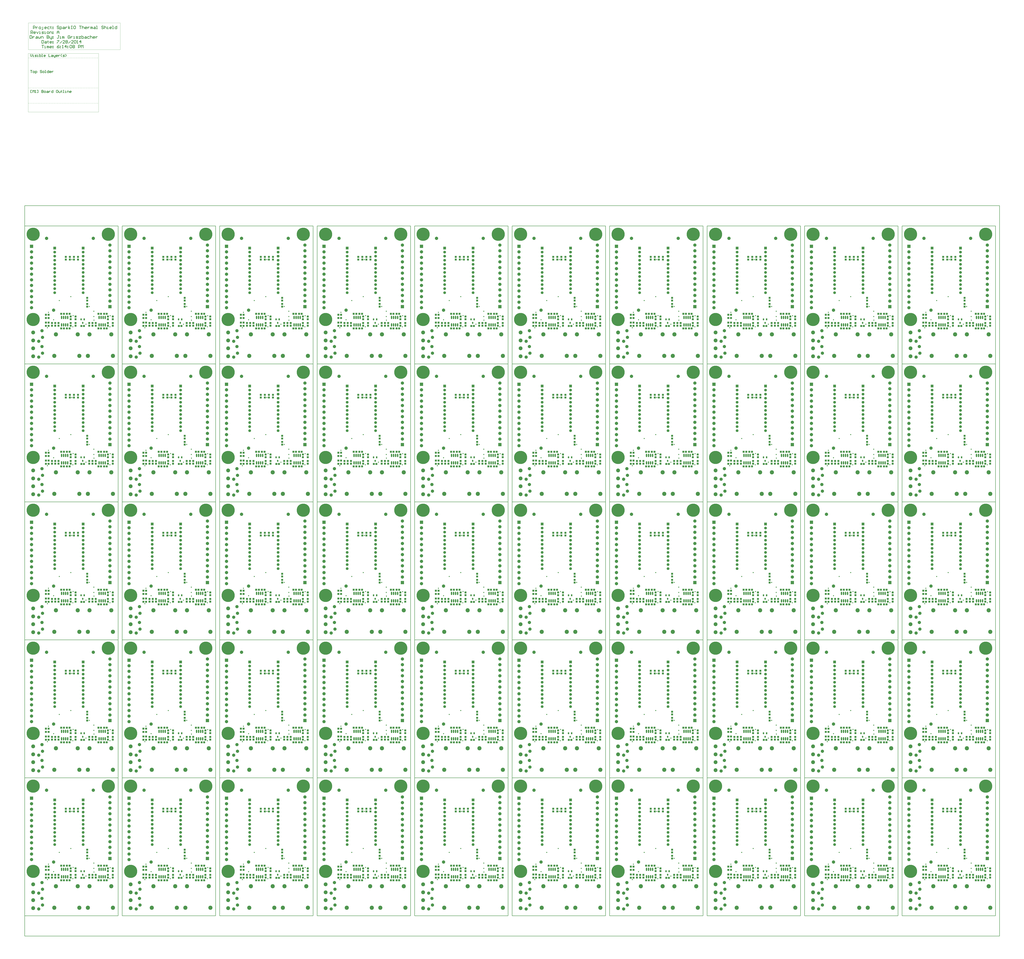
<source format=gts>
%FSLAX25Y25*%
%MOIN*%
G70*
G01*
G75*
G04 Layer_Color=8388736*
%ADD10C,0.01200*%
%ADD11R,0.02559X0.03740*%
G04:AMPARAMS|DCode=12|XSize=37.4mil|YSize=25.59mil|CornerRadius=6.4mil|HoleSize=0mil|Usage=FLASHONLY|Rotation=270.000|XOffset=0mil|YOffset=0mil|HoleType=Round|Shape=RoundedRectangle|*
%AMROUNDEDRECTD12*
21,1,0.03740,0.01280,0,0,270.0*
21,1,0.02461,0.02559,0,0,270.0*
1,1,0.01280,-0.00640,-0.01230*
1,1,0.01280,-0.00640,0.01230*
1,1,0.01280,0.00640,0.01230*
1,1,0.01280,0.00640,-0.01230*
%
%ADD12ROUNDEDRECTD12*%
%ADD13O,0.02362X0.07480*%
%ADD14R,0.03900X0.04300*%
%ADD15C,0.04000*%
%ADD16R,0.04300X0.03900*%
%ADD17C,0.01000*%
%ADD18C,0.01500*%
%ADD19C,0.02000*%
%ADD20C,0.00394*%
%ADD21C,0.07087*%
%ADD22R,0.07087X0.07087*%
%ADD23C,0.09449*%
%ADD24C,0.05906*%
%ADD25R,0.05906X0.05906*%
%ADD26C,0.08661*%
%ADD27C,0.31496*%
%ADD28C,0.01800*%
%ADD29C,0.00787*%
%ADD30C,0.00984*%
%ADD31C,0.01575*%
%ADD32C,0.00700*%
%ADD33C,0.00800*%
%ADD34R,0.03359X0.04540*%
G04:AMPARAMS|DCode=35|XSize=45.4mil|YSize=33.59mil|CornerRadius=10.4mil|HoleSize=0mil|Usage=FLASHONLY|Rotation=270.000|XOffset=0mil|YOffset=0mil|HoleType=Round|Shape=RoundedRectangle|*
%AMROUNDEDRECTD35*
21,1,0.04540,0.01280,0,0,270.0*
21,1,0.02461,0.03359,0,0,270.0*
1,1,0.02080,-0.00640,-0.01230*
1,1,0.02080,-0.00640,0.01230*
1,1,0.02080,0.00640,0.01230*
1,1,0.02080,0.00640,-0.01230*
%
%ADD35ROUNDEDRECTD35*%
%ADD36O,0.03162X0.08280*%
%ADD37R,0.04700X0.05100*%
%ADD38C,0.08000*%
%ADD39R,0.05100X0.04700*%
%ADD40C,0.07887*%
%ADD41R,0.07887X0.07887*%
%ADD42C,0.10249*%
%ADD43C,0.06706*%
%ADD44R,0.06706X0.06706*%
%ADD45C,0.09461*%
%ADD46C,0.32296*%
%ADD47C,0.02600*%
D10*
X14600Y2133098D02*
X18599D01*
X16599D01*
Y2127100D01*
X21598D02*
X23597D01*
X24597Y2128100D01*
Y2130099D01*
X23597Y2131099D01*
X21598D01*
X20598Y2130099D01*
Y2128100D01*
X21598Y2127100D01*
X26596Y2125101D02*
Y2131099D01*
X29595D01*
X30595Y2130099D01*
Y2128100D01*
X29595Y2127100D01*
X26596D01*
X42591Y2132098D02*
X41591Y2133098D01*
X39592D01*
X38592Y2132098D01*
Y2131099D01*
X39592Y2130099D01*
X41591D01*
X42591Y2129099D01*
Y2128100D01*
X41591Y2127100D01*
X39592D01*
X38592Y2128100D01*
X45590Y2127100D02*
X47589D01*
X48589Y2128100D01*
Y2130099D01*
X47589Y2131099D01*
X45590D01*
X44590Y2130099D01*
Y2128100D01*
X45590Y2127100D01*
X50588D02*
X52588D01*
X51588D01*
Y2133098D01*
X50588D01*
X59585D02*
Y2127100D01*
X56586D01*
X55587Y2128100D01*
Y2130099D01*
X56586Y2131099D01*
X59585D01*
X64584Y2127100D02*
X62585D01*
X61585Y2128100D01*
Y2130099D01*
X62585Y2131099D01*
X64584D01*
X65583Y2130099D01*
Y2129099D01*
X61585D01*
X67583Y2131099D02*
Y2127100D01*
Y2129099D01*
X68582Y2130099D01*
X69582Y2131099D01*
X70582D01*
X17199Y2078300D02*
X15200D01*
Y2084298D01*
X17199D01*
X20198Y2078300D02*
Y2084298D01*
X22198Y2082299D01*
X24197Y2084298D01*
Y2078300D01*
X26196D02*
X28196D01*
X27196D01*
Y2084298D01*
X26196Y2083298D01*
X31195Y2078300D02*
X33194D01*
Y2084298D01*
X31195D01*
X42191D02*
Y2078300D01*
X45190D01*
X46190Y2079300D01*
Y2080299D01*
X45190Y2081299D01*
X42191D01*
X45190D01*
X46190Y2082299D01*
Y2083298D01*
X45190Y2084298D01*
X42191D01*
X49189Y2078300D02*
X51188D01*
X52188Y2079300D01*
Y2081299D01*
X51188Y2082299D01*
X49189D01*
X48189Y2081299D01*
Y2079300D01*
X49189Y2078300D01*
X55187Y2082299D02*
X57186D01*
X58186Y2081299D01*
Y2078300D01*
X55187D01*
X54187Y2079300D01*
X55187Y2080299D01*
X58186D01*
X60185Y2082299D02*
Y2078300D01*
Y2080299D01*
X61185Y2081299D01*
X62185Y2082299D01*
X63184D01*
X70182Y2084298D02*
Y2078300D01*
X67183D01*
X66184Y2079300D01*
Y2081299D01*
X67183Y2082299D01*
X70182D01*
X81179Y2084298D02*
X79179D01*
X78180Y2083298D01*
Y2079300D01*
X79179Y2078300D01*
X81179D01*
X82178Y2079300D01*
Y2083298D01*
X81179Y2084298D01*
X84178Y2082299D02*
Y2079300D01*
X85177Y2078300D01*
X88176D01*
Y2082299D01*
X91175Y2083298D02*
Y2082299D01*
X90176D01*
X92175D01*
X91175D01*
Y2079300D01*
X92175Y2078300D01*
X95174D02*
X97174D01*
X96174D01*
Y2084298D01*
X95174D01*
X100172Y2078300D02*
X102172D01*
X101172D01*
Y2082299D01*
X100172D01*
X105171Y2078300D02*
Y2082299D01*
X108170D01*
X109170Y2081299D01*
Y2078300D01*
X114168D02*
X112169D01*
X111169Y2079300D01*
Y2081299D01*
X112169Y2082299D01*
X114168D01*
X115168Y2081299D01*
Y2080299D01*
X111169D01*
X14600Y2172878D02*
Y2168879D01*
X16599Y2166879D01*
X18599Y2168879D01*
Y2172878D01*
X20598Y2166879D02*
X22597D01*
X21598D01*
Y2170878D01*
X20598D01*
X25596Y2166879D02*
X28596D01*
X29595Y2167879D01*
X28596Y2168879D01*
X26596D01*
X25596Y2169879D01*
X26596Y2170878D01*
X29595D01*
X31594Y2166879D02*
X33594D01*
X32594D01*
Y2170878D01*
X31594D01*
X36593Y2172878D02*
Y2166879D01*
X39592D01*
X40592Y2167879D01*
Y2168879D01*
Y2169879D01*
X39592Y2170878D01*
X36593D01*
X42591Y2166879D02*
X44590D01*
X43591D01*
Y2172878D01*
X42591D01*
X50588Y2166879D02*
X48589D01*
X47589Y2167879D01*
Y2169879D01*
X48589Y2170878D01*
X50588D01*
X51588Y2169879D01*
Y2168879D01*
X47589D01*
X59585Y2172878D02*
Y2166879D01*
X63584D01*
X66583Y2170878D02*
X68582D01*
X69582Y2169879D01*
Y2166879D01*
X66583D01*
X65583Y2167879D01*
X66583Y2168879D01*
X69582D01*
X71582Y2170878D02*
Y2167879D01*
X72581Y2166879D01*
X75580D01*
Y2165880D01*
X74581Y2164880D01*
X73581D01*
X75580Y2166879D02*
Y2170878D01*
X80579Y2166879D02*
X78579D01*
X77580Y2167879D01*
Y2169879D01*
X78579Y2170878D01*
X80579D01*
X81578Y2169879D01*
Y2168879D01*
X77580D01*
X83578Y2170878D02*
Y2166879D01*
Y2168879D01*
X84577Y2169879D01*
X85577Y2170878D01*
X86577D01*
X91575Y2166879D02*
X89576Y2168879D01*
Y2170878D01*
X91575Y2172878D01*
X94574Y2166879D02*
X97573D01*
X98573Y2167879D01*
X97573Y2168879D01*
X95574D01*
X94574Y2169879D01*
X95574Y2170878D01*
X98573D01*
X100572Y2166879D02*
X102571Y2168879D01*
Y2170878D01*
X100572Y2172878D01*
X21364Y2235431D02*
Y2242428D01*
X24863D01*
X26029Y2241262D01*
Y2238930D01*
X24863Y2237763D01*
X21364D01*
X28362Y2240096D02*
Y2235431D01*
Y2237763D01*
X29528Y2238930D01*
X30694Y2240096D01*
X31861D01*
X36526Y2235431D02*
X38858D01*
X40025Y2236597D01*
Y2238930D01*
X38858Y2240096D01*
X36526D01*
X35359Y2238930D01*
Y2236597D01*
X36526Y2235431D01*
X42357Y2233098D02*
X43523D01*
X44690Y2234264D01*
Y2240096D01*
X52854Y2235431D02*
X50521D01*
X49355Y2236597D01*
Y2238930D01*
X50521Y2240096D01*
X52854D01*
X54020Y2238930D01*
Y2237763D01*
X49355D01*
X61018Y2240096D02*
X57519D01*
X56353Y2238930D01*
Y2236597D01*
X57519Y2235431D01*
X61018D01*
X64517Y2241262D02*
Y2240096D01*
X63350D01*
X65683D01*
X64517D01*
Y2236597D01*
X65683Y2235431D01*
X69182Y2240096D02*
X70348D01*
Y2238930D01*
X69182D01*
Y2240096D01*
Y2236597D02*
X70348D01*
Y2235431D01*
X69182D01*
Y2236597D01*
X15532Y2223620D02*
Y2230617D01*
X19031D01*
X20198Y2229451D01*
Y2227118D01*
X19031Y2225952D01*
X15532D01*
X17865D02*
X20198Y2223620D01*
X26029D02*
X23697D01*
X22530Y2224786D01*
Y2227118D01*
X23697Y2228285D01*
X26029D01*
X27195Y2227118D01*
Y2225952D01*
X22530D01*
X29528Y2228285D02*
X31861Y2223620D01*
X34193Y2228285D01*
X36526Y2223620D02*
X38858D01*
X37692D01*
Y2228285D01*
X36526D01*
X42357Y2223620D02*
X45856D01*
X47022Y2224786D01*
X45856Y2225952D01*
X43523D01*
X42357Y2227118D01*
X43523Y2228285D01*
X47022D01*
X49355Y2223620D02*
X51688D01*
X50521D01*
Y2228285D01*
X49355D01*
X56353Y2223620D02*
X58685D01*
X59851Y2224786D01*
Y2227118D01*
X58685Y2228285D01*
X56353D01*
X55186Y2227118D01*
Y2224786D01*
X56353Y2223620D01*
X62184D02*
Y2228285D01*
X65683D01*
X66849Y2227118D01*
Y2223620D01*
X69182Y2228285D02*
X70348D01*
Y2227118D01*
X69182D01*
Y2228285D01*
Y2224786D02*
X70348D01*
Y2223620D01*
X69182D01*
Y2224786D01*
X13200Y2218806D02*
Y2211809D01*
X16699D01*
X17865Y2212975D01*
Y2217640D01*
X16699Y2218806D01*
X13200D01*
X20198Y2216474D02*
Y2211809D01*
Y2214141D01*
X21364Y2215307D01*
X22530Y2216474D01*
X23697D01*
X28362D02*
X30694D01*
X31861Y2215307D01*
Y2211809D01*
X28362D01*
X27195Y2212975D01*
X28362Y2214141D01*
X31861D01*
X34193Y2216474D02*
Y2212975D01*
X35359Y2211809D01*
X36526Y2212975D01*
X37692Y2211809D01*
X38858Y2212975D01*
Y2216474D01*
X41191Y2211809D02*
Y2216474D01*
X44690D01*
X45856Y2215307D01*
Y2211809D01*
X55186Y2218806D02*
Y2211809D01*
X58685D01*
X59851Y2212975D01*
Y2214141D01*
X58685Y2215307D01*
X55186D01*
X58685D01*
X59851Y2216474D01*
Y2217640D01*
X58685Y2218806D01*
X55186D01*
X62184Y2216474D02*
Y2212975D01*
X63350Y2211809D01*
X66849D01*
Y2210642D01*
X65683Y2209476D01*
X64517D01*
X66849Y2211809D02*
Y2216474D01*
X69182D02*
X70348D01*
Y2215307D01*
X69182D01*
Y2216474D01*
Y2212975D02*
X70348D01*
Y2211809D01*
X69182D01*
Y2212975D01*
X42357Y2206995D02*
Y2199998D01*
X45856D01*
X47022Y2201164D01*
Y2205829D01*
X45856Y2206995D01*
X42357D01*
X50521Y2204663D02*
X52854D01*
X54020Y2203497D01*
Y2199998D01*
X50521D01*
X49355Y2201164D01*
X50521Y2202330D01*
X54020D01*
X57519Y2205829D02*
Y2204663D01*
X56353D01*
X58685D01*
X57519D01*
Y2201164D01*
X58685Y2199998D01*
X65683D02*
X63350D01*
X62184Y2201164D01*
Y2203497D01*
X63350Y2204663D01*
X65683D01*
X66849Y2203497D01*
Y2202330D01*
X62184D01*
X69182Y2204663D02*
X70348D01*
Y2203497D01*
X69182D01*
Y2204663D01*
Y2201164D02*
X70348D01*
Y2199998D01*
X69182D01*
Y2201164D01*
X42357Y2195184D02*
X47022D01*
X44690D01*
Y2188187D01*
X49355D02*
X51688D01*
X50521D01*
Y2192852D01*
X49355D01*
X55186Y2188187D02*
Y2192852D01*
X56353D01*
X57519Y2191685D01*
Y2188187D01*
Y2191685D01*
X58685Y2192852D01*
X59851Y2191685D01*
Y2188187D01*
X65683D02*
X63350D01*
X62184Y2189353D01*
Y2191685D01*
X63350Y2192852D01*
X65683D01*
X66849Y2191685D01*
Y2190519D01*
X62184D01*
X69182Y2192852D02*
X70348D01*
Y2191685D01*
X69182D01*
Y2192852D01*
Y2189353D02*
X70348D01*
Y2188187D01*
X69182D01*
Y2189353D01*
X84794Y2241262D02*
X83628Y2242428D01*
X81295D01*
X80129Y2241262D01*
Y2240096D01*
X81295Y2238930D01*
X83628D01*
X84794Y2237763D01*
Y2236597D01*
X83628Y2235431D01*
X81295D01*
X80129Y2236597D01*
X87127Y2233098D02*
Y2240096D01*
X90626D01*
X91792Y2238930D01*
Y2236597D01*
X90626Y2235431D01*
X87127D01*
X95291Y2240096D02*
X97623D01*
X98790Y2238930D01*
Y2235431D01*
X95291D01*
X94125Y2236597D01*
X95291Y2237763D01*
X98790D01*
X101122Y2240096D02*
Y2235431D01*
Y2237763D01*
X102289Y2238930D01*
X103455Y2240096D01*
X104621D01*
X108120Y2235431D02*
Y2242428D01*
Y2237763D02*
X111619Y2240096D01*
X108120Y2237763D02*
X111619Y2235431D01*
X115118Y2242428D02*
X117450D01*
X116284D01*
Y2235431D01*
X115118D01*
X117450D01*
X124448Y2242428D02*
X122116D01*
X120949Y2241262D01*
Y2236597D01*
X122116Y2235431D01*
X124448D01*
X125614Y2236597D01*
Y2241262D01*
X124448Y2242428D01*
X134945D02*
X139610D01*
X137277D01*
Y2235431D01*
X141943Y2242428D02*
Y2235431D01*
Y2238930D01*
X143109Y2240096D01*
X145441D01*
X146608Y2238930D01*
Y2235431D01*
X152439D02*
X150107D01*
X148940Y2236597D01*
Y2238930D01*
X150107Y2240096D01*
X152439D01*
X153605Y2238930D01*
Y2237763D01*
X148940D01*
X155938Y2240096D02*
Y2235431D01*
Y2237763D01*
X157104Y2238930D01*
X158271Y2240096D01*
X159437D01*
X162936Y2235431D02*
Y2240096D01*
X164102D01*
X165268Y2238930D01*
Y2235431D01*
Y2238930D01*
X166435Y2240096D01*
X167601Y2238930D01*
Y2235431D01*
X171100Y2240096D02*
X173432D01*
X174599Y2238930D01*
Y2235431D01*
X171100D01*
X169933Y2236597D01*
X171100Y2237763D01*
X174599D01*
X176931Y2235431D02*
X179264D01*
X178097D01*
Y2242428D01*
X176931D01*
X194425Y2241262D02*
X193259Y2242428D01*
X190927D01*
X189760Y2241262D01*
Y2240096D01*
X190927Y2238930D01*
X193259D01*
X194425Y2237763D01*
Y2236597D01*
X193259Y2235431D01*
X190927D01*
X189760Y2236597D01*
X196758Y2242428D02*
Y2235431D01*
Y2238930D01*
X197924Y2240096D01*
X200257D01*
X201423Y2238930D01*
Y2235431D01*
X203756D02*
X206088D01*
X204922D01*
Y2240096D01*
X203756D01*
X213086Y2235431D02*
X210754D01*
X209587Y2236597D01*
Y2238930D01*
X210754Y2240096D01*
X213086D01*
X214252Y2238930D01*
Y2237763D01*
X209587D01*
X216585Y2235431D02*
X218918D01*
X217751D01*
Y2242428D01*
X216585D01*
X227082D02*
Y2235431D01*
X223583D01*
X222416Y2236597D01*
Y2238930D01*
X223583Y2240096D01*
X227082D01*
X80129Y2223620D02*
Y2228285D01*
X82462Y2230617D01*
X84794Y2228285D01*
Y2223620D01*
Y2227118D01*
X80129D01*
X84794Y2218806D02*
X82462D01*
X83628D01*
Y2212975D01*
X82462Y2211809D01*
X81295D01*
X80129Y2212975D01*
X87127Y2211809D02*
X89459D01*
X88293D01*
Y2216474D01*
X87127D01*
X92958Y2211809D02*
Y2216474D01*
X94125D01*
X95291Y2215307D01*
Y2211809D01*
Y2215307D01*
X96457Y2216474D01*
X97623Y2215307D01*
Y2211809D01*
X111619Y2217640D02*
X110453Y2218806D01*
X108120D01*
X106954Y2217640D01*
Y2212975D01*
X108120Y2211809D01*
X110453D01*
X111619Y2212975D01*
Y2215307D01*
X109286D01*
X113952Y2216474D02*
Y2211809D01*
Y2214141D01*
X115118Y2215307D01*
X116284Y2216474D01*
X117450D01*
X120949Y2211809D02*
X123282D01*
X122116D01*
Y2216474D01*
X120949D01*
X126781Y2211809D02*
X130280D01*
X131446Y2212975D01*
X130280Y2214141D01*
X127947D01*
X126781Y2215307D01*
X127947Y2216474D01*
X131446D01*
X133778D02*
X138444D01*
X133778Y2211809D01*
X138444D01*
X140776Y2218806D02*
Y2211809D01*
X144275D01*
X145441Y2212975D01*
Y2214141D01*
Y2215307D01*
X144275Y2216474D01*
X140776D01*
X148940D02*
X151273D01*
X152439Y2215307D01*
Y2211809D01*
X148940D01*
X147774Y2212975D01*
X148940Y2214141D01*
X152439D01*
X159437Y2216474D02*
X155938D01*
X154772Y2215307D01*
Y2212975D01*
X155938Y2211809D01*
X159437D01*
X161769Y2218806D02*
Y2211809D01*
Y2215307D01*
X162936Y2216474D01*
X165268D01*
X166435Y2215307D01*
Y2211809D01*
X172266D02*
X169933D01*
X168767Y2212975D01*
Y2215307D01*
X169933Y2216474D01*
X172266D01*
X173432Y2215307D01*
Y2214141D01*
X168767D01*
X175765Y2216474D02*
Y2211809D01*
Y2214141D01*
X176931Y2215307D01*
X178097Y2216474D01*
X179264D01*
X84794Y2195184D02*
X82462Y2194018D01*
X80129Y2191685D01*
Y2189353D01*
X81295Y2188187D01*
X83628D01*
X84794Y2189353D01*
Y2190519D01*
X83628Y2191685D01*
X80129D01*
X87127Y2192852D02*
X88293D01*
Y2191685D01*
X87127D01*
Y2192852D01*
Y2189353D02*
X88293D01*
Y2188187D01*
X87127D01*
Y2189353D01*
X92958Y2188187D02*
X95291D01*
X94125D01*
Y2195184D01*
X92958Y2194018D01*
X102289Y2188187D02*
Y2195184D01*
X98790Y2191685D01*
X103455D01*
X105788Y2192852D02*
X106954D01*
Y2191685D01*
X105788D01*
Y2192852D01*
Y2189353D02*
X106954D01*
Y2188187D01*
X105788D01*
Y2189353D01*
X111619Y2194018D02*
X112785Y2195184D01*
X115118D01*
X116284Y2194018D01*
Y2189353D01*
X115118Y2188187D01*
X112785D01*
X111619Y2189353D01*
Y2194018D01*
X118617D02*
X119783Y2195184D01*
X122116D01*
X123282Y2194018D01*
Y2192852D01*
X122116Y2191685D01*
X123282Y2190519D01*
Y2189353D01*
X122116Y2188187D01*
X119783D01*
X118617Y2189353D01*
Y2190519D01*
X119783Y2191685D01*
X118617Y2192852D01*
Y2194018D01*
X119783Y2191685D02*
X122116D01*
X132612Y2188187D02*
Y2195184D01*
X136111D01*
X137277Y2194018D01*
Y2191685D01*
X136111Y2190519D01*
X132612D01*
X139610Y2188187D02*
Y2195184D01*
X141943Y2192852D01*
X144275Y2195184D01*
Y2188187D01*
X80129Y2206995D02*
X84794D01*
Y2205829D01*
X80129Y2201164D01*
Y2199998D01*
X87127D02*
X91792Y2204663D01*
X98790Y2199998D02*
X94125D01*
X98790Y2204663D01*
Y2205829D01*
X97623Y2206995D01*
X95291D01*
X94125Y2205829D01*
X101122D02*
X102289Y2206995D01*
X104621D01*
X105788Y2205829D01*
Y2204663D01*
X104621Y2203497D01*
X105788Y2202330D01*
Y2201164D01*
X104621Y2199998D01*
X102289D01*
X101122Y2201164D01*
Y2202330D01*
X102289Y2203497D01*
X101122Y2204663D01*
Y2205829D01*
X102289Y2203497D02*
X104621D01*
X108120Y2199998D02*
X112785Y2204663D01*
X119783Y2199998D02*
X115118D01*
X119783Y2204663D01*
Y2205829D01*
X118617Y2206995D01*
X116284D01*
X115118Y2205829D01*
X122116D02*
X123282Y2206995D01*
X125614D01*
X126781Y2205829D01*
Y2201164D01*
X125614Y2199998D01*
X123282D01*
X122116Y2201164D01*
Y2205829D01*
X129113Y2199998D02*
X131446D01*
X130280D01*
Y2206995D01*
X129113Y2205829D01*
X138444Y2199998D02*
Y2206995D01*
X134945Y2203497D01*
X139610D01*
D17*
X0Y0D02*
Y1800000D01*
Y0D02*
X2400000D01*
X0Y1800000D02*
X2400000D01*
Y0D02*
Y1800000D01*
X0Y50000D02*
Y390000D01*
X230000D01*
Y50500D02*
Y390000D01*
X0Y50000D02*
X230000D01*
X240000D02*
Y390000D01*
X470000D01*
Y50500D02*
Y390000D01*
X240000Y50000D02*
X470000D01*
X480000D02*
Y390000D01*
X710000D01*
Y50500D02*
Y390000D01*
X480000Y50000D02*
X710000D01*
X720000D02*
Y390000D01*
X950000D01*
Y50500D02*
Y390000D01*
X720000Y50000D02*
X950000D01*
X960000D02*
Y390000D01*
X1190000D01*
Y50500D02*
Y390000D01*
X960000Y50000D02*
X1190000D01*
X1200000D02*
Y390000D01*
X1430000D01*
Y50500D02*
Y390000D01*
X1200000Y50000D02*
X1430000D01*
X1440000D02*
Y390000D01*
X1670000D01*
Y50500D02*
Y390000D01*
X1440000Y50000D02*
X1670000D01*
X1680000D02*
Y390000D01*
X1910000D01*
Y50500D02*
Y390000D01*
X1680000Y50000D02*
X1910000D01*
X1920000D02*
Y390000D01*
X2150000D01*
Y50500D02*
Y390000D01*
X1920000Y50000D02*
X2150000D01*
X2160000D02*
Y390000D01*
X2390000D01*
Y50500D02*
Y390000D01*
X2160000Y50000D02*
X2390000D01*
X0Y390000D02*
Y730000D01*
X230000D01*
Y390500D02*
Y730000D01*
X0Y390000D02*
X230000D01*
X240000D02*
Y730000D01*
X470000D01*
Y390500D02*
Y730000D01*
X240000Y390000D02*
X470000D01*
X480000D02*
Y730000D01*
X710000D01*
Y390500D02*
Y730000D01*
X480000Y390000D02*
X710000D01*
X720000D02*
Y730000D01*
X950000D01*
Y390500D02*
Y730000D01*
X720000Y390000D02*
X950000D01*
X960000D02*
Y730000D01*
X1190000D01*
Y390500D02*
Y730000D01*
X960000Y390000D02*
X1190000D01*
X1200000D02*
Y730000D01*
X1430000D01*
Y390500D02*
Y730000D01*
X1200000Y390000D02*
X1430000D01*
X1440000D02*
Y730000D01*
X1670000D01*
Y390500D02*
Y730000D01*
X1440000Y390000D02*
X1670000D01*
X1680000D02*
Y730000D01*
X1910000D01*
Y390500D02*
Y730000D01*
X1680000Y390000D02*
X1910000D01*
X1920000D02*
Y730000D01*
X2150000D01*
Y390500D02*
Y730000D01*
X1920000Y390000D02*
X2150000D01*
X2160000D02*
Y730000D01*
X2390000D01*
Y390500D02*
Y730000D01*
X2160000Y390000D02*
X2390000D01*
X0Y730000D02*
Y1070000D01*
X230000D01*
Y730500D02*
Y1070000D01*
X0Y730000D02*
X230000D01*
X240000D02*
Y1070000D01*
X470000D01*
Y730500D02*
Y1070000D01*
X240000Y730000D02*
X470000D01*
X480000D02*
Y1070000D01*
X710000D01*
Y730500D02*
Y1070000D01*
X480000Y730000D02*
X710000D01*
X720000D02*
Y1070000D01*
X950000D01*
Y730500D02*
Y1070000D01*
X720000Y730000D02*
X950000D01*
X960000D02*
Y1070000D01*
X1190000D01*
Y730500D02*
Y1070000D01*
X960000Y730000D02*
X1190000D01*
X1200000D02*
Y1070000D01*
X1430000D01*
Y730500D02*
Y1070000D01*
X1200000Y730000D02*
X1430000D01*
X1440000D02*
Y1070000D01*
X1670000D01*
Y730500D02*
Y1070000D01*
X1440000Y730000D02*
X1670000D01*
X1680000D02*
Y1070000D01*
X1910000D01*
Y730500D02*
Y1070000D01*
X1680000Y730000D02*
X1910000D01*
X1920000D02*
Y1070000D01*
X2150000D01*
Y730500D02*
Y1070000D01*
X1920000Y730000D02*
X2150000D01*
X2160000D02*
Y1070000D01*
X2390000D01*
Y730500D02*
Y1070000D01*
X2160000Y730000D02*
X2390000D01*
X0Y1070000D02*
Y1410000D01*
X230000D01*
Y1070500D02*
Y1410000D01*
X0Y1070000D02*
X230000D01*
X240000D02*
Y1410000D01*
X470000D01*
Y1070500D02*
Y1410000D01*
X240000Y1070000D02*
X470000D01*
X480000D02*
Y1410000D01*
X710000D01*
Y1070500D02*
Y1410000D01*
X480000Y1070000D02*
X710000D01*
X720000D02*
Y1410000D01*
X950000D01*
Y1070500D02*
Y1410000D01*
X720000Y1070000D02*
X950000D01*
X960000D02*
Y1410000D01*
X1190000D01*
Y1070500D02*
Y1410000D01*
X960000Y1070000D02*
X1190000D01*
X1200000D02*
Y1410000D01*
X1430000D01*
Y1070500D02*
Y1410000D01*
X1200000Y1070000D02*
X1430000D01*
X1440000D02*
Y1410000D01*
X1670000D01*
Y1070500D02*
Y1410000D01*
X1440000Y1070000D02*
X1670000D01*
X1680000D02*
Y1410000D01*
X1910000D01*
Y1070500D02*
Y1410000D01*
X1680000Y1070000D02*
X1910000D01*
X1920000D02*
Y1410000D01*
X2150000D01*
Y1070500D02*
Y1410000D01*
X1920000Y1070000D02*
X2150000D01*
X2160000D02*
Y1410000D01*
X2390000D01*
Y1070500D02*
Y1410000D01*
X2160000Y1070000D02*
X2390000D01*
X0Y1410000D02*
Y1750000D01*
X230000D01*
Y1410500D02*
Y1750000D01*
X0Y1410000D02*
X230000D01*
X240000D02*
Y1750000D01*
X470000D01*
Y1410500D02*
Y1750000D01*
X240000Y1410000D02*
X470000D01*
X480000D02*
Y1750000D01*
X710000D01*
Y1410500D02*
Y1750000D01*
X480000Y1410000D02*
X710000D01*
X720000D02*
Y1750000D01*
X950000D01*
Y1410500D02*
Y1750000D01*
X720000Y1410000D02*
X950000D01*
X960000D02*
Y1750000D01*
X1190000D01*
Y1410500D02*
Y1750000D01*
X960000Y1410000D02*
X1190000D01*
X1200000D02*
Y1750000D01*
X1430000D01*
Y1410500D02*
Y1750000D01*
X1200000Y1410000D02*
X1430000D01*
X1440000D02*
Y1750000D01*
X1670000D01*
Y1410500D02*
Y1750000D01*
X1440000Y1410000D02*
X1670000D01*
X1680000D02*
Y1750000D01*
X1910000D01*
Y1410500D02*
Y1750000D01*
X1680000Y1410000D02*
X1910000D01*
X1920000D02*
Y1750000D01*
X2150000D01*
Y1410500D02*
Y1750000D01*
X1920000Y1410000D02*
X2150000D01*
X2160000D02*
Y1750000D01*
X2390000D01*
Y1410500D02*
Y1750000D01*
X2160000Y1410000D02*
X2390000D01*
D20*
X9063Y2052377D02*
X11032D01*
X13000D02*
X14968D01*
X16937D02*
X18905D01*
X20874D02*
X22842D01*
X24811D02*
X26779D01*
X28748D02*
X30716D01*
X32685D02*
X34653D01*
X36622D02*
X38591D01*
X40559D02*
X42528D01*
X44496D02*
X46465D01*
X48433D02*
X50402D01*
X52370D02*
X54339D01*
X56307D02*
X58276D01*
X60244D02*
X62213D01*
X64181D02*
X66150D01*
X68118D02*
X70087D01*
X72055D02*
X74024D01*
X75992D02*
X77961D01*
X79929D02*
X81898D01*
X83866D02*
X85835D01*
X87803D02*
X89772D01*
X91740D02*
X93709D01*
X95677D02*
X97646D01*
X99614D02*
X101583D01*
X103551D02*
X105520D01*
X107488D02*
X109457D01*
X111425D02*
X113394D01*
X115362D02*
X117331D01*
X119299D02*
X121268D01*
X123236D02*
X125205D01*
X127173D02*
X129142D01*
X131110D02*
X133079D01*
X135047D02*
X137016D01*
X138984D02*
X140953D01*
X142921D02*
X144890D01*
X146858D02*
X148827D01*
X150795D02*
X152764D01*
X154732D02*
X156701D01*
X158669D02*
X160638D01*
X162606D02*
X164575D01*
X166543D02*
X168512D01*
X170480D02*
X172449D01*
X174417D02*
X176386D01*
X178354D02*
X180323D01*
X9363Y2089817D02*
X11332D01*
X13300D02*
X15269D01*
X17237D02*
X19206D01*
X21174D02*
X23143D01*
X25111D02*
X27079D01*
X29048D02*
X31016D01*
X32985D02*
X34953D01*
X36922D02*
X38891D01*
X40859D02*
X42828D01*
X44796D02*
X46765D01*
X48733D02*
X50702D01*
X52670D02*
X54639D01*
X56607D02*
X58576D01*
X60544D02*
X62513D01*
X64481D02*
X66450D01*
X68418D02*
X70387D01*
X72355D02*
X74324D01*
X76292D02*
X78261D01*
X80229D02*
X82198D01*
X84166D02*
X86135D01*
X88103D02*
X90072D01*
X92040D02*
X94009D01*
X95977D02*
X97946D01*
X99914D02*
X101883D01*
X103851D02*
X105820D01*
X107788D02*
X109757D01*
X111725D02*
X113694D01*
X115662D02*
X117631D01*
X119599D02*
X121568D01*
X123536D02*
X125505D01*
X127473D02*
X129442D01*
X131410D02*
X133379D01*
X135347D02*
X137316D01*
X139284D02*
X141253D01*
X143221D02*
X145190D01*
X147158D02*
X149127D01*
X151095D02*
X153064D01*
X155032D02*
X157001D01*
X158969D02*
X160938D01*
X162906D02*
X164875D01*
X166843D02*
X168812D01*
X170780D02*
X172749D01*
X174717D02*
X176686D01*
X178654D02*
X180623D01*
X178054Y2163927D02*
X180023D01*
X174117D02*
X176086D01*
X170180D02*
X172149D01*
X166243D02*
X168212D01*
X162306D02*
X164275D01*
X158369D02*
X160338D01*
X154432D02*
X156401D01*
X150495D02*
X152464D01*
X146558D02*
X148527D01*
X142621D02*
X144590D01*
X138684D02*
X140653D01*
X134747D02*
X136716D01*
X130810D02*
X132779D01*
X126873D02*
X128842D01*
X122936D02*
X124905D01*
X118999D02*
X120968D01*
X115062D02*
X117031D01*
X111125D02*
X113094D01*
X107188D02*
X109157D01*
X103251D02*
X105220D01*
X99314D02*
X101283D01*
X95377D02*
X97346D01*
X91440D02*
X93409D01*
X87503D02*
X89472D01*
X83566D02*
X85535D01*
X79629D02*
X81598D01*
X75692D02*
X77661D01*
X71755D02*
X73724D01*
X67818D02*
X69787D01*
X63881D02*
X65850D01*
X59944D02*
X61913D01*
X56007D02*
X57976D01*
X52070D02*
X54039D01*
X48133D02*
X50102D01*
X44196D02*
X46165D01*
X40259D02*
X42228D01*
X36322D02*
X38291D01*
X32385D02*
X34354D01*
X28448D02*
X30417D01*
X24511D02*
X26480D01*
X20574D02*
X22543D01*
X16637D02*
X18606D01*
X12700D02*
X14669D01*
X8763D02*
X10731D01*
X181991Y2030500D02*
Y2162943D01*
X8763Y2030500D02*
X181991D01*
X8763D02*
Y2162943D01*
Y2174754D01*
X181991D01*
Y2162943D02*
Y2174754D01*
X9263Y2184249D02*
Y2250200D01*
Y2184249D02*
X235400D01*
Y2250200D01*
X9263D02*
X235400D01*
D34*
X146740Y159631D02*
D03*
X386740D02*
D03*
X626740D02*
D03*
X866740D02*
D03*
X1106740D02*
D03*
X1346740D02*
D03*
X1586740D02*
D03*
X1826740D02*
D03*
X2066740D02*
D03*
X2306740D02*
D03*
X146740Y499631D02*
D03*
X386740D02*
D03*
X626740D02*
D03*
X866740D02*
D03*
X1106740D02*
D03*
X1346740D02*
D03*
X1586740D02*
D03*
X1826740D02*
D03*
X2066740D02*
D03*
X2306740D02*
D03*
X146740Y839631D02*
D03*
X386740D02*
D03*
X626740D02*
D03*
X866740D02*
D03*
X1106740D02*
D03*
X1346740D02*
D03*
X1586740D02*
D03*
X1826740D02*
D03*
X2066740D02*
D03*
X2306740D02*
D03*
X146740Y1179631D02*
D03*
X386740D02*
D03*
X626740D02*
D03*
X866740D02*
D03*
X1106740D02*
D03*
X1346740D02*
D03*
X1586740D02*
D03*
X1826740D02*
D03*
X2066740D02*
D03*
X2306740D02*
D03*
X146740Y1519631D02*
D03*
X386740D02*
D03*
X626740D02*
D03*
X866740D02*
D03*
X1106740D02*
D03*
X1346740D02*
D03*
X1586740D02*
D03*
X1826740D02*
D03*
X2066740D02*
D03*
X2306740D02*
D03*
D35*
X139260Y159631D02*
D03*
X143000Y150969D02*
D03*
X379260Y159631D02*
D03*
X383000Y150969D02*
D03*
X619260Y159631D02*
D03*
X623000Y150969D02*
D03*
X859260Y159631D02*
D03*
X863000Y150969D02*
D03*
X1099260Y159631D02*
D03*
X1103000Y150969D02*
D03*
X1339260Y159631D02*
D03*
X1343000Y150969D02*
D03*
X1579260Y159631D02*
D03*
X1583000Y150969D02*
D03*
X1819260Y159631D02*
D03*
X1823000Y150969D02*
D03*
X2059260Y159631D02*
D03*
X2063000Y150969D02*
D03*
X2299260Y159631D02*
D03*
X2303000Y150969D02*
D03*
X139260Y499631D02*
D03*
X143000Y490969D02*
D03*
X379260Y499631D02*
D03*
X383000Y490969D02*
D03*
X619260Y499631D02*
D03*
X623000Y490969D02*
D03*
X859260Y499631D02*
D03*
X863000Y490969D02*
D03*
X1099260Y499631D02*
D03*
X1103000Y490969D02*
D03*
X1339260Y499631D02*
D03*
X1343000Y490969D02*
D03*
X1579260Y499631D02*
D03*
X1583000Y490969D02*
D03*
X1819260Y499631D02*
D03*
X1823000Y490969D02*
D03*
X2059260Y499631D02*
D03*
X2063000Y490969D02*
D03*
X2299260Y499631D02*
D03*
X2303000Y490969D02*
D03*
X139260Y839631D02*
D03*
X143000Y830969D02*
D03*
X379260Y839631D02*
D03*
X383000Y830969D02*
D03*
X619260Y839631D02*
D03*
X623000Y830969D02*
D03*
X859260Y839631D02*
D03*
X863000Y830969D02*
D03*
X1099260Y839631D02*
D03*
X1103000Y830969D02*
D03*
X1339260Y839631D02*
D03*
X1343000Y830969D02*
D03*
X1579260Y839631D02*
D03*
X1583000Y830969D02*
D03*
X1819260Y839631D02*
D03*
X1823000Y830969D02*
D03*
X2059260Y839631D02*
D03*
X2063000Y830969D02*
D03*
X2299260Y839631D02*
D03*
X2303000Y830969D02*
D03*
X139260Y1179631D02*
D03*
X143000Y1170969D02*
D03*
X379260Y1179631D02*
D03*
X383000Y1170969D02*
D03*
X619260Y1179631D02*
D03*
X623000Y1170969D02*
D03*
X859260Y1179631D02*
D03*
X863000Y1170969D02*
D03*
X1099260Y1179631D02*
D03*
X1103000Y1170969D02*
D03*
X1339260Y1179631D02*
D03*
X1343000Y1170969D02*
D03*
X1579260Y1179631D02*
D03*
X1583000Y1170969D02*
D03*
X1819260Y1179631D02*
D03*
X1823000Y1170969D02*
D03*
X2059260Y1179631D02*
D03*
X2063000Y1170969D02*
D03*
X2299260Y1179631D02*
D03*
X2303000Y1170969D02*
D03*
X139260Y1519631D02*
D03*
X143000Y1510969D02*
D03*
X379260Y1519631D02*
D03*
X383000Y1510969D02*
D03*
X619260Y1519631D02*
D03*
X623000Y1510969D02*
D03*
X859260Y1519631D02*
D03*
X863000Y1510969D02*
D03*
X1099260Y1519631D02*
D03*
X1103000Y1510969D02*
D03*
X1339260Y1519631D02*
D03*
X1343000Y1510969D02*
D03*
X1579260Y1519631D02*
D03*
X1583000Y1510969D02*
D03*
X1819260Y1519631D02*
D03*
X1823000Y1510969D02*
D03*
X2059260Y1519631D02*
D03*
X2063000Y1510969D02*
D03*
X2299260Y1519631D02*
D03*
X2303000Y1510969D02*
D03*
D36*
X183500Y145749D02*
D03*
X188500D02*
D03*
X193500D02*
D03*
X198500D02*
D03*
X183500Y164253D02*
D03*
X188500D02*
D03*
X193500D02*
D03*
X198500D02*
D03*
X91279Y145749D02*
D03*
X96279D02*
D03*
X101279D02*
D03*
X106279D02*
D03*
X91279Y164253D02*
D03*
X96279D02*
D03*
X101279D02*
D03*
X106279D02*
D03*
X423500Y145749D02*
D03*
X428500D02*
D03*
X433500D02*
D03*
X438500D02*
D03*
X423500Y164253D02*
D03*
X428500D02*
D03*
X433500D02*
D03*
X438500D02*
D03*
X331279Y145749D02*
D03*
X336279D02*
D03*
X341279D02*
D03*
X346279D02*
D03*
X331279Y164253D02*
D03*
X336279D02*
D03*
X341279D02*
D03*
X346279D02*
D03*
X663500Y145749D02*
D03*
X668500D02*
D03*
X673500D02*
D03*
X678500D02*
D03*
X663500Y164253D02*
D03*
X668500D02*
D03*
X673500D02*
D03*
X678500D02*
D03*
X571279Y145749D02*
D03*
X576279D02*
D03*
X581279D02*
D03*
X586279D02*
D03*
X571279Y164253D02*
D03*
X576279D02*
D03*
X581279D02*
D03*
X586279D02*
D03*
X903500Y145749D02*
D03*
X908500D02*
D03*
X913500D02*
D03*
X918500D02*
D03*
X903500Y164253D02*
D03*
X908500D02*
D03*
X913500D02*
D03*
X918500D02*
D03*
X811279Y145749D02*
D03*
X816279D02*
D03*
X821279D02*
D03*
X826279D02*
D03*
X811279Y164253D02*
D03*
X816279D02*
D03*
X821279D02*
D03*
X826279D02*
D03*
X1143500Y145749D02*
D03*
X1148500D02*
D03*
X1153500D02*
D03*
X1158500D02*
D03*
X1143500Y164253D02*
D03*
X1148500D02*
D03*
X1153500D02*
D03*
X1158500D02*
D03*
X1051279Y145749D02*
D03*
X1056279D02*
D03*
X1061279D02*
D03*
X1066279D02*
D03*
X1051279Y164253D02*
D03*
X1056279D02*
D03*
X1061279D02*
D03*
X1066279D02*
D03*
X1383500Y145749D02*
D03*
X1388500D02*
D03*
X1393500D02*
D03*
X1398500D02*
D03*
X1383500Y164253D02*
D03*
X1388500D02*
D03*
X1393500D02*
D03*
X1398500D02*
D03*
X1291279Y145749D02*
D03*
X1296279D02*
D03*
X1301279D02*
D03*
X1306279D02*
D03*
X1291279Y164253D02*
D03*
X1296279D02*
D03*
X1301279D02*
D03*
X1306279D02*
D03*
X1623500Y145749D02*
D03*
X1628500D02*
D03*
X1633500D02*
D03*
X1638500D02*
D03*
X1623500Y164253D02*
D03*
X1628500D02*
D03*
X1633500D02*
D03*
X1638500D02*
D03*
X1531279Y145749D02*
D03*
X1536279D02*
D03*
X1541279D02*
D03*
X1546279D02*
D03*
X1531279Y164253D02*
D03*
X1536279D02*
D03*
X1541279D02*
D03*
X1546279D02*
D03*
X1863500Y145749D02*
D03*
X1868500D02*
D03*
X1873500D02*
D03*
X1878500D02*
D03*
X1863500Y164253D02*
D03*
X1868500D02*
D03*
X1873500D02*
D03*
X1878500D02*
D03*
X1771279Y145749D02*
D03*
X1776279D02*
D03*
X1781279D02*
D03*
X1786279D02*
D03*
X1771279Y164253D02*
D03*
X1776279D02*
D03*
X1781279D02*
D03*
X1786279D02*
D03*
X2103500Y145749D02*
D03*
X2108500D02*
D03*
X2113500D02*
D03*
X2118500D02*
D03*
X2103500Y164253D02*
D03*
X2108500D02*
D03*
X2113500D02*
D03*
X2118500D02*
D03*
X2011279Y145749D02*
D03*
X2016279D02*
D03*
X2021279D02*
D03*
X2026279D02*
D03*
X2011279Y164253D02*
D03*
X2016279D02*
D03*
X2021279D02*
D03*
X2026279D02*
D03*
X2343500Y145749D02*
D03*
X2348500D02*
D03*
X2353500D02*
D03*
X2358500D02*
D03*
X2343500Y164253D02*
D03*
X2348500D02*
D03*
X2353500D02*
D03*
X2358500D02*
D03*
X2251279Y145749D02*
D03*
X2256279D02*
D03*
X2261279D02*
D03*
X2266279D02*
D03*
X2251279Y164253D02*
D03*
X2256279D02*
D03*
X2261279D02*
D03*
X2266279D02*
D03*
X183500Y485749D02*
D03*
X188500D02*
D03*
X193500D02*
D03*
X198500D02*
D03*
X183500Y504253D02*
D03*
X188500D02*
D03*
X193500D02*
D03*
X198500D02*
D03*
X91279Y485749D02*
D03*
X96279D02*
D03*
X101279D02*
D03*
X106279D02*
D03*
X91279Y504253D02*
D03*
X96279D02*
D03*
X101279D02*
D03*
X106279D02*
D03*
X423500Y485749D02*
D03*
X428500D02*
D03*
X433500D02*
D03*
X438500D02*
D03*
X423500Y504253D02*
D03*
X428500D02*
D03*
X433500D02*
D03*
X438500D02*
D03*
X331279Y485749D02*
D03*
X336279D02*
D03*
X341279D02*
D03*
X346279D02*
D03*
X331279Y504253D02*
D03*
X336279D02*
D03*
X341279D02*
D03*
X346279D02*
D03*
X663500Y485749D02*
D03*
X668500D02*
D03*
X673500D02*
D03*
X678500D02*
D03*
X663500Y504253D02*
D03*
X668500D02*
D03*
X673500D02*
D03*
X678500D02*
D03*
X571279Y485749D02*
D03*
X576279D02*
D03*
X581279D02*
D03*
X586279D02*
D03*
X571279Y504253D02*
D03*
X576279D02*
D03*
X581279D02*
D03*
X586279D02*
D03*
X903500Y485749D02*
D03*
X908500D02*
D03*
X913500D02*
D03*
X918500D02*
D03*
X903500Y504253D02*
D03*
X908500D02*
D03*
X913500D02*
D03*
X918500D02*
D03*
X811279Y485749D02*
D03*
X816279D02*
D03*
X821279D02*
D03*
X826279D02*
D03*
X811279Y504253D02*
D03*
X816279D02*
D03*
X821279D02*
D03*
X826279D02*
D03*
X1143500Y485749D02*
D03*
X1148500D02*
D03*
X1153500D02*
D03*
X1158500D02*
D03*
X1143500Y504253D02*
D03*
X1148500D02*
D03*
X1153500D02*
D03*
X1158500D02*
D03*
X1051279Y485749D02*
D03*
X1056279D02*
D03*
X1061279D02*
D03*
X1066279D02*
D03*
X1051279Y504253D02*
D03*
X1056279D02*
D03*
X1061279D02*
D03*
X1066279D02*
D03*
X1383500Y485749D02*
D03*
X1388500D02*
D03*
X1393500D02*
D03*
X1398500D02*
D03*
X1383500Y504253D02*
D03*
X1388500D02*
D03*
X1393500D02*
D03*
X1398500D02*
D03*
X1291279Y485749D02*
D03*
X1296279D02*
D03*
X1301279D02*
D03*
X1306279D02*
D03*
X1291279Y504253D02*
D03*
X1296279D02*
D03*
X1301279D02*
D03*
X1306279D02*
D03*
X1623500Y485749D02*
D03*
X1628500D02*
D03*
X1633500D02*
D03*
X1638500D02*
D03*
X1623500Y504253D02*
D03*
X1628500D02*
D03*
X1633500D02*
D03*
X1638500D02*
D03*
X1531279Y485749D02*
D03*
X1536279D02*
D03*
X1541279D02*
D03*
X1546279D02*
D03*
X1531279Y504253D02*
D03*
X1536279D02*
D03*
X1541279D02*
D03*
X1546279D02*
D03*
X1863500Y485749D02*
D03*
X1868500D02*
D03*
X1873500D02*
D03*
X1878500D02*
D03*
X1863500Y504253D02*
D03*
X1868500D02*
D03*
X1873500D02*
D03*
X1878500D02*
D03*
X1771279Y485749D02*
D03*
X1776279D02*
D03*
X1781279D02*
D03*
X1786279D02*
D03*
X1771279Y504253D02*
D03*
X1776279D02*
D03*
X1781279D02*
D03*
X1786279D02*
D03*
X2103500Y485749D02*
D03*
X2108500D02*
D03*
X2113500D02*
D03*
X2118500D02*
D03*
X2103500Y504253D02*
D03*
X2108500D02*
D03*
X2113500D02*
D03*
X2118500D02*
D03*
X2011279Y485749D02*
D03*
X2016279D02*
D03*
X2021279D02*
D03*
X2026279D02*
D03*
X2011279Y504253D02*
D03*
X2016279D02*
D03*
X2021279D02*
D03*
X2026279D02*
D03*
X2343500Y485749D02*
D03*
X2348500D02*
D03*
X2353500D02*
D03*
X2358500D02*
D03*
X2343500Y504253D02*
D03*
X2348500D02*
D03*
X2353500D02*
D03*
X2358500D02*
D03*
X2251279Y485749D02*
D03*
X2256279D02*
D03*
X2261279D02*
D03*
X2266279D02*
D03*
X2251279Y504253D02*
D03*
X2256279D02*
D03*
X2261279D02*
D03*
X2266279D02*
D03*
X183500Y825749D02*
D03*
X188500D02*
D03*
X193500D02*
D03*
X198500D02*
D03*
X183500Y844253D02*
D03*
X188500D02*
D03*
X193500D02*
D03*
X198500D02*
D03*
X91279Y825749D02*
D03*
X96279D02*
D03*
X101279D02*
D03*
X106279D02*
D03*
X91279Y844253D02*
D03*
X96279D02*
D03*
X101279D02*
D03*
X106279D02*
D03*
X423500Y825749D02*
D03*
X428500D02*
D03*
X433500D02*
D03*
X438500D02*
D03*
X423500Y844253D02*
D03*
X428500D02*
D03*
X433500D02*
D03*
X438500D02*
D03*
X331279Y825749D02*
D03*
X336279D02*
D03*
X341279D02*
D03*
X346279D02*
D03*
X331279Y844253D02*
D03*
X336279D02*
D03*
X341279D02*
D03*
X346279D02*
D03*
X663500Y825749D02*
D03*
X668500D02*
D03*
X673500D02*
D03*
X678500D02*
D03*
X663500Y844253D02*
D03*
X668500D02*
D03*
X673500D02*
D03*
X678500D02*
D03*
X571279Y825749D02*
D03*
X576279D02*
D03*
X581279D02*
D03*
X586279D02*
D03*
X571279Y844253D02*
D03*
X576279D02*
D03*
X581279D02*
D03*
X586279D02*
D03*
X903500Y825749D02*
D03*
X908500D02*
D03*
X913500D02*
D03*
X918500D02*
D03*
X903500Y844253D02*
D03*
X908500D02*
D03*
X913500D02*
D03*
X918500D02*
D03*
X811279Y825749D02*
D03*
X816279D02*
D03*
X821279D02*
D03*
X826279D02*
D03*
X811279Y844253D02*
D03*
X816279D02*
D03*
X821279D02*
D03*
X826279D02*
D03*
X1143500Y825749D02*
D03*
X1148500D02*
D03*
X1153500D02*
D03*
X1158500D02*
D03*
X1143500Y844253D02*
D03*
X1148500D02*
D03*
X1153500D02*
D03*
X1158500D02*
D03*
X1051279Y825749D02*
D03*
X1056279D02*
D03*
X1061279D02*
D03*
X1066279D02*
D03*
X1051279Y844253D02*
D03*
X1056279D02*
D03*
X1061279D02*
D03*
X1066279D02*
D03*
X1383500Y825749D02*
D03*
X1388500D02*
D03*
X1393500D02*
D03*
X1398500D02*
D03*
X1383500Y844253D02*
D03*
X1388500D02*
D03*
X1393500D02*
D03*
X1398500D02*
D03*
X1291279Y825749D02*
D03*
X1296279D02*
D03*
X1301279D02*
D03*
X1306279D02*
D03*
X1291279Y844253D02*
D03*
X1296279D02*
D03*
X1301279D02*
D03*
X1306279D02*
D03*
X1623500Y825749D02*
D03*
X1628500D02*
D03*
X1633500D02*
D03*
X1638500D02*
D03*
X1623500Y844253D02*
D03*
X1628500D02*
D03*
X1633500D02*
D03*
X1638500D02*
D03*
X1531279Y825749D02*
D03*
X1536279D02*
D03*
X1541279D02*
D03*
X1546279D02*
D03*
X1531279Y844253D02*
D03*
X1536279D02*
D03*
X1541279D02*
D03*
X1546279D02*
D03*
X1863500Y825749D02*
D03*
X1868500D02*
D03*
X1873500D02*
D03*
X1878500D02*
D03*
X1863500Y844253D02*
D03*
X1868500D02*
D03*
X1873500D02*
D03*
X1878500D02*
D03*
X1771279Y825749D02*
D03*
X1776279D02*
D03*
X1781279D02*
D03*
X1786279D02*
D03*
X1771279Y844253D02*
D03*
X1776279D02*
D03*
X1781279D02*
D03*
X1786279D02*
D03*
X2103500Y825749D02*
D03*
X2108500D02*
D03*
X2113500D02*
D03*
X2118500D02*
D03*
X2103500Y844253D02*
D03*
X2108500D02*
D03*
X2113500D02*
D03*
X2118500D02*
D03*
X2011279Y825749D02*
D03*
X2016279D02*
D03*
X2021279D02*
D03*
X2026279D02*
D03*
X2011279Y844253D02*
D03*
X2016279D02*
D03*
X2021279D02*
D03*
X2026279D02*
D03*
X2343500Y825749D02*
D03*
X2348500D02*
D03*
X2353500D02*
D03*
X2358500D02*
D03*
X2343500Y844253D02*
D03*
X2348500D02*
D03*
X2353500D02*
D03*
X2358500D02*
D03*
X2251279Y825749D02*
D03*
X2256279D02*
D03*
X2261279D02*
D03*
X2266279D02*
D03*
X2251279Y844253D02*
D03*
X2256279D02*
D03*
X2261279D02*
D03*
X2266279D02*
D03*
X183500Y1165749D02*
D03*
X188500D02*
D03*
X193500D02*
D03*
X198500D02*
D03*
X183500Y1184253D02*
D03*
X188500D02*
D03*
X193500D02*
D03*
X198500D02*
D03*
X91279Y1165749D02*
D03*
X96279D02*
D03*
X101279D02*
D03*
X106279D02*
D03*
X91279Y1184253D02*
D03*
X96279D02*
D03*
X101279D02*
D03*
X106279D02*
D03*
X423500Y1165749D02*
D03*
X428500D02*
D03*
X433500D02*
D03*
X438500D02*
D03*
X423500Y1184253D02*
D03*
X428500D02*
D03*
X433500D02*
D03*
X438500D02*
D03*
X331279Y1165749D02*
D03*
X336279D02*
D03*
X341279D02*
D03*
X346279D02*
D03*
X331279Y1184253D02*
D03*
X336279D02*
D03*
X341279D02*
D03*
X346279D02*
D03*
X663500Y1165749D02*
D03*
X668500D02*
D03*
X673500D02*
D03*
X678500D02*
D03*
X663500Y1184253D02*
D03*
X668500D02*
D03*
X673500D02*
D03*
X678500D02*
D03*
X571279Y1165749D02*
D03*
X576279D02*
D03*
X581279D02*
D03*
X586279D02*
D03*
X571279Y1184253D02*
D03*
X576279D02*
D03*
X581279D02*
D03*
X586279D02*
D03*
X903500Y1165749D02*
D03*
X908500D02*
D03*
X913500D02*
D03*
X918500D02*
D03*
X903500Y1184253D02*
D03*
X908500D02*
D03*
X913500D02*
D03*
X918500D02*
D03*
X811279Y1165749D02*
D03*
X816279D02*
D03*
X821279D02*
D03*
X826279D02*
D03*
X811279Y1184253D02*
D03*
X816279D02*
D03*
X821279D02*
D03*
X826279D02*
D03*
X1143500Y1165749D02*
D03*
X1148500D02*
D03*
X1153500D02*
D03*
X1158500D02*
D03*
X1143500Y1184253D02*
D03*
X1148500D02*
D03*
X1153500D02*
D03*
X1158500D02*
D03*
X1051279Y1165749D02*
D03*
X1056279D02*
D03*
X1061279D02*
D03*
X1066279D02*
D03*
X1051279Y1184253D02*
D03*
X1056279D02*
D03*
X1061279D02*
D03*
X1066279D02*
D03*
X1383500Y1165749D02*
D03*
X1388500D02*
D03*
X1393500D02*
D03*
X1398500D02*
D03*
X1383500Y1184253D02*
D03*
X1388500D02*
D03*
X1393500D02*
D03*
X1398500D02*
D03*
X1291279Y1165749D02*
D03*
X1296279D02*
D03*
X1301279D02*
D03*
X1306279D02*
D03*
X1291279Y1184253D02*
D03*
X1296279D02*
D03*
X1301279D02*
D03*
X1306279D02*
D03*
X1623500Y1165749D02*
D03*
X1628500D02*
D03*
X1633500D02*
D03*
X1638500D02*
D03*
X1623500Y1184253D02*
D03*
X1628500D02*
D03*
X1633500D02*
D03*
X1638500D02*
D03*
X1531279Y1165749D02*
D03*
X1536279D02*
D03*
X1541279D02*
D03*
X1546279D02*
D03*
X1531279Y1184253D02*
D03*
X1536279D02*
D03*
X1541279D02*
D03*
X1546279D02*
D03*
X1863500Y1165749D02*
D03*
X1868500D02*
D03*
X1873500D02*
D03*
X1878500D02*
D03*
X1863500Y1184253D02*
D03*
X1868500D02*
D03*
X1873500D02*
D03*
X1878500D02*
D03*
X1771279Y1165749D02*
D03*
X1776279D02*
D03*
X1781279D02*
D03*
X1786279D02*
D03*
X1771279Y1184253D02*
D03*
X1776279D02*
D03*
X1781279D02*
D03*
X1786279D02*
D03*
X2103500Y1165749D02*
D03*
X2108500D02*
D03*
X2113500D02*
D03*
X2118500D02*
D03*
X2103500Y1184253D02*
D03*
X2108500D02*
D03*
X2113500D02*
D03*
X2118500D02*
D03*
X2011279Y1165749D02*
D03*
X2016279D02*
D03*
X2021279D02*
D03*
X2026279D02*
D03*
X2011279Y1184253D02*
D03*
X2016279D02*
D03*
X2021279D02*
D03*
X2026279D02*
D03*
X2343500Y1165749D02*
D03*
X2348500D02*
D03*
X2353500D02*
D03*
X2358500D02*
D03*
X2343500Y1184253D02*
D03*
X2348500D02*
D03*
X2353500D02*
D03*
X2358500D02*
D03*
X2251279Y1165749D02*
D03*
X2256279D02*
D03*
X2261279D02*
D03*
X2266279D02*
D03*
X2251279Y1184253D02*
D03*
X2256279D02*
D03*
X2261279D02*
D03*
X2266279D02*
D03*
X183500Y1505749D02*
D03*
X188500D02*
D03*
X193500D02*
D03*
X198500D02*
D03*
X183500Y1524253D02*
D03*
X188500D02*
D03*
X193500D02*
D03*
X198500D02*
D03*
X91279Y1505749D02*
D03*
X96279D02*
D03*
X101279D02*
D03*
X106279D02*
D03*
X91279Y1524253D02*
D03*
X96279D02*
D03*
X101279D02*
D03*
X106279D02*
D03*
X423500Y1505749D02*
D03*
X428500D02*
D03*
X433500D02*
D03*
X438500D02*
D03*
X423500Y1524253D02*
D03*
X428500D02*
D03*
X433500D02*
D03*
X438500D02*
D03*
X331279Y1505749D02*
D03*
X336279D02*
D03*
X341279D02*
D03*
X346279D02*
D03*
X331279Y1524253D02*
D03*
X336279D02*
D03*
X341279D02*
D03*
X346279D02*
D03*
X663500Y1505749D02*
D03*
X668500D02*
D03*
X673500D02*
D03*
X678500D02*
D03*
X663500Y1524253D02*
D03*
X668500D02*
D03*
X673500D02*
D03*
X678500D02*
D03*
X571279Y1505749D02*
D03*
X576279D02*
D03*
X581279D02*
D03*
X586279D02*
D03*
X571279Y1524253D02*
D03*
X576279D02*
D03*
X581279D02*
D03*
X586279D02*
D03*
X903500Y1505749D02*
D03*
X908500D02*
D03*
X913500D02*
D03*
X918500D02*
D03*
X903500Y1524253D02*
D03*
X908500D02*
D03*
X913500D02*
D03*
X918500D02*
D03*
X811279Y1505749D02*
D03*
X816279D02*
D03*
X821279D02*
D03*
X826279D02*
D03*
X811279Y1524253D02*
D03*
X816279D02*
D03*
X821279D02*
D03*
X826279D02*
D03*
X1143500Y1505749D02*
D03*
X1148500D02*
D03*
X1153500D02*
D03*
X1158500D02*
D03*
X1143500Y1524253D02*
D03*
X1148500D02*
D03*
X1153500D02*
D03*
X1158500D02*
D03*
X1051279Y1505749D02*
D03*
X1056279D02*
D03*
X1061279D02*
D03*
X1066279D02*
D03*
X1051279Y1524253D02*
D03*
X1056279D02*
D03*
X1061279D02*
D03*
X1066279D02*
D03*
X1383500Y1505749D02*
D03*
X1388500D02*
D03*
X1393500D02*
D03*
X1398500D02*
D03*
X1383500Y1524253D02*
D03*
X1388500D02*
D03*
X1393500D02*
D03*
X1398500D02*
D03*
X1291279Y1505749D02*
D03*
X1296279D02*
D03*
X1301279D02*
D03*
X1306279D02*
D03*
X1291279Y1524253D02*
D03*
X1296279D02*
D03*
X1301279D02*
D03*
X1306279D02*
D03*
X1623500Y1505749D02*
D03*
X1628500D02*
D03*
X1633500D02*
D03*
X1638500D02*
D03*
X1623500Y1524253D02*
D03*
X1628500D02*
D03*
X1633500D02*
D03*
X1638500D02*
D03*
X1531279Y1505749D02*
D03*
X1536279D02*
D03*
X1541279D02*
D03*
X1546279D02*
D03*
X1531279Y1524253D02*
D03*
X1536279D02*
D03*
X1541279D02*
D03*
X1546279D02*
D03*
X1863500Y1505749D02*
D03*
X1868500D02*
D03*
X1873500D02*
D03*
X1878500D02*
D03*
X1863500Y1524253D02*
D03*
X1868500D02*
D03*
X1873500D02*
D03*
X1878500D02*
D03*
X1771279Y1505749D02*
D03*
X1776279D02*
D03*
X1781279D02*
D03*
X1786279D02*
D03*
X1771279Y1524253D02*
D03*
X1776279D02*
D03*
X1781279D02*
D03*
X1786279D02*
D03*
X2103500Y1505749D02*
D03*
X2108500D02*
D03*
X2113500D02*
D03*
X2118500D02*
D03*
X2103500Y1524253D02*
D03*
X2108500D02*
D03*
X2113500D02*
D03*
X2118500D02*
D03*
X2011279Y1505749D02*
D03*
X2016279D02*
D03*
X2021279D02*
D03*
X2026279D02*
D03*
X2011279Y1524253D02*
D03*
X2016279D02*
D03*
X2021279D02*
D03*
X2026279D02*
D03*
X2343500Y1505749D02*
D03*
X2348500D02*
D03*
X2353500D02*
D03*
X2358500D02*
D03*
X2343500Y1524253D02*
D03*
X2348500D02*
D03*
X2353500D02*
D03*
X2358500D02*
D03*
X2251279Y1505749D02*
D03*
X2256279D02*
D03*
X2261279D02*
D03*
X2266279D02*
D03*
X2251279Y1524253D02*
D03*
X2256279D02*
D03*
X2261279D02*
D03*
X2266279D02*
D03*
D37*
X154000Y191000D02*
D03*
Y197600D02*
D03*
Y206000D02*
D03*
Y212600D02*
D03*
X75425Y144000D02*
D03*
Y150600D02*
D03*
X113425Y144000D02*
D03*
Y150600D02*
D03*
Y160000D02*
D03*
Y166600D02*
D03*
X167000Y144000D02*
D03*
Y150600D02*
D03*
X205000Y144000D02*
D03*
Y150600D02*
D03*
Y160000D02*
D03*
Y166600D02*
D03*
X111500Y307000D02*
D03*
Y313600D02*
D03*
X131500Y307000D02*
D03*
Y313600D02*
D03*
X121500Y307000D02*
D03*
Y313600D02*
D03*
X101500Y307000D02*
D03*
Y313600D02*
D03*
X125425Y166600D02*
D03*
Y160000D02*
D03*
X67425Y144000D02*
D03*
Y150600D02*
D03*
X83425Y144000D02*
D03*
Y150600D02*
D03*
X125425Y144000D02*
D03*
Y150600D02*
D03*
X217000Y166600D02*
D03*
Y160000D02*
D03*
X159000Y144000D02*
D03*
Y150600D02*
D03*
X175000Y144000D02*
D03*
Y150600D02*
D03*
X217000Y144000D02*
D03*
Y150600D02*
D03*
X394000Y191000D02*
D03*
Y197600D02*
D03*
Y206000D02*
D03*
Y212600D02*
D03*
X315425Y144000D02*
D03*
Y150600D02*
D03*
X353425Y144000D02*
D03*
Y150600D02*
D03*
Y160000D02*
D03*
Y166600D02*
D03*
X407000Y144000D02*
D03*
Y150600D02*
D03*
X445000Y144000D02*
D03*
Y150600D02*
D03*
Y160000D02*
D03*
Y166600D02*
D03*
X351500Y307000D02*
D03*
Y313600D02*
D03*
X371500Y307000D02*
D03*
Y313600D02*
D03*
X361500Y307000D02*
D03*
Y313600D02*
D03*
X341500Y307000D02*
D03*
Y313600D02*
D03*
X365425Y166600D02*
D03*
Y160000D02*
D03*
X307425Y144000D02*
D03*
Y150600D02*
D03*
X323425Y144000D02*
D03*
Y150600D02*
D03*
X365425Y144000D02*
D03*
Y150600D02*
D03*
X457000Y166600D02*
D03*
Y160000D02*
D03*
X399000Y144000D02*
D03*
Y150600D02*
D03*
X415000Y144000D02*
D03*
Y150600D02*
D03*
X457000Y144000D02*
D03*
Y150600D02*
D03*
X634000Y191000D02*
D03*
Y197600D02*
D03*
Y206000D02*
D03*
Y212600D02*
D03*
X555425Y144000D02*
D03*
Y150600D02*
D03*
X593425Y144000D02*
D03*
Y150600D02*
D03*
Y160000D02*
D03*
Y166600D02*
D03*
X647000Y144000D02*
D03*
Y150600D02*
D03*
X685000Y144000D02*
D03*
Y150600D02*
D03*
Y160000D02*
D03*
Y166600D02*
D03*
X591500Y307000D02*
D03*
Y313600D02*
D03*
X611500Y307000D02*
D03*
Y313600D02*
D03*
X601500Y307000D02*
D03*
Y313600D02*
D03*
X581500Y307000D02*
D03*
Y313600D02*
D03*
X605425Y166600D02*
D03*
Y160000D02*
D03*
X547425Y144000D02*
D03*
Y150600D02*
D03*
X563425Y144000D02*
D03*
Y150600D02*
D03*
X605425Y144000D02*
D03*
Y150600D02*
D03*
X697000Y166600D02*
D03*
Y160000D02*
D03*
X639000Y144000D02*
D03*
Y150600D02*
D03*
X655000Y144000D02*
D03*
Y150600D02*
D03*
X697000Y144000D02*
D03*
Y150600D02*
D03*
X874000Y191000D02*
D03*
Y197600D02*
D03*
Y206000D02*
D03*
Y212600D02*
D03*
X795425Y144000D02*
D03*
Y150600D02*
D03*
X833425Y144000D02*
D03*
Y150600D02*
D03*
Y160000D02*
D03*
Y166600D02*
D03*
X887000Y144000D02*
D03*
Y150600D02*
D03*
X925000Y144000D02*
D03*
Y150600D02*
D03*
Y160000D02*
D03*
Y166600D02*
D03*
X831500Y307000D02*
D03*
Y313600D02*
D03*
X851500Y307000D02*
D03*
Y313600D02*
D03*
X841500Y307000D02*
D03*
Y313600D02*
D03*
X821500Y307000D02*
D03*
Y313600D02*
D03*
X845425Y166600D02*
D03*
Y160000D02*
D03*
X787425Y144000D02*
D03*
Y150600D02*
D03*
X803425Y144000D02*
D03*
Y150600D02*
D03*
X845425Y144000D02*
D03*
Y150600D02*
D03*
X937000Y166600D02*
D03*
Y160000D02*
D03*
X879000Y144000D02*
D03*
Y150600D02*
D03*
X895000Y144000D02*
D03*
Y150600D02*
D03*
X937000Y144000D02*
D03*
Y150600D02*
D03*
X1114000Y191000D02*
D03*
Y197600D02*
D03*
Y206000D02*
D03*
Y212600D02*
D03*
X1035425Y144000D02*
D03*
Y150600D02*
D03*
X1073425Y144000D02*
D03*
Y150600D02*
D03*
Y160000D02*
D03*
Y166600D02*
D03*
X1127000Y144000D02*
D03*
Y150600D02*
D03*
X1165000Y144000D02*
D03*
Y150600D02*
D03*
Y160000D02*
D03*
Y166600D02*
D03*
X1071500Y307000D02*
D03*
Y313600D02*
D03*
X1091500Y307000D02*
D03*
Y313600D02*
D03*
X1081500Y307000D02*
D03*
Y313600D02*
D03*
X1061500Y307000D02*
D03*
Y313600D02*
D03*
X1085425Y166600D02*
D03*
Y160000D02*
D03*
X1027425Y144000D02*
D03*
Y150600D02*
D03*
X1043425Y144000D02*
D03*
Y150600D02*
D03*
X1085425Y144000D02*
D03*
Y150600D02*
D03*
X1177000Y166600D02*
D03*
Y160000D02*
D03*
X1119000Y144000D02*
D03*
Y150600D02*
D03*
X1135000Y144000D02*
D03*
Y150600D02*
D03*
X1177000Y144000D02*
D03*
Y150600D02*
D03*
X1354000Y191000D02*
D03*
Y197600D02*
D03*
Y206000D02*
D03*
Y212600D02*
D03*
X1275425Y144000D02*
D03*
Y150600D02*
D03*
X1313425Y144000D02*
D03*
Y150600D02*
D03*
Y160000D02*
D03*
Y166600D02*
D03*
X1367000Y144000D02*
D03*
Y150600D02*
D03*
X1405000Y144000D02*
D03*
Y150600D02*
D03*
Y160000D02*
D03*
Y166600D02*
D03*
X1311500Y307000D02*
D03*
Y313600D02*
D03*
X1331500Y307000D02*
D03*
Y313600D02*
D03*
X1321500Y307000D02*
D03*
Y313600D02*
D03*
X1301500Y307000D02*
D03*
Y313600D02*
D03*
X1325425Y166600D02*
D03*
Y160000D02*
D03*
X1267425Y144000D02*
D03*
Y150600D02*
D03*
X1283425Y144000D02*
D03*
Y150600D02*
D03*
X1325425Y144000D02*
D03*
Y150600D02*
D03*
X1417000Y166600D02*
D03*
Y160000D02*
D03*
X1359000Y144000D02*
D03*
Y150600D02*
D03*
X1375000Y144000D02*
D03*
Y150600D02*
D03*
X1417000Y144000D02*
D03*
Y150600D02*
D03*
X1594000Y191000D02*
D03*
Y197600D02*
D03*
Y206000D02*
D03*
Y212600D02*
D03*
X1515425Y144000D02*
D03*
Y150600D02*
D03*
X1553425Y144000D02*
D03*
Y150600D02*
D03*
Y160000D02*
D03*
Y166600D02*
D03*
X1607000Y144000D02*
D03*
Y150600D02*
D03*
X1645000Y144000D02*
D03*
Y150600D02*
D03*
Y160000D02*
D03*
Y166600D02*
D03*
X1551500Y307000D02*
D03*
Y313600D02*
D03*
X1571500Y307000D02*
D03*
Y313600D02*
D03*
X1561500Y307000D02*
D03*
Y313600D02*
D03*
X1541500Y307000D02*
D03*
Y313600D02*
D03*
X1565425Y166600D02*
D03*
Y160000D02*
D03*
X1507425Y144000D02*
D03*
Y150600D02*
D03*
X1523425Y144000D02*
D03*
Y150600D02*
D03*
X1565425Y144000D02*
D03*
Y150600D02*
D03*
X1657000Y166600D02*
D03*
Y160000D02*
D03*
X1599000Y144000D02*
D03*
Y150600D02*
D03*
X1615000Y144000D02*
D03*
Y150600D02*
D03*
X1657000Y144000D02*
D03*
Y150600D02*
D03*
X1834000Y191000D02*
D03*
Y197600D02*
D03*
Y206000D02*
D03*
Y212600D02*
D03*
X1755425Y144000D02*
D03*
Y150600D02*
D03*
X1793425Y144000D02*
D03*
Y150600D02*
D03*
Y160000D02*
D03*
Y166600D02*
D03*
X1847000Y144000D02*
D03*
Y150600D02*
D03*
X1885000Y144000D02*
D03*
Y150600D02*
D03*
Y160000D02*
D03*
Y166600D02*
D03*
X1791500Y307000D02*
D03*
Y313600D02*
D03*
X1811500Y307000D02*
D03*
Y313600D02*
D03*
X1801500Y307000D02*
D03*
Y313600D02*
D03*
X1781500Y307000D02*
D03*
Y313600D02*
D03*
X1805425Y166600D02*
D03*
Y160000D02*
D03*
X1747425Y144000D02*
D03*
Y150600D02*
D03*
X1763425Y144000D02*
D03*
Y150600D02*
D03*
X1805425Y144000D02*
D03*
Y150600D02*
D03*
X1897000Y166600D02*
D03*
Y160000D02*
D03*
X1839000Y144000D02*
D03*
Y150600D02*
D03*
X1855000Y144000D02*
D03*
Y150600D02*
D03*
X1897000Y144000D02*
D03*
Y150600D02*
D03*
X2074000Y191000D02*
D03*
Y197600D02*
D03*
Y206000D02*
D03*
Y212600D02*
D03*
X1995425Y144000D02*
D03*
Y150600D02*
D03*
X2033425Y144000D02*
D03*
Y150600D02*
D03*
Y160000D02*
D03*
Y166600D02*
D03*
X2087000Y144000D02*
D03*
Y150600D02*
D03*
X2125000Y144000D02*
D03*
Y150600D02*
D03*
Y160000D02*
D03*
Y166600D02*
D03*
X2031500Y307000D02*
D03*
Y313600D02*
D03*
X2051500Y307000D02*
D03*
Y313600D02*
D03*
X2041500Y307000D02*
D03*
Y313600D02*
D03*
X2021500Y307000D02*
D03*
Y313600D02*
D03*
X2045425Y166600D02*
D03*
Y160000D02*
D03*
X1987425Y144000D02*
D03*
Y150600D02*
D03*
X2003425Y144000D02*
D03*
Y150600D02*
D03*
X2045425Y144000D02*
D03*
Y150600D02*
D03*
X2137000Y166600D02*
D03*
Y160000D02*
D03*
X2079000Y144000D02*
D03*
Y150600D02*
D03*
X2095000Y144000D02*
D03*
Y150600D02*
D03*
X2137000Y144000D02*
D03*
Y150600D02*
D03*
X2314000Y191000D02*
D03*
Y197600D02*
D03*
Y206000D02*
D03*
Y212600D02*
D03*
X2235425Y144000D02*
D03*
Y150600D02*
D03*
X2273425Y144000D02*
D03*
Y150600D02*
D03*
Y160000D02*
D03*
Y166600D02*
D03*
X2327000Y144000D02*
D03*
Y150600D02*
D03*
X2365000Y144000D02*
D03*
Y150600D02*
D03*
Y160000D02*
D03*
Y166600D02*
D03*
X2271500Y307000D02*
D03*
Y313600D02*
D03*
X2291500Y307000D02*
D03*
Y313600D02*
D03*
X2281500Y307000D02*
D03*
Y313600D02*
D03*
X2261500Y307000D02*
D03*
Y313600D02*
D03*
X2285425Y166600D02*
D03*
Y160000D02*
D03*
X2227425Y144000D02*
D03*
Y150600D02*
D03*
X2243425Y144000D02*
D03*
Y150600D02*
D03*
X2285425Y144000D02*
D03*
Y150600D02*
D03*
X2377000Y166600D02*
D03*
Y160000D02*
D03*
X2319000Y144000D02*
D03*
Y150600D02*
D03*
X2335000Y144000D02*
D03*
Y150600D02*
D03*
X2377000Y144000D02*
D03*
Y150600D02*
D03*
X154000Y531000D02*
D03*
Y537600D02*
D03*
Y546000D02*
D03*
Y552600D02*
D03*
X75425Y484000D02*
D03*
Y490600D02*
D03*
X113425Y484000D02*
D03*
Y490600D02*
D03*
Y500000D02*
D03*
Y506600D02*
D03*
X167000Y484000D02*
D03*
Y490600D02*
D03*
X205000Y484000D02*
D03*
Y490600D02*
D03*
Y500000D02*
D03*
Y506600D02*
D03*
X111500Y647000D02*
D03*
Y653600D02*
D03*
X131500Y647000D02*
D03*
Y653600D02*
D03*
X121500Y647000D02*
D03*
Y653600D02*
D03*
X101500Y647000D02*
D03*
Y653600D02*
D03*
X125425Y506600D02*
D03*
Y500000D02*
D03*
X67425Y484000D02*
D03*
Y490600D02*
D03*
X83425Y484000D02*
D03*
Y490600D02*
D03*
X125425Y484000D02*
D03*
Y490600D02*
D03*
X217000Y506600D02*
D03*
Y500000D02*
D03*
X159000Y484000D02*
D03*
Y490600D02*
D03*
X175000Y484000D02*
D03*
Y490600D02*
D03*
X217000Y484000D02*
D03*
Y490600D02*
D03*
X394000Y531000D02*
D03*
Y537600D02*
D03*
Y546000D02*
D03*
Y552600D02*
D03*
X315425Y484000D02*
D03*
Y490600D02*
D03*
X353425Y484000D02*
D03*
Y490600D02*
D03*
Y500000D02*
D03*
Y506600D02*
D03*
X407000Y484000D02*
D03*
Y490600D02*
D03*
X445000Y484000D02*
D03*
Y490600D02*
D03*
Y500000D02*
D03*
Y506600D02*
D03*
X351500Y647000D02*
D03*
Y653600D02*
D03*
X371500Y647000D02*
D03*
Y653600D02*
D03*
X361500Y647000D02*
D03*
Y653600D02*
D03*
X341500Y647000D02*
D03*
Y653600D02*
D03*
X365425Y506600D02*
D03*
Y500000D02*
D03*
X307425Y484000D02*
D03*
Y490600D02*
D03*
X323425Y484000D02*
D03*
Y490600D02*
D03*
X365425Y484000D02*
D03*
Y490600D02*
D03*
X457000Y506600D02*
D03*
Y500000D02*
D03*
X399000Y484000D02*
D03*
Y490600D02*
D03*
X415000Y484000D02*
D03*
Y490600D02*
D03*
X457000Y484000D02*
D03*
Y490600D02*
D03*
X634000Y531000D02*
D03*
Y537600D02*
D03*
Y546000D02*
D03*
Y552600D02*
D03*
X555425Y484000D02*
D03*
Y490600D02*
D03*
X593425Y484000D02*
D03*
Y490600D02*
D03*
Y500000D02*
D03*
Y506600D02*
D03*
X647000Y484000D02*
D03*
Y490600D02*
D03*
X685000Y484000D02*
D03*
Y490600D02*
D03*
Y500000D02*
D03*
Y506600D02*
D03*
X591500Y647000D02*
D03*
Y653600D02*
D03*
X611500Y647000D02*
D03*
Y653600D02*
D03*
X601500Y647000D02*
D03*
Y653600D02*
D03*
X581500Y647000D02*
D03*
Y653600D02*
D03*
X605425Y506600D02*
D03*
Y500000D02*
D03*
X547425Y484000D02*
D03*
Y490600D02*
D03*
X563425Y484000D02*
D03*
Y490600D02*
D03*
X605425Y484000D02*
D03*
Y490600D02*
D03*
X697000Y506600D02*
D03*
Y500000D02*
D03*
X639000Y484000D02*
D03*
Y490600D02*
D03*
X655000Y484000D02*
D03*
Y490600D02*
D03*
X697000Y484000D02*
D03*
Y490600D02*
D03*
X874000Y531000D02*
D03*
Y537600D02*
D03*
Y546000D02*
D03*
Y552600D02*
D03*
X795425Y484000D02*
D03*
Y490600D02*
D03*
X833425Y484000D02*
D03*
Y490600D02*
D03*
Y500000D02*
D03*
Y506600D02*
D03*
X887000Y484000D02*
D03*
Y490600D02*
D03*
X925000Y484000D02*
D03*
Y490600D02*
D03*
Y500000D02*
D03*
Y506600D02*
D03*
X831500Y647000D02*
D03*
Y653600D02*
D03*
X851500Y647000D02*
D03*
Y653600D02*
D03*
X841500Y647000D02*
D03*
Y653600D02*
D03*
X821500Y647000D02*
D03*
Y653600D02*
D03*
X845425Y506600D02*
D03*
Y500000D02*
D03*
X787425Y484000D02*
D03*
Y490600D02*
D03*
X803425Y484000D02*
D03*
Y490600D02*
D03*
X845425Y484000D02*
D03*
Y490600D02*
D03*
X937000Y506600D02*
D03*
Y500000D02*
D03*
X879000Y484000D02*
D03*
Y490600D02*
D03*
X895000Y484000D02*
D03*
Y490600D02*
D03*
X937000Y484000D02*
D03*
Y490600D02*
D03*
X1114000Y531000D02*
D03*
Y537600D02*
D03*
Y546000D02*
D03*
Y552600D02*
D03*
X1035425Y484000D02*
D03*
Y490600D02*
D03*
X1073425Y484000D02*
D03*
Y490600D02*
D03*
Y500000D02*
D03*
Y506600D02*
D03*
X1127000Y484000D02*
D03*
Y490600D02*
D03*
X1165000Y484000D02*
D03*
Y490600D02*
D03*
Y500000D02*
D03*
Y506600D02*
D03*
X1071500Y647000D02*
D03*
Y653600D02*
D03*
X1091500Y647000D02*
D03*
Y653600D02*
D03*
X1081500Y647000D02*
D03*
Y653600D02*
D03*
X1061500Y647000D02*
D03*
Y653600D02*
D03*
X1085425Y506600D02*
D03*
Y500000D02*
D03*
X1027425Y484000D02*
D03*
Y490600D02*
D03*
X1043425Y484000D02*
D03*
Y490600D02*
D03*
X1085425Y484000D02*
D03*
Y490600D02*
D03*
X1177000Y506600D02*
D03*
Y500000D02*
D03*
X1119000Y484000D02*
D03*
Y490600D02*
D03*
X1135000Y484000D02*
D03*
Y490600D02*
D03*
X1177000Y484000D02*
D03*
Y490600D02*
D03*
X1354000Y531000D02*
D03*
Y537600D02*
D03*
Y546000D02*
D03*
Y552600D02*
D03*
X1275425Y484000D02*
D03*
Y490600D02*
D03*
X1313425Y484000D02*
D03*
Y490600D02*
D03*
Y500000D02*
D03*
Y506600D02*
D03*
X1367000Y484000D02*
D03*
Y490600D02*
D03*
X1405000Y484000D02*
D03*
Y490600D02*
D03*
Y500000D02*
D03*
Y506600D02*
D03*
X1311500Y647000D02*
D03*
Y653600D02*
D03*
X1331500Y647000D02*
D03*
Y653600D02*
D03*
X1321500Y647000D02*
D03*
Y653600D02*
D03*
X1301500Y647000D02*
D03*
Y653600D02*
D03*
X1325425Y506600D02*
D03*
Y500000D02*
D03*
X1267425Y484000D02*
D03*
Y490600D02*
D03*
X1283425Y484000D02*
D03*
Y490600D02*
D03*
X1325425Y484000D02*
D03*
Y490600D02*
D03*
X1417000Y506600D02*
D03*
Y500000D02*
D03*
X1359000Y484000D02*
D03*
Y490600D02*
D03*
X1375000Y484000D02*
D03*
Y490600D02*
D03*
X1417000Y484000D02*
D03*
Y490600D02*
D03*
X1594000Y531000D02*
D03*
Y537600D02*
D03*
Y546000D02*
D03*
Y552600D02*
D03*
X1515425Y484000D02*
D03*
Y490600D02*
D03*
X1553425Y484000D02*
D03*
Y490600D02*
D03*
Y500000D02*
D03*
Y506600D02*
D03*
X1607000Y484000D02*
D03*
Y490600D02*
D03*
X1645000Y484000D02*
D03*
Y490600D02*
D03*
Y500000D02*
D03*
Y506600D02*
D03*
X1551500Y647000D02*
D03*
Y653600D02*
D03*
X1571500Y647000D02*
D03*
Y653600D02*
D03*
X1561500Y647000D02*
D03*
Y653600D02*
D03*
X1541500Y647000D02*
D03*
Y653600D02*
D03*
X1565425Y506600D02*
D03*
Y500000D02*
D03*
X1507425Y484000D02*
D03*
Y490600D02*
D03*
X1523425Y484000D02*
D03*
Y490600D02*
D03*
X1565425Y484000D02*
D03*
Y490600D02*
D03*
X1657000Y506600D02*
D03*
Y500000D02*
D03*
X1599000Y484000D02*
D03*
Y490600D02*
D03*
X1615000Y484000D02*
D03*
Y490600D02*
D03*
X1657000Y484000D02*
D03*
Y490600D02*
D03*
X1834000Y531000D02*
D03*
Y537600D02*
D03*
Y546000D02*
D03*
Y552600D02*
D03*
X1755425Y484000D02*
D03*
Y490600D02*
D03*
X1793425Y484000D02*
D03*
Y490600D02*
D03*
Y500000D02*
D03*
Y506600D02*
D03*
X1847000Y484000D02*
D03*
Y490600D02*
D03*
X1885000Y484000D02*
D03*
Y490600D02*
D03*
Y500000D02*
D03*
Y506600D02*
D03*
X1791500Y647000D02*
D03*
Y653600D02*
D03*
X1811500Y647000D02*
D03*
Y653600D02*
D03*
X1801500Y647000D02*
D03*
Y653600D02*
D03*
X1781500Y647000D02*
D03*
Y653600D02*
D03*
X1805425Y506600D02*
D03*
Y500000D02*
D03*
X1747425Y484000D02*
D03*
Y490600D02*
D03*
X1763425Y484000D02*
D03*
Y490600D02*
D03*
X1805425Y484000D02*
D03*
Y490600D02*
D03*
X1897000Y506600D02*
D03*
Y500000D02*
D03*
X1839000Y484000D02*
D03*
Y490600D02*
D03*
X1855000Y484000D02*
D03*
Y490600D02*
D03*
X1897000Y484000D02*
D03*
Y490600D02*
D03*
X2074000Y531000D02*
D03*
Y537600D02*
D03*
Y546000D02*
D03*
Y552600D02*
D03*
X1995425Y484000D02*
D03*
Y490600D02*
D03*
X2033425Y484000D02*
D03*
Y490600D02*
D03*
Y500000D02*
D03*
Y506600D02*
D03*
X2087000Y484000D02*
D03*
Y490600D02*
D03*
X2125000Y484000D02*
D03*
Y490600D02*
D03*
Y500000D02*
D03*
Y506600D02*
D03*
X2031500Y647000D02*
D03*
Y653600D02*
D03*
X2051500Y647000D02*
D03*
Y653600D02*
D03*
X2041500Y647000D02*
D03*
Y653600D02*
D03*
X2021500Y647000D02*
D03*
Y653600D02*
D03*
X2045425Y506600D02*
D03*
Y500000D02*
D03*
X1987425Y484000D02*
D03*
Y490600D02*
D03*
X2003425Y484000D02*
D03*
Y490600D02*
D03*
X2045425Y484000D02*
D03*
Y490600D02*
D03*
X2137000Y506600D02*
D03*
Y500000D02*
D03*
X2079000Y484000D02*
D03*
Y490600D02*
D03*
X2095000Y484000D02*
D03*
Y490600D02*
D03*
X2137000Y484000D02*
D03*
Y490600D02*
D03*
X2314000Y531000D02*
D03*
Y537600D02*
D03*
Y546000D02*
D03*
Y552600D02*
D03*
X2235425Y484000D02*
D03*
Y490600D02*
D03*
X2273425Y484000D02*
D03*
Y490600D02*
D03*
Y500000D02*
D03*
Y506600D02*
D03*
X2327000Y484000D02*
D03*
Y490600D02*
D03*
X2365000Y484000D02*
D03*
Y490600D02*
D03*
Y500000D02*
D03*
Y506600D02*
D03*
X2271500Y647000D02*
D03*
Y653600D02*
D03*
X2291500Y647000D02*
D03*
Y653600D02*
D03*
X2281500Y647000D02*
D03*
Y653600D02*
D03*
X2261500Y647000D02*
D03*
Y653600D02*
D03*
X2285425Y506600D02*
D03*
Y500000D02*
D03*
X2227425Y484000D02*
D03*
Y490600D02*
D03*
X2243425Y484000D02*
D03*
Y490600D02*
D03*
X2285425Y484000D02*
D03*
Y490600D02*
D03*
X2377000Y506600D02*
D03*
Y500000D02*
D03*
X2319000Y484000D02*
D03*
Y490600D02*
D03*
X2335000Y484000D02*
D03*
Y490600D02*
D03*
X2377000Y484000D02*
D03*
Y490600D02*
D03*
X154000Y871000D02*
D03*
Y877600D02*
D03*
Y886000D02*
D03*
Y892600D02*
D03*
X75425Y824000D02*
D03*
Y830600D02*
D03*
X113425Y824000D02*
D03*
Y830600D02*
D03*
Y840000D02*
D03*
Y846600D02*
D03*
X167000Y824000D02*
D03*
Y830600D02*
D03*
X205000Y824000D02*
D03*
Y830600D02*
D03*
Y840000D02*
D03*
Y846600D02*
D03*
X111500Y987000D02*
D03*
Y993600D02*
D03*
X131500Y987000D02*
D03*
Y993600D02*
D03*
X121500Y987000D02*
D03*
Y993600D02*
D03*
X101500Y987000D02*
D03*
Y993600D02*
D03*
X125425Y846600D02*
D03*
Y840000D02*
D03*
X67425Y824000D02*
D03*
Y830600D02*
D03*
X83425Y824000D02*
D03*
Y830600D02*
D03*
X125425Y824000D02*
D03*
Y830600D02*
D03*
X217000Y846600D02*
D03*
Y840000D02*
D03*
X159000Y824000D02*
D03*
Y830600D02*
D03*
X175000Y824000D02*
D03*
Y830600D02*
D03*
X217000Y824000D02*
D03*
Y830600D02*
D03*
X394000Y871000D02*
D03*
Y877600D02*
D03*
Y886000D02*
D03*
Y892600D02*
D03*
X315425Y824000D02*
D03*
Y830600D02*
D03*
X353425Y824000D02*
D03*
Y830600D02*
D03*
Y840000D02*
D03*
Y846600D02*
D03*
X407000Y824000D02*
D03*
Y830600D02*
D03*
X445000Y824000D02*
D03*
Y830600D02*
D03*
Y840000D02*
D03*
Y846600D02*
D03*
X351500Y987000D02*
D03*
Y993600D02*
D03*
X371500Y987000D02*
D03*
Y993600D02*
D03*
X361500Y987000D02*
D03*
Y993600D02*
D03*
X341500Y987000D02*
D03*
Y993600D02*
D03*
X365425Y846600D02*
D03*
Y840000D02*
D03*
X307425Y824000D02*
D03*
Y830600D02*
D03*
X323425Y824000D02*
D03*
Y830600D02*
D03*
X365425Y824000D02*
D03*
Y830600D02*
D03*
X457000Y846600D02*
D03*
Y840000D02*
D03*
X399000Y824000D02*
D03*
Y830600D02*
D03*
X415000Y824000D02*
D03*
Y830600D02*
D03*
X457000Y824000D02*
D03*
Y830600D02*
D03*
X634000Y871000D02*
D03*
Y877600D02*
D03*
Y886000D02*
D03*
Y892600D02*
D03*
X555425Y824000D02*
D03*
Y830600D02*
D03*
X593425Y824000D02*
D03*
Y830600D02*
D03*
Y840000D02*
D03*
Y846600D02*
D03*
X647000Y824000D02*
D03*
Y830600D02*
D03*
X685000Y824000D02*
D03*
Y830600D02*
D03*
Y840000D02*
D03*
Y846600D02*
D03*
X591500Y987000D02*
D03*
Y993600D02*
D03*
X611500Y987000D02*
D03*
Y993600D02*
D03*
X601500Y987000D02*
D03*
Y993600D02*
D03*
X581500Y987000D02*
D03*
Y993600D02*
D03*
X605425Y846600D02*
D03*
Y840000D02*
D03*
X547425Y824000D02*
D03*
Y830600D02*
D03*
X563425Y824000D02*
D03*
Y830600D02*
D03*
X605425Y824000D02*
D03*
Y830600D02*
D03*
X697000Y846600D02*
D03*
Y840000D02*
D03*
X639000Y824000D02*
D03*
Y830600D02*
D03*
X655000Y824000D02*
D03*
Y830600D02*
D03*
X697000Y824000D02*
D03*
Y830600D02*
D03*
X874000Y871000D02*
D03*
Y877600D02*
D03*
Y886000D02*
D03*
Y892600D02*
D03*
X795425Y824000D02*
D03*
Y830600D02*
D03*
X833425Y824000D02*
D03*
Y830600D02*
D03*
Y840000D02*
D03*
Y846600D02*
D03*
X887000Y824000D02*
D03*
Y830600D02*
D03*
X925000Y824000D02*
D03*
Y830600D02*
D03*
Y840000D02*
D03*
Y846600D02*
D03*
X831500Y987000D02*
D03*
Y993600D02*
D03*
X851500Y987000D02*
D03*
Y993600D02*
D03*
X841500Y987000D02*
D03*
Y993600D02*
D03*
X821500Y987000D02*
D03*
Y993600D02*
D03*
X845425Y846600D02*
D03*
Y840000D02*
D03*
X787425Y824000D02*
D03*
Y830600D02*
D03*
X803425Y824000D02*
D03*
Y830600D02*
D03*
X845425Y824000D02*
D03*
Y830600D02*
D03*
X937000Y846600D02*
D03*
Y840000D02*
D03*
X879000Y824000D02*
D03*
Y830600D02*
D03*
X895000Y824000D02*
D03*
Y830600D02*
D03*
X937000Y824000D02*
D03*
Y830600D02*
D03*
X1114000Y871000D02*
D03*
Y877600D02*
D03*
Y886000D02*
D03*
Y892600D02*
D03*
X1035425Y824000D02*
D03*
Y830600D02*
D03*
X1073425Y824000D02*
D03*
Y830600D02*
D03*
Y840000D02*
D03*
Y846600D02*
D03*
X1127000Y824000D02*
D03*
Y830600D02*
D03*
X1165000Y824000D02*
D03*
Y830600D02*
D03*
Y840000D02*
D03*
Y846600D02*
D03*
X1071500Y987000D02*
D03*
Y993600D02*
D03*
X1091500Y987000D02*
D03*
Y993600D02*
D03*
X1081500Y987000D02*
D03*
Y993600D02*
D03*
X1061500Y987000D02*
D03*
Y993600D02*
D03*
X1085425Y846600D02*
D03*
Y840000D02*
D03*
X1027425Y824000D02*
D03*
Y830600D02*
D03*
X1043425Y824000D02*
D03*
Y830600D02*
D03*
X1085425Y824000D02*
D03*
Y830600D02*
D03*
X1177000Y846600D02*
D03*
Y840000D02*
D03*
X1119000Y824000D02*
D03*
Y830600D02*
D03*
X1135000Y824000D02*
D03*
Y830600D02*
D03*
X1177000Y824000D02*
D03*
Y830600D02*
D03*
X1354000Y871000D02*
D03*
Y877600D02*
D03*
Y886000D02*
D03*
Y892600D02*
D03*
X1275425Y824000D02*
D03*
Y830600D02*
D03*
X1313425Y824000D02*
D03*
Y830600D02*
D03*
Y840000D02*
D03*
Y846600D02*
D03*
X1367000Y824000D02*
D03*
Y830600D02*
D03*
X1405000Y824000D02*
D03*
Y830600D02*
D03*
Y840000D02*
D03*
Y846600D02*
D03*
X1311500Y987000D02*
D03*
Y993600D02*
D03*
X1331500Y987000D02*
D03*
Y993600D02*
D03*
X1321500Y987000D02*
D03*
Y993600D02*
D03*
X1301500Y987000D02*
D03*
Y993600D02*
D03*
X1325425Y846600D02*
D03*
Y840000D02*
D03*
X1267425Y824000D02*
D03*
Y830600D02*
D03*
X1283425Y824000D02*
D03*
Y830600D02*
D03*
X1325425Y824000D02*
D03*
Y830600D02*
D03*
X1417000Y846600D02*
D03*
Y840000D02*
D03*
X1359000Y824000D02*
D03*
Y830600D02*
D03*
X1375000Y824000D02*
D03*
Y830600D02*
D03*
X1417000Y824000D02*
D03*
Y830600D02*
D03*
X1594000Y871000D02*
D03*
Y877600D02*
D03*
Y886000D02*
D03*
Y892600D02*
D03*
X1515425Y824000D02*
D03*
Y830600D02*
D03*
X1553425Y824000D02*
D03*
Y830600D02*
D03*
Y840000D02*
D03*
Y846600D02*
D03*
X1607000Y824000D02*
D03*
Y830600D02*
D03*
X1645000Y824000D02*
D03*
Y830600D02*
D03*
Y840000D02*
D03*
Y846600D02*
D03*
X1551500Y987000D02*
D03*
Y993600D02*
D03*
X1571500Y987000D02*
D03*
Y993600D02*
D03*
X1561500Y987000D02*
D03*
Y993600D02*
D03*
X1541500Y987000D02*
D03*
Y993600D02*
D03*
X1565425Y846600D02*
D03*
Y840000D02*
D03*
X1507425Y824000D02*
D03*
Y830600D02*
D03*
X1523425Y824000D02*
D03*
Y830600D02*
D03*
X1565425Y824000D02*
D03*
Y830600D02*
D03*
X1657000Y846600D02*
D03*
Y840000D02*
D03*
X1599000Y824000D02*
D03*
Y830600D02*
D03*
X1615000Y824000D02*
D03*
Y830600D02*
D03*
X1657000Y824000D02*
D03*
Y830600D02*
D03*
X1834000Y871000D02*
D03*
Y877600D02*
D03*
Y886000D02*
D03*
Y892600D02*
D03*
X1755425Y824000D02*
D03*
Y830600D02*
D03*
X1793425Y824000D02*
D03*
Y830600D02*
D03*
Y840000D02*
D03*
Y846600D02*
D03*
X1847000Y824000D02*
D03*
Y830600D02*
D03*
X1885000Y824000D02*
D03*
Y830600D02*
D03*
Y840000D02*
D03*
Y846600D02*
D03*
X1791500Y987000D02*
D03*
Y993600D02*
D03*
X1811500Y987000D02*
D03*
Y993600D02*
D03*
X1801500Y987000D02*
D03*
Y993600D02*
D03*
X1781500Y987000D02*
D03*
Y993600D02*
D03*
X1805425Y846600D02*
D03*
Y840000D02*
D03*
X1747425Y824000D02*
D03*
Y830600D02*
D03*
X1763425Y824000D02*
D03*
Y830600D02*
D03*
X1805425Y824000D02*
D03*
Y830600D02*
D03*
X1897000Y846600D02*
D03*
Y840000D02*
D03*
X1839000Y824000D02*
D03*
Y830600D02*
D03*
X1855000Y824000D02*
D03*
Y830600D02*
D03*
X1897000Y824000D02*
D03*
Y830600D02*
D03*
X2074000Y871000D02*
D03*
Y877600D02*
D03*
Y886000D02*
D03*
Y892600D02*
D03*
X1995425Y824000D02*
D03*
Y830600D02*
D03*
X2033425Y824000D02*
D03*
Y830600D02*
D03*
Y840000D02*
D03*
Y846600D02*
D03*
X2087000Y824000D02*
D03*
Y830600D02*
D03*
X2125000Y824000D02*
D03*
Y830600D02*
D03*
Y840000D02*
D03*
Y846600D02*
D03*
X2031500Y987000D02*
D03*
Y993600D02*
D03*
X2051500Y987000D02*
D03*
Y993600D02*
D03*
X2041500Y987000D02*
D03*
Y993600D02*
D03*
X2021500Y987000D02*
D03*
Y993600D02*
D03*
X2045425Y846600D02*
D03*
Y840000D02*
D03*
X1987425Y824000D02*
D03*
Y830600D02*
D03*
X2003425Y824000D02*
D03*
Y830600D02*
D03*
X2045425Y824000D02*
D03*
Y830600D02*
D03*
X2137000Y846600D02*
D03*
Y840000D02*
D03*
X2079000Y824000D02*
D03*
Y830600D02*
D03*
X2095000Y824000D02*
D03*
Y830600D02*
D03*
X2137000Y824000D02*
D03*
Y830600D02*
D03*
X2314000Y871000D02*
D03*
Y877600D02*
D03*
Y886000D02*
D03*
Y892600D02*
D03*
X2235425Y824000D02*
D03*
Y830600D02*
D03*
X2273425Y824000D02*
D03*
Y830600D02*
D03*
Y840000D02*
D03*
Y846600D02*
D03*
X2327000Y824000D02*
D03*
Y830600D02*
D03*
X2365000Y824000D02*
D03*
Y830600D02*
D03*
Y840000D02*
D03*
Y846600D02*
D03*
X2271500Y987000D02*
D03*
Y993600D02*
D03*
X2291500Y987000D02*
D03*
Y993600D02*
D03*
X2281500Y987000D02*
D03*
Y993600D02*
D03*
X2261500Y987000D02*
D03*
Y993600D02*
D03*
X2285425Y846600D02*
D03*
Y840000D02*
D03*
X2227425Y824000D02*
D03*
Y830600D02*
D03*
X2243425Y824000D02*
D03*
Y830600D02*
D03*
X2285425Y824000D02*
D03*
Y830600D02*
D03*
X2377000Y846600D02*
D03*
Y840000D02*
D03*
X2319000Y824000D02*
D03*
Y830600D02*
D03*
X2335000Y824000D02*
D03*
Y830600D02*
D03*
X2377000Y824000D02*
D03*
Y830600D02*
D03*
X154000Y1211000D02*
D03*
Y1217600D02*
D03*
Y1226000D02*
D03*
Y1232600D02*
D03*
X75425Y1164000D02*
D03*
Y1170600D02*
D03*
X113425Y1164000D02*
D03*
Y1170600D02*
D03*
Y1180000D02*
D03*
Y1186600D02*
D03*
X167000Y1164000D02*
D03*
Y1170600D02*
D03*
X205000Y1164000D02*
D03*
Y1170600D02*
D03*
Y1180000D02*
D03*
Y1186600D02*
D03*
X111500Y1327000D02*
D03*
Y1333600D02*
D03*
X131500Y1327000D02*
D03*
Y1333600D02*
D03*
X121500Y1327000D02*
D03*
Y1333600D02*
D03*
X101500Y1327000D02*
D03*
Y1333600D02*
D03*
X125425Y1186600D02*
D03*
Y1180000D02*
D03*
X67425Y1164000D02*
D03*
Y1170600D02*
D03*
X83425Y1164000D02*
D03*
Y1170600D02*
D03*
X125425Y1164000D02*
D03*
Y1170600D02*
D03*
X217000Y1186600D02*
D03*
Y1180000D02*
D03*
X159000Y1164000D02*
D03*
Y1170600D02*
D03*
X175000Y1164000D02*
D03*
Y1170600D02*
D03*
X217000Y1164000D02*
D03*
Y1170600D02*
D03*
X394000Y1211000D02*
D03*
Y1217600D02*
D03*
Y1226000D02*
D03*
Y1232600D02*
D03*
X315425Y1164000D02*
D03*
Y1170600D02*
D03*
X353425Y1164000D02*
D03*
Y1170600D02*
D03*
Y1180000D02*
D03*
Y1186600D02*
D03*
X407000Y1164000D02*
D03*
Y1170600D02*
D03*
X445000Y1164000D02*
D03*
Y1170600D02*
D03*
Y1180000D02*
D03*
Y1186600D02*
D03*
X351500Y1327000D02*
D03*
Y1333600D02*
D03*
X371500Y1327000D02*
D03*
Y1333600D02*
D03*
X361500Y1327000D02*
D03*
Y1333600D02*
D03*
X341500Y1327000D02*
D03*
Y1333600D02*
D03*
X365425Y1186600D02*
D03*
Y1180000D02*
D03*
X307425Y1164000D02*
D03*
Y1170600D02*
D03*
X323425Y1164000D02*
D03*
Y1170600D02*
D03*
X365425Y1164000D02*
D03*
Y1170600D02*
D03*
X457000Y1186600D02*
D03*
Y1180000D02*
D03*
X399000Y1164000D02*
D03*
Y1170600D02*
D03*
X415000Y1164000D02*
D03*
Y1170600D02*
D03*
X457000Y1164000D02*
D03*
Y1170600D02*
D03*
X634000Y1211000D02*
D03*
Y1217600D02*
D03*
Y1226000D02*
D03*
Y1232600D02*
D03*
X555425Y1164000D02*
D03*
Y1170600D02*
D03*
X593425Y1164000D02*
D03*
Y1170600D02*
D03*
Y1180000D02*
D03*
Y1186600D02*
D03*
X647000Y1164000D02*
D03*
Y1170600D02*
D03*
X685000Y1164000D02*
D03*
Y1170600D02*
D03*
Y1180000D02*
D03*
Y1186600D02*
D03*
X591500Y1327000D02*
D03*
Y1333600D02*
D03*
X611500Y1327000D02*
D03*
Y1333600D02*
D03*
X601500Y1327000D02*
D03*
Y1333600D02*
D03*
X581500Y1327000D02*
D03*
Y1333600D02*
D03*
X605425Y1186600D02*
D03*
Y1180000D02*
D03*
X547425Y1164000D02*
D03*
Y1170600D02*
D03*
X563425Y1164000D02*
D03*
Y1170600D02*
D03*
X605425Y1164000D02*
D03*
Y1170600D02*
D03*
X697000Y1186600D02*
D03*
Y1180000D02*
D03*
X639000Y1164000D02*
D03*
Y1170600D02*
D03*
X655000Y1164000D02*
D03*
Y1170600D02*
D03*
X697000Y1164000D02*
D03*
Y1170600D02*
D03*
X874000Y1211000D02*
D03*
Y1217600D02*
D03*
Y1226000D02*
D03*
Y1232600D02*
D03*
X795425Y1164000D02*
D03*
Y1170600D02*
D03*
X833425Y1164000D02*
D03*
Y1170600D02*
D03*
Y1180000D02*
D03*
Y1186600D02*
D03*
X887000Y1164000D02*
D03*
Y1170600D02*
D03*
X925000Y1164000D02*
D03*
Y1170600D02*
D03*
Y1180000D02*
D03*
Y1186600D02*
D03*
X831500Y1327000D02*
D03*
Y1333600D02*
D03*
X851500Y1327000D02*
D03*
Y1333600D02*
D03*
X841500Y1327000D02*
D03*
Y1333600D02*
D03*
X821500Y1327000D02*
D03*
Y1333600D02*
D03*
X845425Y1186600D02*
D03*
Y1180000D02*
D03*
X787425Y1164000D02*
D03*
Y1170600D02*
D03*
X803425Y1164000D02*
D03*
Y1170600D02*
D03*
X845425Y1164000D02*
D03*
Y1170600D02*
D03*
X937000Y1186600D02*
D03*
Y1180000D02*
D03*
X879000Y1164000D02*
D03*
Y1170600D02*
D03*
X895000Y1164000D02*
D03*
Y1170600D02*
D03*
X937000Y1164000D02*
D03*
Y1170600D02*
D03*
X1114000Y1211000D02*
D03*
Y1217600D02*
D03*
Y1226000D02*
D03*
Y1232600D02*
D03*
X1035425Y1164000D02*
D03*
Y1170600D02*
D03*
X1073425Y1164000D02*
D03*
Y1170600D02*
D03*
Y1180000D02*
D03*
Y1186600D02*
D03*
X1127000Y1164000D02*
D03*
Y1170600D02*
D03*
X1165000Y1164000D02*
D03*
Y1170600D02*
D03*
Y1180000D02*
D03*
Y1186600D02*
D03*
X1071500Y1327000D02*
D03*
Y1333600D02*
D03*
X1091500Y1327000D02*
D03*
Y1333600D02*
D03*
X1081500Y1327000D02*
D03*
Y1333600D02*
D03*
X1061500Y1327000D02*
D03*
Y1333600D02*
D03*
X1085425Y1186600D02*
D03*
Y1180000D02*
D03*
X1027425Y1164000D02*
D03*
Y1170600D02*
D03*
X1043425Y1164000D02*
D03*
Y1170600D02*
D03*
X1085425Y1164000D02*
D03*
Y1170600D02*
D03*
X1177000Y1186600D02*
D03*
Y1180000D02*
D03*
X1119000Y1164000D02*
D03*
Y1170600D02*
D03*
X1135000Y1164000D02*
D03*
Y1170600D02*
D03*
X1177000Y1164000D02*
D03*
Y1170600D02*
D03*
X1354000Y1211000D02*
D03*
Y1217600D02*
D03*
Y1226000D02*
D03*
Y1232600D02*
D03*
X1275425Y1164000D02*
D03*
Y1170600D02*
D03*
X1313425Y1164000D02*
D03*
Y1170600D02*
D03*
Y1180000D02*
D03*
Y1186600D02*
D03*
X1367000Y1164000D02*
D03*
Y1170600D02*
D03*
X1405000Y1164000D02*
D03*
Y1170600D02*
D03*
Y1180000D02*
D03*
Y1186600D02*
D03*
X1311500Y1327000D02*
D03*
Y1333600D02*
D03*
X1331500Y1327000D02*
D03*
Y1333600D02*
D03*
X1321500Y1327000D02*
D03*
Y1333600D02*
D03*
X1301500Y1327000D02*
D03*
Y1333600D02*
D03*
X1325425Y1186600D02*
D03*
Y1180000D02*
D03*
X1267425Y1164000D02*
D03*
Y1170600D02*
D03*
X1283425Y1164000D02*
D03*
Y1170600D02*
D03*
X1325425Y1164000D02*
D03*
Y1170600D02*
D03*
X1417000Y1186600D02*
D03*
Y1180000D02*
D03*
X1359000Y1164000D02*
D03*
Y1170600D02*
D03*
X1375000Y1164000D02*
D03*
Y1170600D02*
D03*
X1417000Y1164000D02*
D03*
Y1170600D02*
D03*
X1594000Y1211000D02*
D03*
Y1217600D02*
D03*
Y1226000D02*
D03*
Y1232600D02*
D03*
X1515425Y1164000D02*
D03*
Y1170600D02*
D03*
X1553425Y1164000D02*
D03*
Y1170600D02*
D03*
Y1180000D02*
D03*
Y1186600D02*
D03*
X1607000Y1164000D02*
D03*
Y1170600D02*
D03*
X1645000Y1164000D02*
D03*
Y1170600D02*
D03*
Y1180000D02*
D03*
Y1186600D02*
D03*
X1551500Y1327000D02*
D03*
Y1333600D02*
D03*
X1571500Y1327000D02*
D03*
Y1333600D02*
D03*
X1561500Y1327000D02*
D03*
Y1333600D02*
D03*
X1541500Y1327000D02*
D03*
Y1333600D02*
D03*
X1565425Y1186600D02*
D03*
Y1180000D02*
D03*
X1507425Y1164000D02*
D03*
Y1170600D02*
D03*
X1523425Y1164000D02*
D03*
Y1170600D02*
D03*
X1565425Y1164000D02*
D03*
Y1170600D02*
D03*
X1657000Y1186600D02*
D03*
Y1180000D02*
D03*
X1599000Y1164000D02*
D03*
Y1170600D02*
D03*
X1615000Y1164000D02*
D03*
Y1170600D02*
D03*
X1657000Y1164000D02*
D03*
Y1170600D02*
D03*
X1834000Y1211000D02*
D03*
Y1217600D02*
D03*
Y1226000D02*
D03*
Y1232600D02*
D03*
X1755425Y1164000D02*
D03*
Y1170600D02*
D03*
X1793425Y1164000D02*
D03*
Y1170600D02*
D03*
Y1180000D02*
D03*
Y1186600D02*
D03*
X1847000Y1164000D02*
D03*
Y1170600D02*
D03*
X1885000Y1164000D02*
D03*
Y1170600D02*
D03*
Y1180000D02*
D03*
Y1186600D02*
D03*
X1791500Y1327000D02*
D03*
Y1333600D02*
D03*
X1811500Y1327000D02*
D03*
Y1333600D02*
D03*
X1801500Y1327000D02*
D03*
Y1333600D02*
D03*
X1781500Y1327000D02*
D03*
Y1333600D02*
D03*
X1805425Y1186600D02*
D03*
Y1180000D02*
D03*
X1747425Y1164000D02*
D03*
Y1170600D02*
D03*
X1763425Y1164000D02*
D03*
Y1170600D02*
D03*
X1805425Y1164000D02*
D03*
Y1170600D02*
D03*
X1897000Y1186600D02*
D03*
Y1180000D02*
D03*
X1839000Y1164000D02*
D03*
Y1170600D02*
D03*
X1855000Y1164000D02*
D03*
Y1170600D02*
D03*
X1897000Y1164000D02*
D03*
Y1170600D02*
D03*
X2074000Y1211000D02*
D03*
Y1217600D02*
D03*
Y1226000D02*
D03*
Y1232600D02*
D03*
X1995425Y1164000D02*
D03*
Y1170600D02*
D03*
X2033425Y1164000D02*
D03*
Y1170600D02*
D03*
Y1180000D02*
D03*
Y1186600D02*
D03*
X2087000Y1164000D02*
D03*
Y1170600D02*
D03*
X2125000Y1164000D02*
D03*
Y1170600D02*
D03*
Y1180000D02*
D03*
Y1186600D02*
D03*
X2031500Y1327000D02*
D03*
Y1333600D02*
D03*
X2051500Y1327000D02*
D03*
Y1333600D02*
D03*
X2041500Y1327000D02*
D03*
Y1333600D02*
D03*
X2021500Y1327000D02*
D03*
Y1333600D02*
D03*
X2045425Y1186600D02*
D03*
Y1180000D02*
D03*
X1987425Y1164000D02*
D03*
Y1170600D02*
D03*
X2003425Y1164000D02*
D03*
Y1170600D02*
D03*
X2045425Y1164000D02*
D03*
Y1170600D02*
D03*
X2137000Y1186600D02*
D03*
Y1180000D02*
D03*
X2079000Y1164000D02*
D03*
Y1170600D02*
D03*
X2095000Y1164000D02*
D03*
Y1170600D02*
D03*
X2137000Y1164000D02*
D03*
Y1170600D02*
D03*
X2314000Y1211000D02*
D03*
Y1217600D02*
D03*
Y1226000D02*
D03*
Y1232600D02*
D03*
X2235425Y1164000D02*
D03*
Y1170600D02*
D03*
X2273425Y1164000D02*
D03*
Y1170600D02*
D03*
Y1180000D02*
D03*
Y1186600D02*
D03*
X2327000Y1164000D02*
D03*
Y1170600D02*
D03*
X2365000Y1164000D02*
D03*
Y1170600D02*
D03*
Y1180000D02*
D03*
Y1186600D02*
D03*
X2271500Y1327000D02*
D03*
Y1333600D02*
D03*
X2291500Y1327000D02*
D03*
Y1333600D02*
D03*
X2281500Y1327000D02*
D03*
Y1333600D02*
D03*
X2261500Y1327000D02*
D03*
Y1333600D02*
D03*
X2285425Y1186600D02*
D03*
Y1180000D02*
D03*
X2227425Y1164000D02*
D03*
Y1170600D02*
D03*
X2243425Y1164000D02*
D03*
Y1170600D02*
D03*
X2285425Y1164000D02*
D03*
Y1170600D02*
D03*
X2377000Y1186600D02*
D03*
Y1180000D02*
D03*
X2319000Y1164000D02*
D03*
Y1170600D02*
D03*
X2335000Y1164000D02*
D03*
Y1170600D02*
D03*
X2377000Y1164000D02*
D03*
Y1170600D02*
D03*
X154000Y1551000D02*
D03*
Y1557600D02*
D03*
Y1566000D02*
D03*
Y1572600D02*
D03*
X75425Y1504000D02*
D03*
Y1510600D02*
D03*
X113425Y1504000D02*
D03*
Y1510600D02*
D03*
Y1520000D02*
D03*
Y1526600D02*
D03*
X167000Y1504000D02*
D03*
Y1510600D02*
D03*
X205000Y1504000D02*
D03*
Y1510600D02*
D03*
Y1520000D02*
D03*
Y1526600D02*
D03*
X111500Y1667000D02*
D03*
Y1673600D02*
D03*
X131500Y1667000D02*
D03*
Y1673600D02*
D03*
X121500Y1667000D02*
D03*
Y1673600D02*
D03*
X101500Y1667000D02*
D03*
Y1673600D02*
D03*
X125425Y1526600D02*
D03*
Y1520000D02*
D03*
X67425Y1504000D02*
D03*
Y1510600D02*
D03*
X83425Y1504000D02*
D03*
Y1510600D02*
D03*
X125425Y1504000D02*
D03*
Y1510600D02*
D03*
X217000Y1526600D02*
D03*
Y1520000D02*
D03*
X159000Y1504000D02*
D03*
Y1510600D02*
D03*
X175000Y1504000D02*
D03*
Y1510600D02*
D03*
X217000Y1504000D02*
D03*
Y1510600D02*
D03*
X394000Y1551000D02*
D03*
Y1557600D02*
D03*
Y1566000D02*
D03*
Y1572600D02*
D03*
X315425Y1504000D02*
D03*
Y1510600D02*
D03*
X353425Y1504000D02*
D03*
Y1510600D02*
D03*
Y1520000D02*
D03*
Y1526600D02*
D03*
X407000Y1504000D02*
D03*
Y1510600D02*
D03*
X445000Y1504000D02*
D03*
Y1510600D02*
D03*
Y1520000D02*
D03*
Y1526600D02*
D03*
X351500Y1667000D02*
D03*
Y1673600D02*
D03*
X371500Y1667000D02*
D03*
Y1673600D02*
D03*
X361500Y1667000D02*
D03*
Y1673600D02*
D03*
X341500Y1667000D02*
D03*
Y1673600D02*
D03*
X365425Y1526600D02*
D03*
Y1520000D02*
D03*
X307425Y1504000D02*
D03*
Y1510600D02*
D03*
X323425Y1504000D02*
D03*
Y1510600D02*
D03*
X365425Y1504000D02*
D03*
Y1510600D02*
D03*
X457000Y1526600D02*
D03*
Y1520000D02*
D03*
X399000Y1504000D02*
D03*
Y1510600D02*
D03*
X415000Y1504000D02*
D03*
Y1510600D02*
D03*
X457000Y1504000D02*
D03*
Y1510600D02*
D03*
X634000Y1551000D02*
D03*
Y1557600D02*
D03*
Y1566000D02*
D03*
Y1572600D02*
D03*
X555425Y1504000D02*
D03*
Y1510600D02*
D03*
X593425Y1504000D02*
D03*
Y1510600D02*
D03*
Y1520000D02*
D03*
Y1526600D02*
D03*
X647000Y1504000D02*
D03*
Y1510600D02*
D03*
X685000Y1504000D02*
D03*
Y1510600D02*
D03*
Y1520000D02*
D03*
Y1526600D02*
D03*
X591500Y1667000D02*
D03*
Y1673600D02*
D03*
X611500Y1667000D02*
D03*
Y1673600D02*
D03*
X601500Y1667000D02*
D03*
Y1673600D02*
D03*
X581500Y1667000D02*
D03*
Y1673600D02*
D03*
X605425Y1526600D02*
D03*
Y1520000D02*
D03*
X547425Y1504000D02*
D03*
Y1510600D02*
D03*
X563425Y1504000D02*
D03*
Y1510600D02*
D03*
X605425Y1504000D02*
D03*
Y1510600D02*
D03*
X697000Y1526600D02*
D03*
Y1520000D02*
D03*
X639000Y1504000D02*
D03*
Y1510600D02*
D03*
X655000Y1504000D02*
D03*
Y1510600D02*
D03*
X697000Y1504000D02*
D03*
Y1510600D02*
D03*
X874000Y1551000D02*
D03*
Y1557600D02*
D03*
Y1566000D02*
D03*
Y1572600D02*
D03*
X795425Y1504000D02*
D03*
Y1510600D02*
D03*
X833425Y1504000D02*
D03*
Y1510600D02*
D03*
Y1520000D02*
D03*
Y1526600D02*
D03*
X887000Y1504000D02*
D03*
Y1510600D02*
D03*
X925000Y1504000D02*
D03*
Y1510600D02*
D03*
Y1520000D02*
D03*
Y1526600D02*
D03*
X831500Y1667000D02*
D03*
Y1673600D02*
D03*
X851500Y1667000D02*
D03*
Y1673600D02*
D03*
X841500Y1667000D02*
D03*
Y1673600D02*
D03*
X821500Y1667000D02*
D03*
Y1673600D02*
D03*
X845425Y1526600D02*
D03*
Y1520000D02*
D03*
X787425Y1504000D02*
D03*
Y1510600D02*
D03*
X803425Y1504000D02*
D03*
Y1510600D02*
D03*
X845425Y1504000D02*
D03*
Y1510600D02*
D03*
X937000Y1526600D02*
D03*
Y1520000D02*
D03*
X879000Y1504000D02*
D03*
Y1510600D02*
D03*
X895000Y1504000D02*
D03*
Y1510600D02*
D03*
X937000Y1504000D02*
D03*
Y1510600D02*
D03*
X1114000Y1551000D02*
D03*
Y1557600D02*
D03*
Y1566000D02*
D03*
Y1572600D02*
D03*
X1035425Y1504000D02*
D03*
Y1510600D02*
D03*
X1073425Y1504000D02*
D03*
Y1510600D02*
D03*
Y1520000D02*
D03*
Y1526600D02*
D03*
X1127000Y1504000D02*
D03*
Y1510600D02*
D03*
X1165000Y1504000D02*
D03*
Y1510600D02*
D03*
Y1520000D02*
D03*
Y1526600D02*
D03*
X1071500Y1667000D02*
D03*
Y1673600D02*
D03*
X1091500Y1667000D02*
D03*
Y1673600D02*
D03*
X1081500Y1667000D02*
D03*
Y1673600D02*
D03*
X1061500Y1667000D02*
D03*
Y1673600D02*
D03*
X1085425Y1526600D02*
D03*
Y1520000D02*
D03*
X1027425Y1504000D02*
D03*
Y1510600D02*
D03*
X1043425Y1504000D02*
D03*
Y1510600D02*
D03*
X1085425Y1504000D02*
D03*
Y1510600D02*
D03*
X1177000Y1526600D02*
D03*
Y1520000D02*
D03*
X1119000Y1504000D02*
D03*
Y1510600D02*
D03*
X1135000Y1504000D02*
D03*
Y1510600D02*
D03*
X1177000Y1504000D02*
D03*
Y1510600D02*
D03*
X1354000Y1551000D02*
D03*
Y1557600D02*
D03*
Y1566000D02*
D03*
Y1572600D02*
D03*
X1275425Y1504000D02*
D03*
Y1510600D02*
D03*
X1313425Y1504000D02*
D03*
Y1510600D02*
D03*
Y1520000D02*
D03*
Y1526600D02*
D03*
X1367000Y1504000D02*
D03*
Y1510600D02*
D03*
X1405000Y1504000D02*
D03*
Y1510600D02*
D03*
Y1520000D02*
D03*
Y1526600D02*
D03*
X1311500Y1667000D02*
D03*
Y1673600D02*
D03*
X1331500Y1667000D02*
D03*
Y1673600D02*
D03*
X1321500Y1667000D02*
D03*
Y1673600D02*
D03*
X1301500Y1667000D02*
D03*
Y1673600D02*
D03*
X1325425Y1526600D02*
D03*
Y1520000D02*
D03*
X1267425Y1504000D02*
D03*
Y1510600D02*
D03*
X1283425Y1504000D02*
D03*
Y1510600D02*
D03*
X1325425Y1504000D02*
D03*
Y1510600D02*
D03*
X1417000Y1526600D02*
D03*
Y1520000D02*
D03*
X1359000Y1504000D02*
D03*
Y1510600D02*
D03*
X1375000Y1504000D02*
D03*
Y1510600D02*
D03*
X1417000Y1504000D02*
D03*
Y1510600D02*
D03*
X1594000Y1551000D02*
D03*
Y1557600D02*
D03*
Y1566000D02*
D03*
Y1572600D02*
D03*
X1515425Y1504000D02*
D03*
Y1510600D02*
D03*
X1553425Y1504000D02*
D03*
Y1510600D02*
D03*
Y1520000D02*
D03*
Y1526600D02*
D03*
X1607000Y1504000D02*
D03*
Y1510600D02*
D03*
X1645000Y1504000D02*
D03*
Y1510600D02*
D03*
Y1520000D02*
D03*
Y1526600D02*
D03*
X1551500Y1667000D02*
D03*
Y1673600D02*
D03*
X1571500Y1667000D02*
D03*
Y1673600D02*
D03*
X1561500Y1667000D02*
D03*
Y1673600D02*
D03*
X1541500Y1667000D02*
D03*
Y1673600D02*
D03*
X1565425Y1526600D02*
D03*
Y1520000D02*
D03*
X1507425Y1504000D02*
D03*
Y1510600D02*
D03*
X1523425Y1504000D02*
D03*
Y1510600D02*
D03*
X1565425Y1504000D02*
D03*
Y1510600D02*
D03*
X1657000Y1526600D02*
D03*
Y1520000D02*
D03*
X1599000Y1504000D02*
D03*
Y1510600D02*
D03*
X1615000Y1504000D02*
D03*
Y1510600D02*
D03*
X1657000Y1504000D02*
D03*
Y1510600D02*
D03*
X1834000Y1551000D02*
D03*
Y1557600D02*
D03*
Y1566000D02*
D03*
Y1572600D02*
D03*
X1755425Y1504000D02*
D03*
Y1510600D02*
D03*
X1793425Y1504000D02*
D03*
Y1510600D02*
D03*
Y1520000D02*
D03*
Y1526600D02*
D03*
X1847000Y1504000D02*
D03*
Y1510600D02*
D03*
X1885000Y1504000D02*
D03*
Y1510600D02*
D03*
Y1520000D02*
D03*
Y1526600D02*
D03*
X1791500Y1667000D02*
D03*
Y1673600D02*
D03*
X1811500Y1667000D02*
D03*
Y1673600D02*
D03*
X1801500Y1667000D02*
D03*
Y1673600D02*
D03*
X1781500Y1667000D02*
D03*
Y1673600D02*
D03*
X1805425Y1526600D02*
D03*
Y1520000D02*
D03*
X1747425Y1504000D02*
D03*
Y1510600D02*
D03*
X1763425Y1504000D02*
D03*
Y1510600D02*
D03*
X1805425Y1504000D02*
D03*
Y1510600D02*
D03*
X1897000Y1526600D02*
D03*
Y1520000D02*
D03*
X1839000Y1504000D02*
D03*
Y1510600D02*
D03*
X1855000Y1504000D02*
D03*
Y1510600D02*
D03*
X1897000Y1504000D02*
D03*
Y1510600D02*
D03*
X2074000Y1551000D02*
D03*
Y1557600D02*
D03*
Y1566000D02*
D03*
Y1572600D02*
D03*
X1995425Y1504000D02*
D03*
Y1510600D02*
D03*
X2033425Y1504000D02*
D03*
Y1510600D02*
D03*
Y1520000D02*
D03*
Y1526600D02*
D03*
X2087000Y1504000D02*
D03*
Y1510600D02*
D03*
X2125000Y1504000D02*
D03*
Y1510600D02*
D03*
Y1520000D02*
D03*
Y1526600D02*
D03*
X2031500Y1667000D02*
D03*
Y1673600D02*
D03*
X2051500Y1667000D02*
D03*
Y1673600D02*
D03*
X2041500Y1667000D02*
D03*
Y1673600D02*
D03*
X2021500Y1667000D02*
D03*
Y1673600D02*
D03*
X2045425Y1526600D02*
D03*
Y1520000D02*
D03*
X1987425Y1504000D02*
D03*
Y1510600D02*
D03*
X2003425Y1504000D02*
D03*
Y1510600D02*
D03*
X2045425Y1504000D02*
D03*
Y1510600D02*
D03*
X2137000Y1526600D02*
D03*
Y1520000D02*
D03*
X2079000Y1504000D02*
D03*
Y1510600D02*
D03*
X2095000Y1504000D02*
D03*
Y1510600D02*
D03*
X2137000Y1504000D02*
D03*
Y1510600D02*
D03*
X2314000Y1551000D02*
D03*
Y1557600D02*
D03*
Y1566000D02*
D03*
Y1572600D02*
D03*
X2235425Y1504000D02*
D03*
Y1510600D02*
D03*
X2273425Y1504000D02*
D03*
Y1510600D02*
D03*
Y1520000D02*
D03*
Y1526600D02*
D03*
X2327000Y1504000D02*
D03*
Y1510600D02*
D03*
X2365000Y1504000D02*
D03*
Y1510600D02*
D03*
Y1520000D02*
D03*
Y1526600D02*
D03*
X2271500Y1667000D02*
D03*
Y1673600D02*
D03*
X2291500Y1667000D02*
D03*
Y1673600D02*
D03*
X2281500Y1667000D02*
D03*
Y1673600D02*
D03*
X2261500Y1667000D02*
D03*
Y1673600D02*
D03*
X2285425Y1526600D02*
D03*
Y1520000D02*
D03*
X2227425Y1504000D02*
D03*
Y1510600D02*
D03*
X2243425Y1504000D02*
D03*
Y1510600D02*
D03*
X2285425Y1504000D02*
D03*
Y1510600D02*
D03*
X2377000Y1526600D02*
D03*
Y1520000D02*
D03*
X2319000Y1504000D02*
D03*
Y1510600D02*
D03*
X2335000Y1504000D02*
D03*
Y1510600D02*
D03*
X2377000Y1504000D02*
D03*
Y1510600D02*
D03*
D38*
X71600Y182200D02*
D03*
X54000Y359300D02*
D03*
X169000D02*
D03*
X311600Y182200D02*
D03*
X294000Y359300D02*
D03*
X409000D02*
D03*
X551600Y182200D02*
D03*
X534000Y359300D02*
D03*
X649000D02*
D03*
X791600Y182200D02*
D03*
X774000Y359300D02*
D03*
X889000D02*
D03*
X1031600Y182200D02*
D03*
X1014000Y359300D02*
D03*
X1129000D02*
D03*
X1271600Y182200D02*
D03*
X1254000Y359300D02*
D03*
X1369000D02*
D03*
X1511600Y182200D02*
D03*
X1494000Y359300D02*
D03*
X1609000D02*
D03*
X1751600Y182200D02*
D03*
X1734000Y359300D02*
D03*
X1849000D02*
D03*
X1991600Y182200D02*
D03*
X1974000Y359300D02*
D03*
X2089000D02*
D03*
X2231600Y182200D02*
D03*
X2214000Y359300D02*
D03*
X2329000D02*
D03*
X71600Y522200D02*
D03*
X54000Y699300D02*
D03*
X169000D02*
D03*
X311600Y522200D02*
D03*
X294000Y699300D02*
D03*
X409000D02*
D03*
X551600Y522200D02*
D03*
X534000Y699300D02*
D03*
X649000D02*
D03*
X791600Y522200D02*
D03*
X774000Y699300D02*
D03*
X889000D02*
D03*
X1031600Y522200D02*
D03*
X1014000Y699300D02*
D03*
X1129000D02*
D03*
X1271600Y522200D02*
D03*
X1254000Y699300D02*
D03*
X1369000D02*
D03*
X1511600Y522200D02*
D03*
X1494000Y699300D02*
D03*
X1609000D02*
D03*
X1751600Y522200D02*
D03*
X1734000Y699300D02*
D03*
X1849000D02*
D03*
X1991600Y522200D02*
D03*
X1974000Y699300D02*
D03*
X2089000D02*
D03*
X2231600Y522200D02*
D03*
X2214000Y699300D02*
D03*
X2329000D02*
D03*
X71600Y862200D02*
D03*
X54000Y1039300D02*
D03*
X169000D02*
D03*
X311600Y862200D02*
D03*
X294000Y1039300D02*
D03*
X409000D02*
D03*
X551600Y862200D02*
D03*
X534000Y1039300D02*
D03*
X649000D02*
D03*
X791600Y862200D02*
D03*
X774000Y1039300D02*
D03*
X889000D02*
D03*
X1031600Y862200D02*
D03*
X1014000Y1039300D02*
D03*
X1129000D02*
D03*
X1271600Y862200D02*
D03*
X1254000Y1039300D02*
D03*
X1369000D02*
D03*
X1511600Y862200D02*
D03*
X1494000Y1039300D02*
D03*
X1609000D02*
D03*
X1751600Y862200D02*
D03*
X1734000Y1039300D02*
D03*
X1849000D02*
D03*
X1991600Y862200D02*
D03*
X1974000Y1039300D02*
D03*
X2089000D02*
D03*
X2231600Y862200D02*
D03*
X2214000Y1039300D02*
D03*
X2329000D02*
D03*
X71600Y1202200D02*
D03*
X54000Y1379300D02*
D03*
X169000D02*
D03*
X311600Y1202200D02*
D03*
X294000Y1379300D02*
D03*
X409000D02*
D03*
X551600Y1202200D02*
D03*
X534000Y1379300D02*
D03*
X649000D02*
D03*
X791600Y1202200D02*
D03*
X774000Y1379300D02*
D03*
X889000D02*
D03*
X1031600Y1202200D02*
D03*
X1014000Y1379300D02*
D03*
X1129000D02*
D03*
X1271600Y1202200D02*
D03*
X1254000Y1379300D02*
D03*
X1369000D02*
D03*
X1511600Y1202200D02*
D03*
X1494000Y1379300D02*
D03*
X1609000D02*
D03*
X1751600Y1202200D02*
D03*
X1734000Y1379300D02*
D03*
X1849000D02*
D03*
X1991600Y1202200D02*
D03*
X1974000Y1379300D02*
D03*
X2089000D02*
D03*
X2231600Y1202200D02*
D03*
X2214000Y1379300D02*
D03*
X2329000D02*
D03*
X71600Y1542200D02*
D03*
X54000Y1719300D02*
D03*
X169000D02*
D03*
X311600Y1542200D02*
D03*
X294000Y1719300D02*
D03*
X409000D02*
D03*
X551600Y1542200D02*
D03*
X534000Y1719300D02*
D03*
X649000D02*
D03*
X791600Y1542200D02*
D03*
X774000Y1719300D02*
D03*
X889000D02*
D03*
X1031600Y1542200D02*
D03*
X1014000Y1719300D02*
D03*
X1129000D02*
D03*
X1271600Y1542200D02*
D03*
X1254000Y1719300D02*
D03*
X1369000D02*
D03*
X1511600Y1542200D02*
D03*
X1494000Y1719300D02*
D03*
X1609000D02*
D03*
X1751600Y1542200D02*
D03*
X1734000Y1719300D02*
D03*
X1849000D02*
D03*
X1991600Y1542200D02*
D03*
X1974000Y1719300D02*
D03*
X2089000D02*
D03*
X2231600Y1542200D02*
D03*
X2214000Y1719300D02*
D03*
X2329000D02*
D03*
D39*
X146300Y143300D02*
D03*
X139700D02*
D03*
X58993Y170967D02*
D03*
X52393D02*
D03*
X58993Y151678D02*
D03*
X52393D02*
D03*
X96725Y137300D02*
D03*
X90125D02*
D03*
X96725Y173300D02*
D03*
X90125D02*
D03*
X104125D02*
D03*
X110725D02*
D03*
X104125Y137300D02*
D03*
X110725D02*
D03*
X188300Y137300D02*
D03*
X181700D02*
D03*
X188300Y173300D02*
D03*
X181700D02*
D03*
X195700D02*
D03*
X202300D02*
D03*
X58993Y162968D02*
D03*
X52393D02*
D03*
X58993Y143678D02*
D03*
X52393D02*
D03*
X195700Y137300D02*
D03*
X202300D02*
D03*
X386300Y143300D02*
D03*
X379700D02*
D03*
X298993Y170967D02*
D03*
X292393D02*
D03*
X298993Y151678D02*
D03*
X292393D02*
D03*
X336725Y137300D02*
D03*
X330125D02*
D03*
X336725Y173300D02*
D03*
X330125D02*
D03*
X344125D02*
D03*
X350725D02*
D03*
X344125Y137300D02*
D03*
X350725D02*
D03*
X428300Y137300D02*
D03*
X421700D02*
D03*
X428300Y173300D02*
D03*
X421700D02*
D03*
X435700D02*
D03*
X442300D02*
D03*
X298993Y162968D02*
D03*
X292393D02*
D03*
X298993Y143678D02*
D03*
X292393D02*
D03*
X435700Y137300D02*
D03*
X442300D02*
D03*
X626300Y143300D02*
D03*
X619700D02*
D03*
X538993Y170967D02*
D03*
X532393D02*
D03*
X538993Y151678D02*
D03*
X532393D02*
D03*
X576725Y137300D02*
D03*
X570125D02*
D03*
X576725Y173300D02*
D03*
X570125D02*
D03*
X584125D02*
D03*
X590725D02*
D03*
X584125Y137300D02*
D03*
X590725D02*
D03*
X668300Y137300D02*
D03*
X661700D02*
D03*
X668300Y173300D02*
D03*
X661700D02*
D03*
X675700D02*
D03*
X682300D02*
D03*
X538993Y162968D02*
D03*
X532393D02*
D03*
X538993Y143678D02*
D03*
X532393D02*
D03*
X675700Y137300D02*
D03*
X682300D02*
D03*
X866300Y143300D02*
D03*
X859700D02*
D03*
X778993Y170967D02*
D03*
X772393D02*
D03*
X778993Y151678D02*
D03*
X772393D02*
D03*
X816725Y137300D02*
D03*
X810125D02*
D03*
X816725Y173300D02*
D03*
X810125D02*
D03*
X824125D02*
D03*
X830725D02*
D03*
X824125Y137300D02*
D03*
X830725D02*
D03*
X908300Y137300D02*
D03*
X901700D02*
D03*
X908300Y173300D02*
D03*
X901700D02*
D03*
X915700D02*
D03*
X922300D02*
D03*
X778993Y162968D02*
D03*
X772393D02*
D03*
X778993Y143678D02*
D03*
X772393D02*
D03*
X915700Y137300D02*
D03*
X922300D02*
D03*
X1106300Y143300D02*
D03*
X1099700D02*
D03*
X1018993Y170967D02*
D03*
X1012393D02*
D03*
X1018993Y151678D02*
D03*
X1012393D02*
D03*
X1056725Y137300D02*
D03*
X1050125D02*
D03*
X1056725Y173300D02*
D03*
X1050125D02*
D03*
X1064125D02*
D03*
X1070725D02*
D03*
X1064125Y137300D02*
D03*
X1070725D02*
D03*
X1148300Y137300D02*
D03*
X1141700D02*
D03*
X1148300Y173300D02*
D03*
X1141700D02*
D03*
X1155700D02*
D03*
X1162300D02*
D03*
X1018993Y162968D02*
D03*
X1012393D02*
D03*
X1018993Y143678D02*
D03*
X1012393D02*
D03*
X1155700Y137300D02*
D03*
X1162300D02*
D03*
X1346300Y143300D02*
D03*
X1339700D02*
D03*
X1258993Y170967D02*
D03*
X1252393D02*
D03*
X1258993Y151678D02*
D03*
X1252393D02*
D03*
X1296725Y137300D02*
D03*
X1290125D02*
D03*
X1296725Y173300D02*
D03*
X1290125D02*
D03*
X1304125D02*
D03*
X1310725D02*
D03*
X1304125Y137300D02*
D03*
X1310725D02*
D03*
X1388300Y137300D02*
D03*
X1381700D02*
D03*
X1388300Y173300D02*
D03*
X1381700D02*
D03*
X1395700D02*
D03*
X1402300D02*
D03*
X1258993Y162968D02*
D03*
X1252393D02*
D03*
X1258993Y143678D02*
D03*
X1252393D02*
D03*
X1395700Y137300D02*
D03*
X1402300D02*
D03*
X1586300Y143300D02*
D03*
X1579700D02*
D03*
X1498993Y170967D02*
D03*
X1492393D02*
D03*
X1498993Y151678D02*
D03*
X1492393D02*
D03*
X1536725Y137300D02*
D03*
X1530125D02*
D03*
X1536725Y173300D02*
D03*
X1530125D02*
D03*
X1544125D02*
D03*
X1550725D02*
D03*
X1544125Y137300D02*
D03*
X1550725D02*
D03*
X1628300Y137300D02*
D03*
X1621700D02*
D03*
X1628300Y173300D02*
D03*
X1621700D02*
D03*
X1635700D02*
D03*
X1642300D02*
D03*
X1498993Y162968D02*
D03*
X1492393D02*
D03*
X1498993Y143678D02*
D03*
X1492393D02*
D03*
X1635700Y137300D02*
D03*
X1642300D02*
D03*
X1826300Y143300D02*
D03*
X1819700D02*
D03*
X1738993Y170967D02*
D03*
X1732393D02*
D03*
X1738993Y151678D02*
D03*
X1732393D02*
D03*
X1776725Y137300D02*
D03*
X1770125D02*
D03*
X1776725Y173300D02*
D03*
X1770125D02*
D03*
X1784125D02*
D03*
X1790725D02*
D03*
X1784125Y137300D02*
D03*
X1790725D02*
D03*
X1868300Y137300D02*
D03*
X1861700D02*
D03*
X1868300Y173300D02*
D03*
X1861700D02*
D03*
X1875700D02*
D03*
X1882300D02*
D03*
X1738993Y162968D02*
D03*
X1732393D02*
D03*
X1738993Y143678D02*
D03*
X1732393D02*
D03*
X1875700Y137300D02*
D03*
X1882300D02*
D03*
X2066300Y143300D02*
D03*
X2059700D02*
D03*
X1978993Y170967D02*
D03*
X1972393D02*
D03*
X1978993Y151678D02*
D03*
X1972393D02*
D03*
X2016725Y137300D02*
D03*
X2010125D02*
D03*
X2016725Y173300D02*
D03*
X2010125D02*
D03*
X2024125D02*
D03*
X2030725D02*
D03*
X2024125Y137300D02*
D03*
X2030725D02*
D03*
X2108300Y137300D02*
D03*
X2101700D02*
D03*
X2108300Y173300D02*
D03*
X2101700D02*
D03*
X2115700D02*
D03*
X2122300D02*
D03*
X1978993Y162968D02*
D03*
X1972393D02*
D03*
X1978993Y143678D02*
D03*
X1972393D02*
D03*
X2115700Y137300D02*
D03*
X2122300D02*
D03*
X2306300Y143300D02*
D03*
X2299700D02*
D03*
X2218993Y170967D02*
D03*
X2212393D02*
D03*
X2218993Y151678D02*
D03*
X2212393D02*
D03*
X2256725Y137300D02*
D03*
X2250125D02*
D03*
X2256725Y173300D02*
D03*
X2250125D02*
D03*
X2264125D02*
D03*
X2270725D02*
D03*
X2264125Y137300D02*
D03*
X2270725D02*
D03*
X2348300Y137300D02*
D03*
X2341700D02*
D03*
X2348300Y173300D02*
D03*
X2341700D02*
D03*
X2355700D02*
D03*
X2362300D02*
D03*
X2218993Y162968D02*
D03*
X2212393D02*
D03*
X2218993Y143678D02*
D03*
X2212393D02*
D03*
X2355700Y137300D02*
D03*
X2362300D02*
D03*
X146300Y483300D02*
D03*
X139700D02*
D03*
X58993Y510967D02*
D03*
X52393D02*
D03*
X58993Y491678D02*
D03*
X52393D02*
D03*
X96725Y477300D02*
D03*
X90125D02*
D03*
X96725Y513300D02*
D03*
X90125D02*
D03*
X104125D02*
D03*
X110725D02*
D03*
X104125Y477300D02*
D03*
X110725D02*
D03*
X188300Y477300D02*
D03*
X181700D02*
D03*
X188300Y513300D02*
D03*
X181700D02*
D03*
X195700D02*
D03*
X202300D02*
D03*
X58993Y502968D02*
D03*
X52393D02*
D03*
X58993Y483678D02*
D03*
X52393D02*
D03*
X195700Y477300D02*
D03*
X202300D02*
D03*
X386300Y483300D02*
D03*
X379700D02*
D03*
X298993Y510967D02*
D03*
X292393D02*
D03*
X298993Y491678D02*
D03*
X292393D02*
D03*
X336725Y477300D02*
D03*
X330125D02*
D03*
X336725Y513300D02*
D03*
X330125D02*
D03*
X344125D02*
D03*
X350725D02*
D03*
X344125Y477300D02*
D03*
X350725D02*
D03*
X428300Y477300D02*
D03*
X421700D02*
D03*
X428300Y513300D02*
D03*
X421700D02*
D03*
X435700D02*
D03*
X442300D02*
D03*
X298993Y502968D02*
D03*
X292393D02*
D03*
X298993Y483678D02*
D03*
X292393D02*
D03*
X435700Y477300D02*
D03*
X442300D02*
D03*
X626300Y483300D02*
D03*
X619700D02*
D03*
X538993Y510967D02*
D03*
X532393D02*
D03*
X538993Y491678D02*
D03*
X532393D02*
D03*
X576725Y477300D02*
D03*
X570125D02*
D03*
X576725Y513300D02*
D03*
X570125D02*
D03*
X584125D02*
D03*
X590725D02*
D03*
X584125Y477300D02*
D03*
X590725D02*
D03*
X668300Y477300D02*
D03*
X661700D02*
D03*
X668300Y513300D02*
D03*
X661700D02*
D03*
X675700D02*
D03*
X682300D02*
D03*
X538993Y502968D02*
D03*
X532393D02*
D03*
X538993Y483678D02*
D03*
X532393D02*
D03*
X675700Y477300D02*
D03*
X682300D02*
D03*
X866300Y483300D02*
D03*
X859700D02*
D03*
X778993Y510967D02*
D03*
X772393D02*
D03*
X778993Y491678D02*
D03*
X772393D02*
D03*
X816725Y477300D02*
D03*
X810125D02*
D03*
X816725Y513300D02*
D03*
X810125D02*
D03*
X824125D02*
D03*
X830725D02*
D03*
X824125Y477300D02*
D03*
X830725D02*
D03*
X908300Y477300D02*
D03*
X901700D02*
D03*
X908300Y513300D02*
D03*
X901700D02*
D03*
X915700D02*
D03*
X922300D02*
D03*
X778993Y502968D02*
D03*
X772393D02*
D03*
X778993Y483678D02*
D03*
X772393D02*
D03*
X915700Y477300D02*
D03*
X922300D02*
D03*
X1106300Y483300D02*
D03*
X1099700D02*
D03*
X1018993Y510967D02*
D03*
X1012393D02*
D03*
X1018993Y491678D02*
D03*
X1012393D02*
D03*
X1056725Y477300D02*
D03*
X1050125D02*
D03*
X1056725Y513300D02*
D03*
X1050125D02*
D03*
X1064125D02*
D03*
X1070725D02*
D03*
X1064125Y477300D02*
D03*
X1070725D02*
D03*
X1148300Y477300D02*
D03*
X1141700D02*
D03*
X1148300Y513300D02*
D03*
X1141700D02*
D03*
X1155700D02*
D03*
X1162300D02*
D03*
X1018993Y502968D02*
D03*
X1012393D02*
D03*
X1018993Y483678D02*
D03*
X1012393D02*
D03*
X1155700Y477300D02*
D03*
X1162300D02*
D03*
X1346300Y483300D02*
D03*
X1339700D02*
D03*
X1258993Y510967D02*
D03*
X1252393D02*
D03*
X1258993Y491678D02*
D03*
X1252393D02*
D03*
X1296725Y477300D02*
D03*
X1290125D02*
D03*
X1296725Y513300D02*
D03*
X1290125D02*
D03*
X1304125D02*
D03*
X1310725D02*
D03*
X1304125Y477300D02*
D03*
X1310725D02*
D03*
X1388300Y477300D02*
D03*
X1381700D02*
D03*
X1388300Y513300D02*
D03*
X1381700D02*
D03*
X1395700D02*
D03*
X1402300D02*
D03*
X1258993Y502968D02*
D03*
X1252393D02*
D03*
X1258993Y483678D02*
D03*
X1252393D02*
D03*
X1395700Y477300D02*
D03*
X1402300D02*
D03*
X1586300Y483300D02*
D03*
X1579700D02*
D03*
X1498993Y510967D02*
D03*
X1492393D02*
D03*
X1498993Y491678D02*
D03*
X1492393D02*
D03*
X1536725Y477300D02*
D03*
X1530125D02*
D03*
X1536725Y513300D02*
D03*
X1530125D02*
D03*
X1544125D02*
D03*
X1550725D02*
D03*
X1544125Y477300D02*
D03*
X1550725D02*
D03*
X1628300Y477300D02*
D03*
X1621700D02*
D03*
X1628300Y513300D02*
D03*
X1621700D02*
D03*
X1635700D02*
D03*
X1642300D02*
D03*
X1498993Y502968D02*
D03*
X1492393D02*
D03*
X1498993Y483678D02*
D03*
X1492393D02*
D03*
X1635700Y477300D02*
D03*
X1642300D02*
D03*
X1826300Y483300D02*
D03*
X1819700D02*
D03*
X1738993Y510967D02*
D03*
X1732393D02*
D03*
X1738993Y491678D02*
D03*
X1732393D02*
D03*
X1776725Y477300D02*
D03*
X1770125D02*
D03*
X1776725Y513300D02*
D03*
X1770125D02*
D03*
X1784125D02*
D03*
X1790725D02*
D03*
X1784125Y477300D02*
D03*
X1790725D02*
D03*
X1868300Y477300D02*
D03*
X1861700D02*
D03*
X1868300Y513300D02*
D03*
X1861700D02*
D03*
X1875700D02*
D03*
X1882300D02*
D03*
X1738993Y502968D02*
D03*
X1732393D02*
D03*
X1738993Y483678D02*
D03*
X1732393D02*
D03*
X1875700Y477300D02*
D03*
X1882300D02*
D03*
X2066300Y483300D02*
D03*
X2059700D02*
D03*
X1978993Y510967D02*
D03*
X1972393D02*
D03*
X1978993Y491678D02*
D03*
X1972393D02*
D03*
X2016725Y477300D02*
D03*
X2010125D02*
D03*
X2016725Y513300D02*
D03*
X2010125D02*
D03*
X2024125D02*
D03*
X2030725D02*
D03*
X2024125Y477300D02*
D03*
X2030725D02*
D03*
X2108300Y477300D02*
D03*
X2101700D02*
D03*
X2108300Y513300D02*
D03*
X2101700D02*
D03*
X2115700D02*
D03*
X2122300D02*
D03*
X1978993Y502968D02*
D03*
X1972393D02*
D03*
X1978993Y483678D02*
D03*
X1972393D02*
D03*
X2115700Y477300D02*
D03*
X2122300D02*
D03*
X2306300Y483300D02*
D03*
X2299700D02*
D03*
X2218993Y510967D02*
D03*
X2212393D02*
D03*
X2218993Y491678D02*
D03*
X2212393D02*
D03*
X2256725Y477300D02*
D03*
X2250125D02*
D03*
X2256725Y513300D02*
D03*
X2250125D02*
D03*
X2264125D02*
D03*
X2270725D02*
D03*
X2264125Y477300D02*
D03*
X2270725D02*
D03*
X2348300Y477300D02*
D03*
X2341700D02*
D03*
X2348300Y513300D02*
D03*
X2341700D02*
D03*
X2355700D02*
D03*
X2362300D02*
D03*
X2218993Y502968D02*
D03*
X2212393D02*
D03*
X2218993Y483678D02*
D03*
X2212393D02*
D03*
X2355700Y477300D02*
D03*
X2362300D02*
D03*
X146300Y823300D02*
D03*
X139700D02*
D03*
X58993Y850968D02*
D03*
X52393D02*
D03*
X58993Y831678D02*
D03*
X52393D02*
D03*
X96725Y817300D02*
D03*
X90125D02*
D03*
X96725Y853300D02*
D03*
X90125D02*
D03*
X104125D02*
D03*
X110725D02*
D03*
X104125Y817300D02*
D03*
X110725D02*
D03*
X188300Y817300D02*
D03*
X181700D02*
D03*
X188300Y853300D02*
D03*
X181700D02*
D03*
X195700D02*
D03*
X202300D02*
D03*
X58993Y842968D02*
D03*
X52393D02*
D03*
X58993Y823678D02*
D03*
X52393D02*
D03*
X195700Y817300D02*
D03*
X202300D02*
D03*
X386300Y823300D02*
D03*
X379700D02*
D03*
X298993Y850968D02*
D03*
X292393D02*
D03*
X298993Y831678D02*
D03*
X292393D02*
D03*
X336725Y817300D02*
D03*
X330125D02*
D03*
X336725Y853300D02*
D03*
X330125D02*
D03*
X344125D02*
D03*
X350725D02*
D03*
X344125Y817300D02*
D03*
X350725D02*
D03*
X428300Y817300D02*
D03*
X421700D02*
D03*
X428300Y853300D02*
D03*
X421700D02*
D03*
X435700D02*
D03*
X442300D02*
D03*
X298993Y842968D02*
D03*
X292393D02*
D03*
X298993Y823678D02*
D03*
X292393D02*
D03*
X435700Y817300D02*
D03*
X442300D02*
D03*
X626300Y823300D02*
D03*
X619700D02*
D03*
X538993Y850968D02*
D03*
X532393D02*
D03*
X538993Y831678D02*
D03*
X532393D02*
D03*
X576725Y817300D02*
D03*
X570125D02*
D03*
X576725Y853300D02*
D03*
X570125D02*
D03*
X584125D02*
D03*
X590725D02*
D03*
X584125Y817300D02*
D03*
X590725D02*
D03*
X668300Y817300D02*
D03*
X661700D02*
D03*
X668300Y853300D02*
D03*
X661700D02*
D03*
X675700D02*
D03*
X682300D02*
D03*
X538993Y842968D02*
D03*
X532393D02*
D03*
X538993Y823678D02*
D03*
X532393D02*
D03*
X675700Y817300D02*
D03*
X682300D02*
D03*
X866300Y823300D02*
D03*
X859700D02*
D03*
X778993Y850968D02*
D03*
X772393D02*
D03*
X778993Y831678D02*
D03*
X772393D02*
D03*
X816725Y817300D02*
D03*
X810125D02*
D03*
X816725Y853300D02*
D03*
X810125D02*
D03*
X824125D02*
D03*
X830725D02*
D03*
X824125Y817300D02*
D03*
X830725D02*
D03*
X908300Y817300D02*
D03*
X901700D02*
D03*
X908300Y853300D02*
D03*
X901700D02*
D03*
X915700D02*
D03*
X922300D02*
D03*
X778993Y842968D02*
D03*
X772393D02*
D03*
X778993Y823678D02*
D03*
X772393D02*
D03*
X915700Y817300D02*
D03*
X922300D02*
D03*
X1106300Y823300D02*
D03*
X1099700D02*
D03*
X1018993Y850968D02*
D03*
X1012393D02*
D03*
X1018993Y831678D02*
D03*
X1012393D02*
D03*
X1056725Y817300D02*
D03*
X1050125D02*
D03*
X1056725Y853300D02*
D03*
X1050125D02*
D03*
X1064125D02*
D03*
X1070725D02*
D03*
X1064125Y817300D02*
D03*
X1070725D02*
D03*
X1148300Y817300D02*
D03*
X1141700D02*
D03*
X1148300Y853300D02*
D03*
X1141700D02*
D03*
X1155700D02*
D03*
X1162300D02*
D03*
X1018993Y842968D02*
D03*
X1012393D02*
D03*
X1018993Y823678D02*
D03*
X1012393D02*
D03*
X1155700Y817300D02*
D03*
X1162300D02*
D03*
X1346300Y823300D02*
D03*
X1339700D02*
D03*
X1258993Y850968D02*
D03*
X1252393D02*
D03*
X1258993Y831678D02*
D03*
X1252393D02*
D03*
X1296725Y817300D02*
D03*
X1290125D02*
D03*
X1296725Y853300D02*
D03*
X1290125D02*
D03*
X1304125D02*
D03*
X1310725D02*
D03*
X1304125Y817300D02*
D03*
X1310725D02*
D03*
X1388300Y817300D02*
D03*
X1381700D02*
D03*
X1388300Y853300D02*
D03*
X1381700D02*
D03*
X1395700D02*
D03*
X1402300D02*
D03*
X1258993Y842968D02*
D03*
X1252393D02*
D03*
X1258993Y823678D02*
D03*
X1252393D02*
D03*
X1395700Y817300D02*
D03*
X1402300D02*
D03*
X1586300Y823300D02*
D03*
X1579700D02*
D03*
X1498993Y850968D02*
D03*
X1492393D02*
D03*
X1498993Y831678D02*
D03*
X1492393D02*
D03*
X1536725Y817300D02*
D03*
X1530125D02*
D03*
X1536725Y853300D02*
D03*
X1530125D02*
D03*
X1544125D02*
D03*
X1550725D02*
D03*
X1544125Y817300D02*
D03*
X1550725D02*
D03*
X1628300Y817300D02*
D03*
X1621700D02*
D03*
X1628300Y853300D02*
D03*
X1621700D02*
D03*
X1635700D02*
D03*
X1642300D02*
D03*
X1498993Y842968D02*
D03*
X1492393D02*
D03*
X1498993Y823678D02*
D03*
X1492393D02*
D03*
X1635700Y817300D02*
D03*
X1642300D02*
D03*
X1826300Y823300D02*
D03*
X1819700D02*
D03*
X1738993Y850968D02*
D03*
X1732393D02*
D03*
X1738993Y831678D02*
D03*
X1732393D02*
D03*
X1776725Y817300D02*
D03*
X1770125D02*
D03*
X1776725Y853300D02*
D03*
X1770125D02*
D03*
X1784125D02*
D03*
X1790725D02*
D03*
X1784125Y817300D02*
D03*
X1790725D02*
D03*
X1868300Y817300D02*
D03*
X1861700D02*
D03*
X1868300Y853300D02*
D03*
X1861700D02*
D03*
X1875700D02*
D03*
X1882300D02*
D03*
X1738993Y842968D02*
D03*
X1732393D02*
D03*
X1738993Y823678D02*
D03*
X1732393D02*
D03*
X1875700Y817300D02*
D03*
X1882300D02*
D03*
X2066300Y823300D02*
D03*
X2059700D02*
D03*
X1978993Y850968D02*
D03*
X1972393D02*
D03*
X1978993Y831678D02*
D03*
X1972393D02*
D03*
X2016725Y817300D02*
D03*
X2010125D02*
D03*
X2016725Y853300D02*
D03*
X2010125D02*
D03*
X2024125D02*
D03*
X2030725D02*
D03*
X2024125Y817300D02*
D03*
X2030725D02*
D03*
X2108300Y817300D02*
D03*
X2101700D02*
D03*
X2108300Y853300D02*
D03*
X2101700D02*
D03*
X2115700D02*
D03*
X2122300D02*
D03*
X1978993Y842968D02*
D03*
X1972393D02*
D03*
X1978993Y823678D02*
D03*
X1972393D02*
D03*
X2115700Y817300D02*
D03*
X2122300D02*
D03*
X2306300Y823300D02*
D03*
X2299700D02*
D03*
X2218993Y850968D02*
D03*
X2212393D02*
D03*
X2218993Y831678D02*
D03*
X2212393D02*
D03*
X2256725Y817300D02*
D03*
X2250125D02*
D03*
X2256725Y853300D02*
D03*
X2250125D02*
D03*
X2264125D02*
D03*
X2270725D02*
D03*
X2264125Y817300D02*
D03*
X2270725D02*
D03*
X2348300Y817300D02*
D03*
X2341700D02*
D03*
X2348300Y853300D02*
D03*
X2341700D02*
D03*
X2355700D02*
D03*
X2362300D02*
D03*
X2218993Y842968D02*
D03*
X2212393D02*
D03*
X2218993Y823678D02*
D03*
X2212393D02*
D03*
X2355700Y817300D02*
D03*
X2362300D02*
D03*
X146300Y1163300D02*
D03*
X139700D02*
D03*
X58993Y1190967D02*
D03*
X52393D02*
D03*
X58993Y1171678D02*
D03*
X52393D02*
D03*
X96725Y1157300D02*
D03*
X90125D02*
D03*
X96725Y1193300D02*
D03*
X90125D02*
D03*
X104125D02*
D03*
X110725D02*
D03*
X104125Y1157300D02*
D03*
X110725D02*
D03*
X188300Y1157300D02*
D03*
X181700D02*
D03*
X188300Y1193300D02*
D03*
X181700D02*
D03*
X195700D02*
D03*
X202300D02*
D03*
X58993Y1182967D02*
D03*
X52393D02*
D03*
X58993Y1163678D02*
D03*
X52393D02*
D03*
X195700Y1157300D02*
D03*
X202300D02*
D03*
X386300Y1163300D02*
D03*
X379700D02*
D03*
X298993Y1190967D02*
D03*
X292393D02*
D03*
X298993Y1171678D02*
D03*
X292393D02*
D03*
X336725Y1157300D02*
D03*
X330125D02*
D03*
X336725Y1193300D02*
D03*
X330125D02*
D03*
X344125D02*
D03*
X350725D02*
D03*
X344125Y1157300D02*
D03*
X350725D02*
D03*
X428300Y1157300D02*
D03*
X421700D02*
D03*
X428300Y1193300D02*
D03*
X421700D02*
D03*
X435700D02*
D03*
X442300D02*
D03*
X298993Y1182967D02*
D03*
X292393D02*
D03*
X298993Y1163678D02*
D03*
X292393D02*
D03*
X435700Y1157300D02*
D03*
X442300D02*
D03*
X626300Y1163300D02*
D03*
X619700D02*
D03*
X538993Y1190967D02*
D03*
X532393D02*
D03*
X538993Y1171678D02*
D03*
X532393D02*
D03*
X576725Y1157300D02*
D03*
X570125D02*
D03*
X576725Y1193300D02*
D03*
X570125D02*
D03*
X584125D02*
D03*
X590725D02*
D03*
X584125Y1157300D02*
D03*
X590725D02*
D03*
X668300Y1157300D02*
D03*
X661700D02*
D03*
X668300Y1193300D02*
D03*
X661700D02*
D03*
X675700D02*
D03*
X682300D02*
D03*
X538993Y1182967D02*
D03*
X532393D02*
D03*
X538993Y1163678D02*
D03*
X532393D02*
D03*
X675700Y1157300D02*
D03*
X682300D02*
D03*
X866300Y1163300D02*
D03*
X859700D02*
D03*
X778993Y1190967D02*
D03*
X772393D02*
D03*
X778993Y1171678D02*
D03*
X772393D02*
D03*
X816725Y1157300D02*
D03*
X810125D02*
D03*
X816725Y1193300D02*
D03*
X810125D02*
D03*
X824125D02*
D03*
X830725D02*
D03*
X824125Y1157300D02*
D03*
X830725D02*
D03*
X908300Y1157300D02*
D03*
X901700D02*
D03*
X908300Y1193300D02*
D03*
X901700D02*
D03*
X915700D02*
D03*
X922300D02*
D03*
X778993Y1182967D02*
D03*
X772393D02*
D03*
X778993Y1163678D02*
D03*
X772393D02*
D03*
X915700Y1157300D02*
D03*
X922300D02*
D03*
X1106300Y1163300D02*
D03*
X1099700D02*
D03*
X1018993Y1190967D02*
D03*
X1012393D02*
D03*
X1018993Y1171678D02*
D03*
X1012393D02*
D03*
X1056725Y1157300D02*
D03*
X1050125D02*
D03*
X1056725Y1193300D02*
D03*
X1050125D02*
D03*
X1064125D02*
D03*
X1070725D02*
D03*
X1064125Y1157300D02*
D03*
X1070725D02*
D03*
X1148300Y1157300D02*
D03*
X1141700D02*
D03*
X1148300Y1193300D02*
D03*
X1141700D02*
D03*
X1155700D02*
D03*
X1162300D02*
D03*
X1018993Y1182967D02*
D03*
X1012393D02*
D03*
X1018993Y1163678D02*
D03*
X1012393D02*
D03*
X1155700Y1157300D02*
D03*
X1162300D02*
D03*
X1346300Y1163300D02*
D03*
X1339700D02*
D03*
X1258993Y1190967D02*
D03*
X1252393D02*
D03*
X1258993Y1171678D02*
D03*
X1252393D02*
D03*
X1296725Y1157300D02*
D03*
X1290125D02*
D03*
X1296725Y1193300D02*
D03*
X1290125D02*
D03*
X1304125D02*
D03*
X1310725D02*
D03*
X1304125Y1157300D02*
D03*
X1310725D02*
D03*
X1388300Y1157300D02*
D03*
X1381700D02*
D03*
X1388300Y1193300D02*
D03*
X1381700D02*
D03*
X1395700D02*
D03*
X1402300D02*
D03*
X1258993Y1182967D02*
D03*
X1252393D02*
D03*
X1258993Y1163678D02*
D03*
X1252393D02*
D03*
X1395700Y1157300D02*
D03*
X1402300D02*
D03*
X1586300Y1163300D02*
D03*
X1579700D02*
D03*
X1498993Y1190967D02*
D03*
X1492393D02*
D03*
X1498993Y1171678D02*
D03*
X1492393D02*
D03*
X1536725Y1157300D02*
D03*
X1530125D02*
D03*
X1536725Y1193300D02*
D03*
X1530125D02*
D03*
X1544125D02*
D03*
X1550725D02*
D03*
X1544125Y1157300D02*
D03*
X1550725D02*
D03*
X1628300Y1157300D02*
D03*
X1621700D02*
D03*
X1628300Y1193300D02*
D03*
X1621700D02*
D03*
X1635700D02*
D03*
X1642300D02*
D03*
X1498993Y1182967D02*
D03*
X1492393D02*
D03*
X1498993Y1163678D02*
D03*
X1492393D02*
D03*
X1635700Y1157300D02*
D03*
X1642300D02*
D03*
X1826300Y1163300D02*
D03*
X1819700D02*
D03*
X1738993Y1190967D02*
D03*
X1732393D02*
D03*
X1738993Y1171678D02*
D03*
X1732393D02*
D03*
X1776725Y1157300D02*
D03*
X1770125D02*
D03*
X1776725Y1193300D02*
D03*
X1770125D02*
D03*
X1784125D02*
D03*
X1790725D02*
D03*
X1784125Y1157300D02*
D03*
X1790725D02*
D03*
X1868300Y1157300D02*
D03*
X1861700D02*
D03*
X1868300Y1193300D02*
D03*
X1861700D02*
D03*
X1875700D02*
D03*
X1882300D02*
D03*
X1738993Y1182967D02*
D03*
X1732393D02*
D03*
X1738993Y1163678D02*
D03*
X1732393D02*
D03*
X1875700Y1157300D02*
D03*
X1882300D02*
D03*
X2066300Y1163300D02*
D03*
X2059700D02*
D03*
X1978993Y1190967D02*
D03*
X1972393D02*
D03*
X1978993Y1171678D02*
D03*
X1972393D02*
D03*
X2016725Y1157300D02*
D03*
X2010125D02*
D03*
X2016725Y1193300D02*
D03*
X2010125D02*
D03*
X2024125D02*
D03*
X2030725D02*
D03*
X2024125Y1157300D02*
D03*
X2030725D02*
D03*
X2108300Y1157300D02*
D03*
X2101700D02*
D03*
X2108300Y1193300D02*
D03*
X2101700D02*
D03*
X2115700D02*
D03*
X2122300D02*
D03*
X1978993Y1182967D02*
D03*
X1972393D02*
D03*
X1978993Y1163678D02*
D03*
X1972393D02*
D03*
X2115700Y1157300D02*
D03*
X2122300D02*
D03*
X2306300Y1163300D02*
D03*
X2299700D02*
D03*
X2218993Y1190967D02*
D03*
X2212393D02*
D03*
X2218993Y1171678D02*
D03*
X2212393D02*
D03*
X2256725Y1157300D02*
D03*
X2250125D02*
D03*
X2256725Y1193300D02*
D03*
X2250125D02*
D03*
X2264125D02*
D03*
X2270725D02*
D03*
X2264125Y1157300D02*
D03*
X2270725D02*
D03*
X2348300Y1157300D02*
D03*
X2341700D02*
D03*
X2348300Y1193300D02*
D03*
X2341700D02*
D03*
X2355700D02*
D03*
X2362300D02*
D03*
X2218993Y1182967D02*
D03*
X2212393D02*
D03*
X2218993Y1163678D02*
D03*
X2212393D02*
D03*
X2355700Y1157300D02*
D03*
X2362300D02*
D03*
X146300Y1503300D02*
D03*
X139700D02*
D03*
X58993Y1530968D02*
D03*
X52393D02*
D03*
X58993Y1511678D02*
D03*
X52393D02*
D03*
X96725Y1497300D02*
D03*
X90125D02*
D03*
X96725Y1533300D02*
D03*
X90125D02*
D03*
X104125D02*
D03*
X110725D02*
D03*
X104125Y1497300D02*
D03*
X110725D02*
D03*
X188300Y1497300D02*
D03*
X181700D02*
D03*
X188300Y1533300D02*
D03*
X181700D02*
D03*
X195700D02*
D03*
X202300D02*
D03*
X58993Y1522968D02*
D03*
X52393D02*
D03*
X58993Y1503678D02*
D03*
X52393D02*
D03*
X195700Y1497300D02*
D03*
X202300D02*
D03*
X386300Y1503300D02*
D03*
X379700D02*
D03*
X298993Y1530968D02*
D03*
X292393D02*
D03*
X298993Y1511678D02*
D03*
X292393D02*
D03*
X336725Y1497300D02*
D03*
X330125D02*
D03*
X336725Y1533300D02*
D03*
X330125D02*
D03*
X344125D02*
D03*
X350725D02*
D03*
X344125Y1497300D02*
D03*
X350725D02*
D03*
X428300Y1497300D02*
D03*
X421700D02*
D03*
X428300Y1533300D02*
D03*
X421700D02*
D03*
X435700D02*
D03*
X442300D02*
D03*
X298993Y1522968D02*
D03*
X292393D02*
D03*
X298993Y1503678D02*
D03*
X292393D02*
D03*
X435700Y1497300D02*
D03*
X442300D02*
D03*
X626300Y1503300D02*
D03*
X619700D02*
D03*
X538993Y1530968D02*
D03*
X532393D02*
D03*
X538993Y1511678D02*
D03*
X532393D02*
D03*
X576725Y1497300D02*
D03*
X570125D02*
D03*
X576725Y1533300D02*
D03*
X570125D02*
D03*
X584125D02*
D03*
X590725D02*
D03*
X584125Y1497300D02*
D03*
X590725D02*
D03*
X668300Y1497300D02*
D03*
X661700D02*
D03*
X668300Y1533300D02*
D03*
X661700D02*
D03*
X675700D02*
D03*
X682300D02*
D03*
X538993Y1522968D02*
D03*
X532393D02*
D03*
X538993Y1503678D02*
D03*
X532393D02*
D03*
X675700Y1497300D02*
D03*
X682300D02*
D03*
X866300Y1503300D02*
D03*
X859700D02*
D03*
X778993Y1530968D02*
D03*
X772393D02*
D03*
X778993Y1511678D02*
D03*
X772393D02*
D03*
X816725Y1497300D02*
D03*
X810125D02*
D03*
X816725Y1533300D02*
D03*
X810125D02*
D03*
X824125D02*
D03*
X830725D02*
D03*
X824125Y1497300D02*
D03*
X830725D02*
D03*
X908300Y1497300D02*
D03*
X901700D02*
D03*
X908300Y1533300D02*
D03*
X901700D02*
D03*
X915700D02*
D03*
X922300D02*
D03*
X778993Y1522968D02*
D03*
X772393D02*
D03*
X778993Y1503678D02*
D03*
X772393D02*
D03*
X915700Y1497300D02*
D03*
X922300D02*
D03*
X1106300Y1503300D02*
D03*
X1099700D02*
D03*
X1018993Y1530968D02*
D03*
X1012393D02*
D03*
X1018993Y1511678D02*
D03*
X1012393D02*
D03*
X1056725Y1497300D02*
D03*
X1050125D02*
D03*
X1056725Y1533300D02*
D03*
X1050125D02*
D03*
X1064125D02*
D03*
X1070725D02*
D03*
X1064125Y1497300D02*
D03*
X1070725D02*
D03*
X1148300Y1497300D02*
D03*
X1141700D02*
D03*
X1148300Y1533300D02*
D03*
X1141700D02*
D03*
X1155700D02*
D03*
X1162300D02*
D03*
X1018993Y1522968D02*
D03*
X1012393D02*
D03*
X1018993Y1503678D02*
D03*
X1012393D02*
D03*
X1155700Y1497300D02*
D03*
X1162300D02*
D03*
X1346300Y1503300D02*
D03*
X1339700D02*
D03*
X1258993Y1530968D02*
D03*
X1252393D02*
D03*
X1258993Y1511678D02*
D03*
X1252393D02*
D03*
X1296725Y1497300D02*
D03*
X1290125D02*
D03*
X1296725Y1533300D02*
D03*
X1290125D02*
D03*
X1304125D02*
D03*
X1310725D02*
D03*
X1304125Y1497300D02*
D03*
X1310725D02*
D03*
X1388300Y1497300D02*
D03*
X1381700D02*
D03*
X1388300Y1533300D02*
D03*
X1381700D02*
D03*
X1395700D02*
D03*
X1402300D02*
D03*
X1258993Y1522968D02*
D03*
X1252393D02*
D03*
X1258993Y1503678D02*
D03*
X1252393D02*
D03*
X1395700Y1497300D02*
D03*
X1402300D02*
D03*
X1586300Y1503300D02*
D03*
X1579700D02*
D03*
X1498993Y1530968D02*
D03*
X1492393D02*
D03*
X1498993Y1511678D02*
D03*
X1492393D02*
D03*
X1536725Y1497300D02*
D03*
X1530125D02*
D03*
X1536725Y1533300D02*
D03*
X1530125D02*
D03*
X1544125D02*
D03*
X1550725D02*
D03*
X1544125Y1497300D02*
D03*
X1550725D02*
D03*
X1628300Y1497300D02*
D03*
X1621700D02*
D03*
X1628300Y1533300D02*
D03*
X1621700D02*
D03*
X1635700D02*
D03*
X1642300D02*
D03*
X1498993Y1522968D02*
D03*
X1492393D02*
D03*
X1498993Y1503678D02*
D03*
X1492393D02*
D03*
X1635700Y1497300D02*
D03*
X1642300D02*
D03*
X1826300Y1503300D02*
D03*
X1819700D02*
D03*
X1738993Y1530968D02*
D03*
X1732393D02*
D03*
X1738993Y1511678D02*
D03*
X1732393D02*
D03*
X1776725Y1497300D02*
D03*
X1770125D02*
D03*
X1776725Y1533300D02*
D03*
X1770125D02*
D03*
X1784125D02*
D03*
X1790725D02*
D03*
X1784125Y1497300D02*
D03*
X1790725D02*
D03*
X1868300Y1497300D02*
D03*
X1861700D02*
D03*
X1868300Y1533300D02*
D03*
X1861700D02*
D03*
X1875700D02*
D03*
X1882300D02*
D03*
X1738993Y1522968D02*
D03*
X1732393D02*
D03*
X1738993Y1503678D02*
D03*
X1732393D02*
D03*
X1875700Y1497300D02*
D03*
X1882300D02*
D03*
X2066300Y1503300D02*
D03*
X2059700D02*
D03*
X1978993Y1530968D02*
D03*
X1972393D02*
D03*
X1978993Y1511678D02*
D03*
X1972393D02*
D03*
X2016725Y1497300D02*
D03*
X2010125D02*
D03*
X2016725Y1533300D02*
D03*
X2010125D02*
D03*
X2024125D02*
D03*
X2030725D02*
D03*
X2024125Y1497300D02*
D03*
X2030725D02*
D03*
X2108300Y1497300D02*
D03*
X2101700D02*
D03*
X2108300Y1533300D02*
D03*
X2101700D02*
D03*
X2115700D02*
D03*
X2122300D02*
D03*
X1978993Y1522968D02*
D03*
X1972393D02*
D03*
X1978993Y1503678D02*
D03*
X1972393D02*
D03*
X2115700Y1497300D02*
D03*
X2122300D02*
D03*
X2306300Y1503300D02*
D03*
X2299700D02*
D03*
X2218993Y1530968D02*
D03*
X2212393D02*
D03*
X2218993Y1511678D02*
D03*
X2212393D02*
D03*
X2256725Y1497300D02*
D03*
X2250125D02*
D03*
X2256725Y1533300D02*
D03*
X2250125D02*
D03*
X2264125D02*
D03*
X2270725D02*
D03*
X2264125Y1497300D02*
D03*
X2270725D02*
D03*
X2348300Y1497300D02*
D03*
X2341700D02*
D03*
X2348300Y1533300D02*
D03*
X2341700D02*
D03*
X2355700D02*
D03*
X2362300D02*
D03*
X2218993Y1522968D02*
D03*
X2212393D02*
D03*
X2218993Y1503678D02*
D03*
X2212393D02*
D03*
X2355700Y1497300D02*
D03*
X2362300D02*
D03*
D40*
X210000Y342505D02*
D03*
Y328725D02*
D03*
Y314946D02*
D03*
Y301166D02*
D03*
Y287387D02*
D03*
Y273607D02*
D03*
Y259828D02*
D03*
Y246048D02*
D03*
Y232269D02*
D03*
Y218489D02*
D03*
Y204709D02*
D03*
X44000Y76300D02*
D03*
X42819Y92442D02*
D03*
X34945Y66457D02*
D03*
X17000Y188095D02*
D03*
Y201875D02*
D03*
Y215654D02*
D03*
Y229434D02*
D03*
Y243213D02*
D03*
Y256993D02*
D03*
Y270772D02*
D03*
Y284552D02*
D03*
Y298331D02*
D03*
Y312111D02*
D03*
Y325890D02*
D03*
X44000Y115300D02*
D03*
X42819Y131442D02*
D03*
X34945Y105457D02*
D03*
X450000Y342505D02*
D03*
Y328725D02*
D03*
Y314946D02*
D03*
Y301166D02*
D03*
Y287387D02*
D03*
Y273607D02*
D03*
Y259828D02*
D03*
Y246048D02*
D03*
Y232269D02*
D03*
Y218489D02*
D03*
Y204709D02*
D03*
X284000Y76300D02*
D03*
X282819Y92442D02*
D03*
X274945Y66457D02*
D03*
X257000Y188095D02*
D03*
Y201875D02*
D03*
Y215654D02*
D03*
Y229434D02*
D03*
Y243213D02*
D03*
Y256993D02*
D03*
Y270772D02*
D03*
Y284552D02*
D03*
Y298331D02*
D03*
Y312111D02*
D03*
Y325890D02*
D03*
X284000Y115300D02*
D03*
X282819Y131442D02*
D03*
X274945Y105457D02*
D03*
X690000Y342505D02*
D03*
Y328725D02*
D03*
Y314946D02*
D03*
Y301166D02*
D03*
Y287387D02*
D03*
Y273607D02*
D03*
Y259828D02*
D03*
Y246048D02*
D03*
Y232269D02*
D03*
Y218489D02*
D03*
Y204709D02*
D03*
X524000Y76300D02*
D03*
X522819Y92442D02*
D03*
X514945Y66457D02*
D03*
X497000Y188095D02*
D03*
Y201875D02*
D03*
Y215654D02*
D03*
Y229434D02*
D03*
Y243213D02*
D03*
Y256993D02*
D03*
Y270772D02*
D03*
Y284552D02*
D03*
Y298331D02*
D03*
Y312111D02*
D03*
Y325890D02*
D03*
X524000Y115300D02*
D03*
X522819Y131442D02*
D03*
X514945Y105457D02*
D03*
X930000Y342505D02*
D03*
Y328725D02*
D03*
Y314946D02*
D03*
Y301166D02*
D03*
Y287387D02*
D03*
Y273607D02*
D03*
Y259828D02*
D03*
Y246048D02*
D03*
Y232269D02*
D03*
Y218489D02*
D03*
Y204709D02*
D03*
X764000Y76300D02*
D03*
X762819Y92442D02*
D03*
X754945Y66457D02*
D03*
X737000Y188095D02*
D03*
Y201875D02*
D03*
Y215654D02*
D03*
Y229434D02*
D03*
Y243213D02*
D03*
Y256993D02*
D03*
Y270772D02*
D03*
Y284552D02*
D03*
Y298331D02*
D03*
Y312111D02*
D03*
Y325890D02*
D03*
X764000Y115300D02*
D03*
X762819Y131442D02*
D03*
X754945Y105457D02*
D03*
X1170000Y342505D02*
D03*
Y328725D02*
D03*
Y314946D02*
D03*
Y301166D02*
D03*
Y287387D02*
D03*
Y273607D02*
D03*
Y259828D02*
D03*
Y246048D02*
D03*
Y232269D02*
D03*
Y218489D02*
D03*
Y204709D02*
D03*
X1004000Y76300D02*
D03*
X1002819Y92442D02*
D03*
X994945Y66457D02*
D03*
X977000Y188095D02*
D03*
Y201875D02*
D03*
Y215654D02*
D03*
Y229434D02*
D03*
Y243213D02*
D03*
Y256993D02*
D03*
Y270772D02*
D03*
Y284552D02*
D03*
Y298331D02*
D03*
Y312111D02*
D03*
Y325890D02*
D03*
X1004000Y115300D02*
D03*
X1002819Y131442D02*
D03*
X994945Y105457D02*
D03*
X1410000Y342505D02*
D03*
Y328725D02*
D03*
Y314946D02*
D03*
Y301166D02*
D03*
Y287387D02*
D03*
Y273607D02*
D03*
Y259828D02*
D03*
Y246048D02*
D03*
Y232269D02*
D03*
Y218489D02*
D03*
Y204709D02*
D03*
X1244000Y76300D02*
D03*
X1242819Y92442D02*
D03*
X1234945Y66457D02*
D03*
X1217000Y188095D02*
D03*
Y201875D02*
D03*
Y215654D02*
D03*
Y229434D02*
D03*
Y243213D02*
D03*
Y256993D02*
D03*
Y270772D02*
D03*
Y284552D02*
D03*
Y298331D02*
D03*
Y312111D02*
D03*
Y325890D02*
D03*
X1244000Y115300D02*
D03*
X1242819Y131442D02*
D03*
X1234945Y105457D02*
D03*
X1650000Y342505D02*
D03*
Y328725D02*
D03*
Y314946D02*
D03*
Y301166D02*
D03*
Y287387D02*
D03*
Y273607D02*
D03*
Y259828D02*
D03*
Y246048D02*
D03*
Y232269D02*
D03*
Y218489D02*
D03*
Y204709D02*
D03*
X1484000Y76300D02*
D03*
X1482819Y92442D02*
D03*
X1474945Y66457D02*
D03*
X1457000Y188095D02*
D03*
Y201875D02*
D03*
Y215654D02*
D03*
Y229434D02*
D03*
Y243213D02*
D03*
Y256993D02*
D03*
Y270772D02*
D03*
Y284552D02*
D03*
Y298331D02*
D03*
Y312111D02*
D03*
Y325890D02*
D03*
X1484000Y115300D02*
D03*
X1482819Y131442D02*
D03*
X1474945Y105457D02*
D03*
X1890000Y342505D02*
D03*
Y328725D02*
D03*
Y314946D02*
D03*
Y301166D02*
D03*
Y287387D02*
D03*
Y273607D02*
D03*
Y259828D02*
D03*
Y246048D02*
D03*
Y232269D02*
D03*
Y218489D02*
D03*
Y204709D02*
D03*
X1724000Y76300D02*
D03*
X1722819Y92442D02*
D03*
X1714945Y66457D02*
D03*
X1697000Y188095D02*
D03*
Y201875D02*
D03*
Y215654D02*
D03*
Y229434D02*
D03*
Y243213D02*
D03*
Y256993D02*
D03*
Y270772D02*
D03*
Y284552D02*
D03*
Y298331D02*
D03*
Y312111D02*
D03*
Y325890D02*
D03*
X1724000Y115300D02*
D03*
X1722819Y131442D02*
D03*
X1714945Y105457D02*
D03*
X2130000Y342505D02*
D03*
Y328725D02*
D03*
Y314946D02*
D03*
Y301166D02*
D03*
Y287387D02*
D03*
Y273607D02*
D03*
Y259828D02*
D03*
Y246048D02*
D03*
Y232269D02*
D03*
Y218489D02*
D03*
Y204709D02*
D03*
X1964000Y76300D02*
D03*
X1962819Y92442D02*
D03*
X1954945Y66457D02*
D03*
X1937000Y188095D02*
D03*
Y201875D02*
D03*
Y215654D02*
D03*
Y229434D02*
D03*
Y243213D02*
D03*
Y256993D02*
D03*
Y270772D02*
D03*
Y284552D02*
D03*
Y298331D02*
D03*
Y312111D02*
D03*
Y325890D02*
D03*
X1964000Y115300D02*
D03*
X1962819Y131442D02*
D03*
X1954945Y105457D02*
D03*
X2370000Y342505D02*
D03*
Y328725D02*
D03*
Y314946D02*
D03*
Y301166D02*
D03*
Y287387D02*
D03*
Y273607D02*
D03*
Y259828D02*
D03*
Y246048D02*
D03*
Y232269D02*
D03*
Y218489D02*
D03*
Y204709D02*
D03*
X2204000Y76300D02*
D03*
X2202819Y92442D02*
D03*
X2194945Y66457D02*
D03*
X2177000Y188095D02*
D03*
Y201875D02*
D03*
Y215654D02*
D03*
Y229434D02*
D03*
Y243213D02*
D03*
Y256993D02*
D03*
Y270772D02*
D03*
Y284552D02*
D03*
Y298331D02*
D03*
Y312111D02*
D03*
Y325890D02*
D03*
X2204000Y115300D02*
D03*
X2202819Y131442D02*
D03*
X2194945Y105457D02*
D03*
X210000Y682505D02*
D03*
Y668725D02*
D03*
Y654946D02*
D03*
Y641166D02*
D03*
Y627387D02*
D03*
Y613607D02*
D03*
Y599828D02*
D03*
Y586048D02*
D03*
Y572268D02*
D03*
Y558489D02*
D03*
Y544709D02*
D03*
X44000Y416300D02*
D03*
X42819Y432442D02*
D03*
X34945Y406458D02*
D03*
X17000Y528095D02*
D03*
Y541875D02*
D03*
Y555654D02*
D03*
Y569434D02*
D03*
Y583213D02*
D03*
Y596993D02*
D03*
Y610772D02*
D03*
Y624552D02*
D03*
Y638332D02*
D03*
Y652111D02*
D03*
Y665891D02*
D03*
X44000Y455300D02*
D03*
X42819Y471442D02*
D03*
X34945Y445458D02*
D03*
X450000Y682505D02*
D03*
Y668725D02*
D03*
Y654946D02*
D03*
Y641166D02*
D03*
Y627387D02*
D03*
Y613607D02*
D03*
Y599828D02*
D03*
Y586048D02*
D03*
Y572268D02*
D03*
Y558489D02*
D03*
Y544709D02*
D03*
X284000Y416300D02*
D03*
X282819Y432442D02*
D03*
X274945Y406458D02*
D03*
X257000Y528095D02*
D03*
Y541875D02*
D03*
Y555654D02*
D03*
Y569434D02*
D03*
Y583213D02*
D03*
Y596993D02*
D03*
Y610772D02*
D03*
Y624552D02*
D03*
Y638332D02*
D03*
Y652111D02*
D03*
Y665891D02*
D03*
X284000Y455300D02*
D03*
X282819Y471442D02*
D03*
X274945Y445458D02*
D03*
X690000Y682505D02*
D03*
Y668725D02*
D03*
Y654946D02*
D03*
Y641166D02*
D03*
Y627387D02*
D03*
Y613607D02*
D03*
Y599828D02*
D03*
Y586048D02*
D03*
Y572268D02*
D03*
Y558489D02*
D03*
Y544709D02*
D03*
X524000Y416300D02*
D03*
X522819Y432442D02*
D03*
X514945Y406458D02*
D03*
X497000Y528095D02*
D03*
Y541875D02*
D03*
Y555654D02*
D03*
Y569434D02*
D03*
Y583213D02*
D03*
Y596993D02*
D03*
Y610772D02*
D03*
Y624552D02*
D03*
Y638332D02*
D03*
Y652111D02*
D03*
Y665891D02*
D03*
X524000Y455300D02*
D03*
X522819Y471442D02*
D03*
X514945Y445458D02*
D03*
X930000Y682505D02*
D03*
Y668725D02*
D03*
Y654946D02*
D03*
Y641166D02*
D03*
Y627387D02*
D03*
Y613607D02*
D03*
Y599828D02*
D03*
Y586048D02*
D03*
Y572268D02*
D03*
Y558489D02*
D03*
Y544709D02*
D03*
X764000Y416300D02*
D03*
X762819Y432442D02*
D03*
X754945Y406458D02*
D03*
X737000Y528095D02*
D03*
Y541875D02*
D03*
Y555654D02*
D03*
Y569434D02*
D03*
Y583213D02*
D03*
Y596993D02*
D03*
Y610772D02*
D03*
Y624552D02*
D03*
Y638332D02*
D03*
Y652111D02*
D03*
Y665891D02*
D03*
X764000Y455300D02*
D03*
X762819Y471442D02*
D03*
X754945Y445458D02*
D03*
X1170000Y682505D02*
D03*
Y668725D02*
D03*
Y654946D02*
D03*
Y641166D02*
D03*
Y627387D02*
D03*
Y613607D02*
D03*
Y599828D02*
D03*
Y586048D02*
D03*
Y572268D02*
D03*
Y558489D02*
D03*
Y544709D02*
D03*
X1004000Y416300D02*
D03*
X1002819Y432442D02*
D03*
X994945Y406458D02*
D03*
X977000Y528095D02*
D03*
Y541875D02*
D03*
Y555654D02*
D03*
Y569434D02*
D03*
Y583213D02*
D03*
Y596993D02*
D03*
Y610772D02*
D03*
Y624552D02*
D03*
Y638332D02*
D03*
Y652111D02*
D03*
Y665891D02*
D03*
X1004000Y455300D02*
D03*
X1002819Y471442D02*
D03*
X994945Y445458D02*
D03*
X1410000Y682505D02*
D03*
Y668725D02*
D03*
Y654946D02*
D03*
Y641166D02*
D03*
Y627387D02*
D03*
Y613607D02*
D03*
Y599828D02*
D03*
Y586048D02*
D03*
Y572268D02*
D03*
Y558489D02*
D03*
Y544709D02*
D03*
X1244000Y416300D02*
D03*
X1242819Y432442D02*
D03*
X1234945Y406458D02*
D03*
X1217000Y528095D02*
D03*
Y541875D02*
D03*
Y555654D02*
D03*
Y569434D02*
D03*
Y583213D02*
D03*
Y596993D02*
D03*
Y610772D02*
D03*
Y624552D02*
D03*
Y638332D02*
D03*
Y652111D02*
D03*
Y665891D02*
D03*
X1244000Y455300D02*
D03*
X1242819Y471442D02*
D03*
X1234945Y445458D02*
D03*
X1650000Y682505D02*
D03*
Y668725D02*
D03*
Y654946D02*
D03*
Y641166D02*
D03*
Y627387D02*
D03*
Y613607D02*
D03*
Y599828D02*
D03*
Y586048D02*
D03*
Y572268D02*
D03*
Y558489D02*
D03*
Y544709D02*
D03*
X1484000Y416300D02*
D03*
X1482819Y432442D02*
D03*
X1474945Y406458D02*
D03*
X1457000Y528095D02*
D03*
Y541875D02*
D03*
Y555654D02*
D03*
Y569434D02*
D03*
Y583213D02*
D03*
Y596993D02*
D03*
Y610772D02*
D03*
Y624552D02*
D03*
Y638332D02*
D03*
Y652111D02*
D03*
Y665891D02*
D03*
X1484000Y455300D02*
D03*
X1482819Y471442D02*
D03*
X1474945Y445458D02*
D03*
X1890000Y682505D02*
D03*
Y668725D02*
D03*
Y654946D02*
D03*
Y641166D02*
D03*
Y627387D02*
D03*
Y613607D02*
D03*
Y599828D02*
D03*
Y586048D02*
D03*
Y572268D02*
D03*
Y558489D02*
D03*
Y544709D02*
D03*
X1724000Y416300D02*
D03*
X1722819Y432442D02*
D03*
X1714945Y406458D02*
D03*
X1697000Y528095D02*
D03*
Y541875D02*
D03*
Y555654D02*
D03*
Y569434D02*
D03*
Y583213D02*
D03*
Y596993D02*
D03*
Y610772D02*
D03*
Y624552D02*
D03*
Y638332D02*
D03*
Y652111D02*
D03*
Y665891D02*
D03*
X1724000Y455300D02*
D03*
X1722819Y471442D02*
D03*
X1714945Y445458D02*
D03*
X2130000Y682505D02*
D03*
Y668725D02*
D03*
Y654946D02*
D03*
Y641166D02*
D03*
Y627387D02*
D03*
Y613607D02*
D03*
Y599828D02*
D03*
Y586048D02*
D03*
Y572268D02*
D03*
Y558489D02*
D03*
Y544709D02*
D03*
X1964000Y416300D02*
D03*
X1962819Y432442D02*
D03*
X1954945Y406458D02*
D03*
X1937000Y528095D02*
D03*
Y541875D02*
D03*
Y555654D02*
D03*
Y569434D02*
D03*
Y583213D02*
D03*
Y596993D02*
D03*
Y610772D02*
D03*
Y624552D02*
D03*
Y638332D02*
D03*
Y652111D02*
D03*
Y665891D02*
D03*
X1964000Y455300D02*
D03*
X1962819Y471442D02*
D03*
X1954945Y445458D02*
D03*
X2370000Y682505D02*
D03*
Y668725D02*
D03*
Y654946D02*
D03*
Y641166D02*
D03*
Y627387D02*
D03*
Y613607D02*
D03*
Y599828D02*
D03*
Y586048D02*
D03*
Y572268D02*
D03*
Y558489D02*
D03*
Y544709D02*
D03*
X2204000Y416300D02*
D03*
X2202819Y432442D02*
D03*
X2194945Y406458D02*
D03*
X2177000Y528095D02*
D03*
Y541875D02*
D03*
Y555654D02*
D03*
Y569434D02*
D03*
Y583213D02*
D03*
Y596993D02*
D03*
Y610772D02*
D03*
Y624552D02*
D03*
Y638332D02*
D03*
Y652111D02*
D03*
Y665891D02*
D03*
X2204000Y455300D02*
D03*
X2202819Y471442D02*
D03*
X2194945Y445458D02*
D03*
X210000Y1022505D02*
D03*
Y1008725D02*
D03*
Y994946D02*
D03*
Y981166D02*
D03*
Y967387D02*
D03*
Y953607D02*
D03*
Y939828D02*
D03*
Y926048D02*
D03*
Y912269D02*
D03*
Y898489D02*
D03*
Y884709D02*
D03*
X44000Y756300D02*
D03*
X42819Y772442D02*
D03*
X34945Y746457D02*
D03*
X17000Y868095D02*
D03*
Y881875D02*
D03*
Y895654D02*
D03*
Y909434D02*
D03*
Y923213D02*
D03*
Y936993D02*
D03*
Y950772D02*
D03*
Y964552D02*
D03*
Y978331D02*
D03*
Y992111D02*
D03*
Y1005891D02*
D03*
X44000Y795300D02*
D03*
X42819Y811442D02*
D03*
X34945Y785458D02*
D03*
X450000Y1022505D02*
D03*
Y1008725D02*
D03*
Y994946D02*
D03*
Y981166D02*
D03*
Y967387D02*
D03*
Y953607D02*
D03*
Y939828D02*
D03*
Y926048D02*
D03*
Y912269D02*
D03*
Y898489D02*
D03*
Y884709D02*
D03*
X284000Y756300D02*
D03*
X282819Y772442D02*
D03*
X274945Y746457D02*
D03*
X257000Y868095D02*
D03*
Y881875D02*
D03*
Y895654D02*
D03*
Y909434D02*
D03*
Y923213D02*
D03*
Y936993D02*
D03*
Y950772D02*
D03*
Y964552D02*
D03*
Y978331D02*
D03*
Y992111D02*
D03*
Y1005891D02*
D03*
X284000Y795300D02*
D03*
X282819Y811442D02*
D03*
X274945Y785458D02*
D03*
X690000Y1022505D02*
D03*
Y1008725D02*
D03*
Y994946D02*
D03*
Y981166D02*
D03*
Y967387D02*
D03*
Y953607D02*
D03*
Y939828D02*
D03*
Y926048D02*
D03*
Y912269D02*
D03*
Y898489D02*
D03*
Y884709D02*
D03*
X524000Y756300D02*
D03*
X522819Y772442D02*
D03*
X514945Y746457D02*
D03*
X497000Y868095D02*
D03*
Y881875D02*
D03*
Y895654D02*
D03*
Y909434D02*
D03*
Y923213D02*
D03*
Y936993D02*
D03*
Y950772D02*
D03*
Y964552D02*
D03*
Y978331D02*
D03*
Y992111D02*
D03*
Y1005891D02*
D03*
X524000Y795300D02*
D03*
X522819Y811442D02*
D03*
X514945Y785458D02*
D03*
X930000Y1022505D02*
D03*
Y1008725D02*
D03*
Y994946D02*
D03*
Y981166D02*
D03*
Y967387D02*
D03*
Y953607D02*
D03*
Y939828D02*
D03*
Y926048D02*
D03*
Y912269D02*
D03*
Y898489D02*
D03*
Y884709D02*
D03*
X764000Y756300D02*
D03*
X762819Y772442D02*
D03*
X754945Y746457D02*
D03*
X737000Y868095D02*
D03*
Y881875D02*
D03*
Y895654D02*
D03*
Y909434D02*
D03*
Y923213D02*
D03*
Y936993D02*
D03*
Y950772D02*
D03*
Y964552D02*
D03*
Y978331D02*
D03*
Y992111D02*
D03*
Y1005891D02*
D03*
X764000Y795300D02*
D03*
X762819Y811442D02*
D03*
X754945Y785458D02*
D03*
X1170000Y1022505D02*
D03*
Y1008725D02*
D03*
Y994946D02*
D03*
Y981166D02*
D03*
Y967387D02*
D03*
Y953607D02*
D03*
Y939828D02*
D03*
Y926048D02*
D03*
Y912269D02*
D03*
Y898489D02*
D03*
Y884709D02*
D03*
X1004000Y756300D02*
D03*
X1002819Y772442D02*
D03*
X994945Y746457D02*
D03*
X977000Y868095D02*
D03*
Y881875D02*
D03*
Y895654D02*
D03*
Y909434D02*
D03*
Y923213D02*
D03*
Y936993D02*
D03*
Y950772D02*
D03*
Y964552D02*
D03*
Y978331D02*
D03*
Y992111D02*
D03*
Y1005891D02*
D03*
X1004000Y795300D02*
D03*
X1002819Y811442D02*
D03*
X994945Y785458D02*
D03*
X1410000Y1022505D02*
D03*
Y1008725D02*
D03*
Y994946D02*
D03*
Y981166D02*
D03*
Y967387D02*
D03*
Y953607D02*
D03*
Y939828D02*
D03*
Y926048D02*
D03*
Y912269D02*
D03*
Y898489D02*
D03*
Y884709D02*
D03*
X1244000Y756300D02*
D03*
X1242819Y772442D02*
D03*
X1234945Y746457D02*
D03*
X1217000Y868095D02*
D03*
Y881875D02*
D03*
Y895654D02*
D03*
Y909434D02*
D03*
Y923213D02*
D03*
Y936993D02*
D03*
Y950772D02*
D03*
Y964552D02*
D03*
Y978331D02*
D03*
Y992111D02*
D03*
Y1005891D02*
D03*
X1244000Y795300D02*
D03*
X1242819Y811442D02*
D03*
X1234945Y785458D02*
D03*
X1650000Y1022505D02*
D03*
Y1008725D02*
D03*
Y994946D02*
D03*
Y981166D02*
D03*
Y967387D02*
D03*
Y953607D02*
D03*
Y939828D02*
D03*
Y926048D02*
D03*
Y912269D02*
D03*
Y898489D02*
D03*
Y884709D02*
D03*
X1484000Y756300D02*
D03*
X1482819Y772442D02*
D03*
X1474945Y746457D02*
D03*
X1457000Y868095D02*
D03*
Y881875D02*
D03*
Y895654D02*
D03*
Y909434D02*
D03*
Y923213D02*
D03*
Y936993D02*
D03*
Y950772D02*
D03*
Y964552D02*
D03*
Y978331D02*
D03*
Y992111D02*
D03*
Y1005891D02*
D03*
X1484000Y795300D02*
D03*
X1482819Y811442D02*
D03*
X1474945Y785458D02*
D03*
X1890000Y1022505D02*
D03*
Y1008725D02*
D03*
Y994946D02*
D03*
Y981166D02*
D03*
Y967387D02*
D03*
Y953607D02*
D03*
Y939828D02*
D03*
Y926048D02*
D03*
Y912269D02*
D03*
Y898489D02*
D03*
Y884709D02*
D03*
X1724000Y756300D02*
D03*
X1722819Y772442D02*
D03*
X1714945Y746457D02*
D03*
X1697000Y868095D02*
D03*
Y881875D02*
D03*
Y895654D02*
D03*
Y909434D02*
D03*
Y923213D02*
D03*
Y936993D02*
D03*
Y950772D02*
D03*
Y964552D02*
D03*
Y978331D02*
D03*
Y992111D02*
D03*
Y1005891D02*
D03*
X1724000Y795300D02*
D03*
X1722819Y811442D02*
D03*
X1714945Y785458D02*
D03*
X2130000Y1022505D02*
D03*
Y1008725D02*
D03*
Y994946D02*
D03*
Y981166D02*
D03*
Y967387D02*
D03*
Y953607D02*
D03*
Y939828D02*
D03*
Y926048D02*
D03*
Y912269D02*
D03*
Y898489D02*
D03*
Y884709D02*
D03*
X1964000Y756300D02*
D03*
X1962819Y772442D02*
D03*
X1954945Y746457D02*
D03*
X1937000Y868095D02*
D03*
Y881875D02*
D03*
Y895654D02*
D03*
Y909434D02*
D03*
Y923213D02*
D03*
Y936993D02*
D03*
Y950772D02*
D03*
Y964552D02*
D03*
Y978331D02*
D03*
Y992111D02*
D03*
Y1005891D02*
D03*
X1964000Y795300D02*
D03*
X1962819Y811442D02*
D03*
X1954945Y785458D02*
D03*
X2370000Y1022505D02*
D03*
Y1008725D02*
D03*
Y994946D02*
D03*
Y981166D02*
D03*
Y967387D02*
D03*
Y953607D02*
D03*
Y939828D02*
D03*
Y926048D02*
D03*
Y912269D02*
D03*
Y898489D02*
D03*
Y884709D02*
D03*
X2204000Y756300D02*
D03*
X2202819Y772442D02*
D03*
X2194945Y746457D02*
D03*
X2177000Y868095D02*
D03*
Y881875D02*
D03*
Y895654D02*
D03*
Y909434D02*
D03*
Y923213D02*
D03*
Y936993D02*
D03*
Y950772D02*
D03*
Y964552D02*
D03*
Y978331D02*
D03*
Y992111D02*
D03*
Y1005891D02*
D03*
X2204000Y795300D02*
D03*
X2202819Y811442D02*
D03*
X2194945Y785458D02*
D03*
X210000Y1362505D02*
D03*
Y1348725D02*
D03*
Y1334946D02*
D03*
Y1321166D02*
D03*
Y1307387D02*
D03*
Y1293607D02*
D03*
Y1279828D02*
D03*
Y1266048D02*
D03*
Y1252269D02*
D03*
Y1238489D02*
D03*
Y1224709D02*
D03*
X44000Y1096300D02*
D03*
X42819Y1112442D02*
D03*
X34945Y1086458D02*
D03*
X17000Y1208095D02*
D03*
Y1221875D02*
D03*
Y1235654D02*
D03*
Y1249434D02*
D03*
Y1263213D02*
D03*
Y1276993D02*
D03*
Y1290772D02*
D03*
Y1304552D02*
D03*
Y1318332D02*
D03*
Y1332111D02*
D03*
Y1345891D02*
D03*
X44000Y1135300D02*
D03*
X42819Y1151442D02*
D03*
X34945Y1125457D02*
D03*
X450000Y1362505D02*
D03*
Y1348725D02*
D03*
Y1334946D02*
D03*
Y1321166D02*
D03*
Y1307387D02*
D03*
Y1293607D02*
D03*
Y1279828D02*
D03*
Y1266048D02*
D03*
Y1252269D02*
D03*
Y1238489D02*
D03*
Y1224709D02*
D03*
X284000Y1096300D02*
D03*
X282819Y1112442D02*
D03*
X274945Y1086458D02*
D03*
X257000Y1208095D02*
D03*
Y1221875D02*
D03*
Y1235654D02*
D03*
Y1249434D02*
D03*
Y1263213D02*
D03*
Y1276993D02*
D03*
Y1290772D02*
D03*
Y1304552D02*
D03*
Y1318332D02*
D03*
Y1332111D02*
D03*
Y1345891D02*
D03*
X284000Y1135300D02*
D03*
X282819Y1151442D02*
D03*
X274945Y1125457D02*
D03*
X690000Y1362505D02*
D03*
Y1348725D02*
D03*
Y1334946D02*
D03*
Y1321166D02*
D03*
Y1307387D02*
D03*
Y1293607D02*
D03*
Y1279828D02*
D03*
Y1266048D02*
D03*
Y1252269D02*
D03*
Y1238489D02*
D03*
Y1224709D02*
D03*
X524000Y1096300D02*
D03*
X522819Y1112442D02*
D03*
X514945Y1086458D02*
D03*
X497000Y1208095D02*
D03*
Y1221875D02*
D03*
Y1235654D02*
D03*
Y1249434D02*
D03*
Y1263213D02*
D03*
Y1276993D02*
D03*
Y1290772D02*
D03*
Y1304552D02*
D03*
Y1318332D02*
D03*
Y1332111D02*
D03*
Y1345891D02*
D03*
X524000Y1135300D02*
D03*
X522819Y1151442D02*
D03*
X514945Y1125457D02*
D03*
X930000Y1362505D02*
D03*
Y1348725D02*
D03*
Y1334946D02*
D03*
Y1321166D02*
D03*
Y1307387D02*
D03*
Y1293607D02*
D03*
Y1279828D02*
D03*
Y1266048D02*
D03*
Y1252269D02*
D03*
Y1238489D02*
D03*
Y1224709D02*
D03*
X764000Y1096300D02*
D03*
X762819Y1112442D02*
D03*
X754945Y1086458D02*
D03*
X737000Y1208095D02*
D03*
Y1221875D02*
D03*
Y1235654D02*
D03*
Y1249434D02*
D03*
Y1263213D02*
D03*
Y1276993D02*
D03*
Y1290772D02*
D03*
Y1304552D02*
D03*
Y1318332D02*
D03*
Y1332111D02*
D03*
Y1345891D02*
D03*
X764000Y1135300D02*
D03*
X762819Y1151442D02*
D03*
X754945Y1125457D02*
D03*
X1170000Y1362505D02*
D03*
Y1348725D02*
D03*
Y1334946D02*
D03*
Y1321166D02*
D03*
Y1307387D02*
D03*
Y1293607D02*
D03*
Y1279828D02*
D03*
Y1266048D02*
D03*
Y1252269D02*
D03*
Y1238489D02*
D03*
Y1224709D02*
D03*
X1004000Y1096300D02*
D03*
X1002819Y1112442D02*
D03*
X994945Y1086458D02*
D03*
X977000Y1208095D02*
D03*
Y1221875D02*
D03*
Y1235654D02*
D03*
Y1249434D02*
D03*
Y1263213D02*
D03*
Y1276993D02*
D03*
Y1290772D02*
D03*
Y1304552D02*
D03*
Y1318332D02*
D03*
Y1332111D02*
D03*
Y1345891D02*
D03*
X1004000Y1135300D02*
D03*
X1002819Y1151442D02*
D03*
X994945Y1125457D02*
D03*
X1410000Y1362505D02*
D03*
Y1348725D02*
D03*
Y1334946D02*
D03*
Y1321166D02*
D03*
Y1307387D02*
D03*
Y1293607D02*
D03*
Y1279828D02*
D03*
Y1266048D02*
D03*
Y1252269D02*
D03*
Y1238489D02*
D03*
Y1224709D02*
D03*
X1244000Y1096300D02*
D03*
X1242819Y1112442D02*
D03*
X1234945Y1086458D02*
D03*
X1217000Y1208095D02*
D03*
Y1221875D02*
D03*
Y1235654D02*
D03*
Y1249434D02*
D03*
Y1263213D02*
D03*
Y1276993D02*
D03*
Y1290772D02*
D03*
Y1304552D02*
D03*
Y1318332D02*
D03*
Y1332111D02*
D03*
Y1345891D02*
D03*
X1244000Y1135300D02*
D03*
X1242819Y1151442D02*
D03*
X1234945Y1125457D02*
D03*
X1650000Y1362505D02*
D03*
Y1348725D02*
D03*
Y1334946D02*
D03*
Y1321166D02*
D03*
Y1307387D02*
D03*
Y1293607D02*
D03*
Y1279828D02*
D03*
Y1266048D02*
D03*
Y1252269D02*
D03*
Y1238489D02*
D03*
Y1224709D02*
D03*
X1484000Y1096300D02*
D03*
X1482819Y1112442D02*
D03*
X1474945Y1086458D02*
D03*
X1457000Y1208095D02*
D03*
Y1221875D02*
D03*
Y1235654D02*
D03*
Y1249434D02*
D03*
Y1263213D02*
D03*
Y1276993D02*
D03*
Y1290772D02*
D03*
Y1304552D02*
D03*
Y1318332D02*
D03*
Y1332111D02*
D03*
Y1345891D02*
D03*
X1484000Y1135300D02*
D03*
X1482819Y1151442D02*
D03*
X1474945Y1125457D02*
D03*
X1890000Y1362505D02*
D03*
Y1348725D02*
D03*
Y1334946D02*
D03*
Y1321166D02*
D03*
Y1307387D02*
D03*
Y1293607D02*
D03*
Y1279828D02*
D03*
Y1266048D02*
D03*
Y1252269D02*
D03*
Y1238489D02*
D03*
Y1224709D02*
D03*
X1724000Y1096300D02*
D03*
X1722819Y1112442D02*
D03*
X1714945Y1086458D02*
D03*
X1697000Y1208095D02*
D03*
Y1221875D02*
D03*
Y1235654D02*
D03*
Y1249434D02*
D03*
Y1263213D02*
D03*
Y1276993D02*
D03*
Y1290772D02*
D03*
Y1304552D02*
D03*
Y1318332D02*
D03*
Y1332111D02*
D03*
Y1345891D02*
D03*
X1724000Y1135300D02*
D03*
X1722819Y1151442D02*
D03*
X1714945Y1125457D02*
D03*
X2130000Y1362505D02*
D03*
Y1348725D02*
D03*
Y1334946D02*
D03*
Y1321166D02*
D03*
Y1307387D02*
D03*
Y1293607D02*
D03*
Y1279828D02*
D03*
Y1266048D02*
D03*
Y1252269D02*
D03*
Y1238489D02*
D03*
Y1224709D02*
D03*
X1964000Y1096300D02*
D03*
X1962819Y1112442D02*
D03*
X1954945Y1086458D02*
D03*
X1937000Y1208095D02*
D03*
Y1221875D02*
D03*
Y1235654D02*
D03*
Y1249434D02*
D03*
Y1263213D02*
D03*
Y1276993D02*
D03*
Y1290772D02*
D03*
Y1304552D02*
D03*
Y1318332D02*
D03*
Y1332111D02*
D03*
Y1345891D02*
D03*
X1964000Y1135300D02*
D03*
X1962819Y1151442D02*
D03*
X1954945Y1125457D02*
D03*
X2370000Y1362505D02*
D03*
Y1348725D02*
D03*
Y1334946D02*
D03*
Y1321166D02*
D03*
Y1307387D02*
D03*
Y1293607D02*
D03*
Y1279828D02*
D03*
Y1266048D02*
D03*
Y1252269D02*
D03*
Y1238489D02*
D03*
Y1224709D02*
D03*
X2204000Y1096300D02*
D03*
X2202819Y1112442D02*
D03*
X2194945Y1086458D02*
D03*
X2177000Y1208095D02*
D03*
Y1221875D02*
D03*
Y1235654D02*
D03*
Y1249434D02*
D03*
Y1263213D02*
D03*
Y1276993D02*
D03*
Y1290772D02*
D03*
Y1304552D02*
D03*
Y1318332D02*
D03*
Y1332111D02*
D03*
Y1345891D02*
D03*
X2204000Y1135300D02*
D03*
X2202819Y1151442D02*
D03*
X2194945Y1125457D02*
D03*
X210000Y1702505D02*
D03*
Y1688725D02*
D03*
Y1674946D02*
D03*
Y1661166D02*
D03*
Y1647387D02*
D03*
Y1633607D02*
D03*
Y1619828D02*
D03*
Y1606048D02*
D03*
Y1592268D02*
D03*
Y1578489D02*
D03*
Y1564709D02*
D03*
X44000Y1436300D02*
D03*
X42819Y1452442D02*
D03*
X34945Y1426458D02*
D03*
X17000Y1548095D02*
D03*
Y1561875D02*
D03*
Y1575654D02*
D03*
Y1589434D02*
D03*
Y1603213D02*
D03*
Y1616993D02*
D03*
Y1630772D02*
D03*
Y1644552D02*
D03*
Y1658331D02*
D03*
Y1672111D02*
D03*
Y1685891D02*
D03*
X44000Y1475300D02*
D03*
X42819Y1491442D02*
D03*
X34945Y1465458D02*
D03*
X450000Y1702505D02*
D03*
Y1688725D02*
D03*
Y1674946D02*
D03*
Y1661166D02*
D03*
Y1647387D02*
D03*
Y1633607D02*
D03*
Y1619828D02*
D03*
Y1606048D02*
D03*
Y1592268D02*
D03*
Y1578489D02*
D03*
Y1564709D02*
D03*
X284000Y1436300D02*
D03*
X282819Y1452442D02*
D03*
X274945Y1426458D02*
D03*
X257000Y1548095D02*
D03*
Y1561875D02*
D03*
Y1575654D02*
D03*
Y1589434D02*
D03*
Y1603213D02*
D03*
Y1616993D02*
D03*
Y1630772D02*
D03*
Y1644552D02*
D03*
Y1658331D02*
D03*
Y1672111D02*
D03*
Y1685891D02*
D03*
X284000Y1475300D02*
D03*
X282819Y1491442D02*
D03*
X274945Y1465458D02*
D03*
X690000Y1702505D02*
D03*
Y1688725D02*
D03*
Y1674946D02*
D03*
Y1661166D02*
D03*
Y1647387D02*
D03*
Y1633607D02*
D03*
Y1619828D02*
D03*
Y1606048D02*
D03*
Y1592268D02*
D03*
Y1578489D02*
D03*
Y1564709D02*
D03*
X524000Y1436300D02*
D03*
X522819Y1452442D02*
D03*
X514945Y1426458D02*
D03*
X497000Y1548095D02*
D03*
Y1561875D02*
D03*
Y1575654D02*
D03*
Y1589434D02*
D03*
Y1603213D02*
D03*
Y1616993D02*
D03*
Y1630772D02*
D03*
Y1644552D02*
D03*
Y1658331D02*
D03*
Y1672111D02*
D03*
Y1685891D02*
D03*
X524000Y1475300D02*
D03*
X522819Y1491442D02*
D03*
X514945Y1465458D02*
D03*
X930000Y1702505D02*
D03*
Y1688725D02*
D03*
Y1674946D02*
D03*
Y1661166D02*
D03*
Y1647387D02*
D03*
Y1633607D02*
D03*
Y1619828D02*
D03*
Y1606048D02*
D03*
Y1592268D02*
D03*
Y1578489D02*
D03*
Y1564709D02*
D03*
X764000Y1436300D02*
D03*
X762819Y1452442D02*
D03*
X754945Y1426458D02*
D03*
X737000Y1548095D02*
D03*
Y1561875D02*
D03*
Y1575654D02*
D03*
Y1589434D02*
D03*
Y1603213D02*
D03*
Y1616993D02*
D03*
Y1630772D02*
D03*
Y1644552D02*
D03*
Y1658331D02*
D03*
Y1672111D02*
D03*
Y1685891D02*
D03*
X764000Y1475300D02*
D03*
X762819Y1491442D02*
D03*
X754945Y1465458D02*
D03*
X1170000Y1702505D02*
D03*
Y1688725D02*
D03*
Y1674946D02*
D03*
Y1661166D02*
D03*
Y1647387D02*
D03*
Y1633607D02*
D03*
Y1619828D02*
D03*
Y1606048D02*
D03*
Y1592268D02*
D03*
Y1578489D02*
D03*
Y1564709D02*
D03*
X1004000Y1436300D02*
D03*
X1002819Y1452442D02*
D03*
X994945Y1426458D02*
D03*
X977000Y1548095D02*
D03*
Y1561875D02*
D03*
Y1575654D02*
D03*
Y1589434D02*
D03*
Y1603213D02*
D03*
Y1616993D02*
D03*
Y1630772D02*
D03*
Y1644552D02*
D03*
Y1658331D02*
D03*
Y1672111D02*
D03*
Y1685891D02*
D03*
X1004000Y1475300D02*
D03*
X1002819Y1491442D02*
D03*
X994945Y1465458D02*
D03*
X1410000Y1702505D02*
D03*
Y1688725D02*
D03*
Y1674946D02*
D03*
Y1661166D02*
D03*
Y1647387D02*
D03*
Y1633607D02*
D03*
Y1619828D02*
D03*
Y1606048D02*
D03*
Y1592268D02*
D03*
Y1578489D02*
D03*
Y1564709D02*
D03*
X1244000Y1436300D02*
D03*
X1242819Y1452442D02*
D03*
X1234945Y1426458D02*
D03*
X1217000Y1548095D02*
D03*
Y1561875D02*
D03*
Y1575654D02*
D03*
Y1589434D02*
D03*
Y1603213D02*
D03*
Y1616993D02*
D03*
Y1630772D02*
D03*
Y1644552D02*
D03*
Y1658331D02*
D03*
Y1672111D02*
D03*
Y1685891D02*
D03*
X1244000Y1475300D02*
D03*
X1242819Y1491442D02*
D03*
X1234945Y1465458D02*
D03*
X1650000Y1702505D02*
D03*
Y1688725D02*
D03*
Y1674946D02*
D03*
Y1661166D02*
D03*
Y1647387D02*
D03*
Y1633607D02*
D03*
Y1619828D02*
D03*
Y1606048D02*
D03*
Y1592268D02*
D03*
Y1578489D02*
D03*
Y1564709D02*
D03*
X1484000Y1436300D02*
D03*
X1482819Y1452442D02*
D03*
X1474945Y1426458D02*
D03*
X1457000Y1548095D02*
D03*
Y1561875D02*
D03*
Y1575654D02*
D03*
Y1589434D02*
D03*
Y1603213D02*
D03*
Y1616993D02*
D03*
Y1630772D02*
D03*
Y1644552D02*
D03*
Y1658331D02*
D03*
Y1672111D02*
D03*
Y1685891D02*
D03*
X1484000Y1475300D02*
D03*
X1482819Y1491442D02*
D03*
X1474945Y1465458D02*
D03*
X1890000Y1702505D02*
D03*
Y1688725D02*
D03*
Y1674946D02*
D03*
Y1661166D02*
D03*
Y1647387D02*
D03*
Y1633607D02*
D03*
Y1619828D02*
D03*
Y1606048D02*
D03*
Y1592268D02*
D03*
Y1578489D02*
D03*
Y1564709D02*
D03*
X1724000Y1436300D02*
D03*
X1722819Y1452442D02*
D03*
X1714945Y1426458D02*
D03*
X1697000Y1548095D02*
D03*
Y1561875D02*
D03*
Y1575654D02*
D03*
Y1589434D02*
D03*
Y1603213D02*
D03*
Y1616993D02*
D03*
Y1630772D02*
D03*
Y1644552D02*
D03*
Y1658331D02*
D03*
Y1672111D02*
D03*
Y1685891D02*
D03*
X1724000Y1475300D02*
D03*
X1722819Y1491442D02*
D03*
X1714945Y1465458D02*
D03*
X2130000Y1702505D02*
D03*
Y1688725D02*
D03*
Y1674946D02*
D03*
Y1661166D02*
D03*
Y1647387D02*
D03*
Y1633607D02*
D03*
Y1619828D02*
D03*
Y1606048D02*
D03*
Y1592268D02*
D03*
Y1578489D02*
D03*
Y1564709D02*
D03*
X1964000Y1436300D02*
D03*
X1962819Y1452442D02*
D03*
X1954945Y1426458D02*
D03*
X1937000Y1548095D02*
D03*
Y1561875D02*
D03*
Y1575654D02*
D03*
Y1589434D02*
D03*
Y1603213D02*
D03*
Y1616993D02*
D03*
Y1630772D02*
D03*
Y1644552D02*
D03*
Y1658331D02*
D03*
Y1672111D02*
D03*
Y1685891D02*
D03*
X1964000Y1475300D02*
D03*
X1962819Y1491442D02*
D03*
X1954945Y1465458D02*
D03*
X2370000Y1702505D02*
D03*
Y1688725D02*
D03*
Y1674946D02*
D03*
Y1661166D02*
D03*
Y1647387D02*
D03*
Y1633607D02*
D03*
Y1619828D02*
D03*
Y1606048D02*
D03*
Y1592268D02*
D03*
Y1578489D02*
D03*
Y1564709D02*
D03*
X2204000Y1436300D02*
D03*
X2202819Y1452442D02*
D03*
X2194945Y1426458D02*
D03*
X2177000Y1548095D02*
D03*
Y1561875D02*
D03*
Y1575654D02*
D03*
Y1589434D02*
D03*
Y1603213D02*
D03*
Y1616993D02*
D03*
Y1630772D02*
D03*
Y1644552D02*
D03*
Y1658331D02*
D03*
Y1672111D02*
D03*
Y1685891D02*
D03*
X2204000Y1475300D02*
D03*
X2202819Y1491442D02*
D03*
X2194945Y1465458D02*
D03*
D41*
X210000Y190930D02*
D03*
X17000Y339670D02*
D03*
X450000Y190930D02*
D03*
X257000Y339670D02*
D03*
X690000Y190930D02*
D03*
X497000Y339670D02*
D03*
X930000Y190930D02*
D03*
X737000Y339670D02*
D03*
X1170000Y190930D02*
D03*
X977000Y339670D02*
D03*
X1410000Y190930D02*
D03*
X1217000Y339670D02*
D03*
X1650000Y190930D02*
D03*
X1457000Y339670D02*
D03*
X1890000Y190930D02*
D03*
X1697000Y339670D02*
D03*
X2130000Y190930D02*
D03*
X1937000Y339670D02*
D03*
X2370000Y190930D02*
D03*
X2177000Y339670D02*
D03*
X210000Y530930D02*
D03*
X17000Y679670D02*
D03*
X450000Y530930D02*
D03*
X257000Y679670D02*
D03*
X690000Y530930D02*
D03*
X497000Y679670D02*
D03*
X930000Y530930D02*
D03*
X737000Y679670D02*
D03*
X1170000Y530930D02*
D03*
X977000Y679670D02*
D03*
X1410000Y530930D02*
D03*
X1217000Y679670D02*
D03*
X1650000Y530930D02*
D03*
X1457000Y679670D02*
D03*
X1890000Y530930D02*
D03*
X1697000Y679670D02*
D03*
X2130000Y530930D02*
D03*
X1937000Y679670D02*
D03*
X2370000Y530930D02*
D03*
X2177000Y679670D02*
D03*
X210000Y870930D02*
D03*
X17000Y1019670D02*
D03*
X450000Y870930D02*
D03*
X257000Y1019670D02*
D03*
X690000Y870930D02*
D03*
X497000Y1019670D02*
D03*
X930000Y870930D02*
D03*
X737000Y1019670D02*
D03*
X1170000Y870930D02*
D03*
X977000Y1019670D02*
D03*
X1410000Y870930D02*
D03*
X1217000Y1019670D02*
D03*
X1650000Y870930D02*
D03*
X1457000Y1019670D02*
D03*
X1890000Y870930D02*
D03*
X1697000Y1019670D02*
D03*
X2130000Y870930D02*
D03*
X1937000Y1019670D02*
D03*
X2370000Y870930D02*
D03*
X2177000Y1019670D02*
D03*
X210000Y1210930D02*
D03*
X17000Y1359670D02*
D03*
X450000Y1210930D02*
D03*
X257000Y1359670D02*
D03*
X690000Y1210930D02*
D03*
X497000Y1359670D02*
D03*
X930000Y1210930D02*
D03*
X737000Y1359670D02*
D03*
X1170000Y1210930D02*
D03*
X977000Y1359670D02*
D03*
X1410000Y1210930D02*
D03*
X1217000Y1359670D02*
D03*
X1650000Y1210930D02*
D03*
X1457000Y1359670D02*
D03*
X1890000Y1210930D02*
D03*
X1697000Y1359670D02*
D03*
X2130000Y1210930D02*
D03*
X1937000Y1359670D02*
D03*
X2370000Y1210930D02*
D03*
X2177000Y1359670D02*
D03*
X210000Y1550930D02*
D03*
X17000Y1699670D02*
D03*
X450000Y1550930D02*
D03*
X257000Y1699670D02*
D03*
X690000Y1550930D02*
D03*
X497000Y1699670D02*
D03*
X930000Y1550930D02*
D03*
X737000Y1699670D02*
D03*
X1170000Y1550930D02*
D03*
X977000Y1699670D02*
D03*
X1410000Y1550930D02*
D03*
X1217000Y1699670D02*
D03*
X1650000Y1550930D02*
D03*
X1457000Y1699670D02*
D03*
X1890000Y1550930D02*
D03*
X1697000Y1699670D02*
D03*
X2130000Y1550930D02*
D03*
X1937000Y1699670D02*
D03*
X2370000Y1550930D02*
D03*
X2177000Y1699670D02*
D03*
D42*
X159669Y122654D02*
D03*
X213606D02*
D03*
X155732Y69505D02*
D03*
X217543D02*
D03*
X76992Y122654D02*
D03*
X130929D02*
D03*
X73055Y69505D02*
D03*
X134866D02*
D03*
X399669Y122654D02*
D03*
X453606D02*
D03*
X395732Y69505D02*
D03*
X457543D02*
D03*
X316992Y122654D02*
D03*
X370929D02*
D03*
X313055Y69505D02*
D03*
X374866D02*
D03*
X639669Y122654D02*
D03*
X693606D02*
D03*
X635732Y69505D02*
D03*
X697543D02*
D03*
X556992Y122654D02*
D03*
X610929D02*
D03*
X553055Y69505D02*
D03*
X614866D02*
D03*
X879669Y122654D02*
D03*
X933606D02*
D03*
X875732Y69505D02*
D03*
X937543D02*
D03*
X796992Y122654D02*
D03*
X850929D02*
D03*
X793055Y69505D02*
D03*
X854866D02*
D03*
X1119669Y122654D02*
D03*
X1173606D02*
D03*
X1115732Y69505D02*
D03*
X1177543D02*
D03*
X1036992Y122654D02*
D03*
X1090929D02*
D03*
X1033055Y69505D02*
D03*
X1094866D02*
D03*
X1359669Y122654D02*
D03*
X1413606D02*
D03*
X1355732Y69505D02*
D03*
X1417543D02*
D03*
X1276992Y122654D02*
D03*
X1330929D02*
D03*
X1273055Y69505D02*
D03*
X1334866D02*
D03*
X1599669Y122654D02*
D03*
X1653606D02*
D03*
X1595732Y69505D02*
D03*
X1657543D02*
D03*
X1516992Y122654D02*
D03*
X1570929D02*
D03*
X1513055Y69505D02*
D03*
X1574866D02*
D03*
X1839669Y122654D02*
D03*
X1893606D02*
D03*
X1835732Y69505D02*
D03*
X1897543D02*
D03*
X1756992Y122654D02*
D03*
X1810929D02*
D03*
X1753055Y69505D02*
D03*
X1814866D02*
D03*
X2079669Y122654D02*
D03*
X2133606D02*
D03*
X2075732Y69505D02*
D03*
X2137543D02*
D03*
X1996992Y122654D02*
D03*
X2050929D02*
D03*
X1993055Y69505D02*
D03*
X2054866D02*
D03*
X2319669Y122654D02*
D03*
X2373606D02*
D03*
X2315732Y69505D02*
D03*
X2377543D02*
D03*
X2236992Y122654D02*
D03*
X2290929D02*
D03*
X2233055Y69505D02*
D03*
X2294866D02*
D03*
X159669Y462654D02*
D03*
X213606D02*
D03*
X155732Y409505D02*
D03*
X217543D02*
D03*
X76992Y462654D02*
D03*
X130929D02*
D03*
X73055Y409505D02*
D03*
X134866D02*
D03*
X399669Y462654D02*
D03*
X453606D02*
D03*
X395732Y409505D02*
D03*
X457543D02*
D03*
X316992Y462654D02*
D03*
X370929D02*
D03*
X313055Y409505D02*
D03*
X374866D02*
D03*
X639669Y462654D02*
D03*
X693606D02*
D03*
X635732Y409505D02*
D03*
X697543D02*
D03*
X556992Y462654D02*
D03*
X610929D02*
D03*
X553055Y409505D02*
D03*
X614866D02*
D03*
X879669Y462654D02*
D03*
X933606D02*
D03*
X875732Y409505D02*
D03*
X937543D02*
D03*
X796992Y462654D02*
D03*
X850929D02*
D03*
X793055Y409505D02*
D03*
X854866D02*
D03*
X1119669Y462654D02*
D03*
X1173606D02*
D03*
X1115732Y409505D02*
D03*
X1177543D02*
D03*
X1036992Y462654D02*
D03*
X1090929D02*
D03*
X1033055Y409505D02*
D03*
X1094866D02*
D03*
X1359669Y462654D02*
D03*
X1413606D02*
D03*
X1355732Y409505D02*
D03*
X1417543D02*
D03*
X1276992Y462654D02*
D03*
X1330929D02*
D03*
X1273055Y409505D02*
D03*
X1334866D02*
D03*
X1599669Y462654D02*
D03*
X1653606D02*
D03*
X1595732Y409505D02*
D03*
X1657543D02*
D03*
X1516992Y462654D02*
D03*
X1570929D02*
D03*
X1513055Y409505D02*
D03*
X1574866D02*
D03*
X1839669Y462654D02*
D03*
X1893606D02*
D03*
X1835732Y409505D02*
D03*
X1897543D02*
D03*
X1756992Y462654D02*
D03*
X1810929D02*
D03*
X1753055Y409505D02*
D03*
X1814866D02*
D03*
X2079669Y462654D02*
D03*
X2133606D02*
D03*
X2075732Y409505D02*
D03*
X2137543D02*
D03*
X1996992Y462654D02*
D03*
X2050929D02*
D03*
X1993055Y409505D02*
D03*
X2054866D02*
D03*
X2319669Y462654D02*
D03*
X2373606D02*
D03*
X2315732Y409505D02*
D03*
X2377543D02*
D03*
X2236992Y462654D02*
D03*
X2290929D02*
D03*
X2233055Y409505D02*
D03*
X2294866D02*
D03*
X159669Y802654D02*
D03*
X213606D02*
D03*
X155732Y749505D02*
D03*
X217543D02*
D03*
X76992Y802654D02*
D03*
X130929D02*
D03*
X73055Y749505D02*
D03*
X134866D02*
D03*
X399669Y802654D02*
D03*
X453606D02*
D03*
X395732Y749505D02*
D03*
X457543D02*
D03*
X316992Y802654D02*
D03*
X370929D02*
D03*
X313055Y749505D02*
D03*
X374866D02*
D03*
X639669Y802654D02*
D03*
X693606D02*
D03*
X635732Y749505D02*
D03*
X697543D02*
D03*
X556992Y802654D02*
D03*
X610929D02*
D03*
X553055Y749505D02*
D03*
X614866D02*
D03*
X879669Y802654D02*
D03*
X933606D02*
D03*
X875732Y749505D02*
D03*
X937543D02*
D03*
X796992Y802654D02*
D03*
X850929D02*
D03*
X793055Y749505D02*
D03*
X854866D02*
D03*
X1119669Y802654D02*
D03*
X1173606D02*
D03*
X1115732Y749505D02*
D03*
X1177543D02*
D03*
X1036992Y802654D02*
D03*
X1090929D02*
D03*
X1033055Y749505D02*
D03*
X1094866D02*
D03*
X1359669Y802654D02*
D03*
X1413606D02*
D03*
X1355732Y749505D02*
D03*
X1417543D02*
D03*
X1276992Y802654D02*
D03*
X1330929D02*
D03*
X1273055Y749505D02*
D03*
X1334866D02*
D03*
X1599669Y802654D02*
D03*
X1653606D02*
D03*
X1595732Y749505D02*
D03*
X1657543D02*
D03*
X1516992Y802654D02*
D03*
X1570929D02*
D03*
X1513055Y749505D02*
D03*
X1574866D02*
D03*
X1839669Y802654D02*
D03*
X1893606D02*
D03*
X1835732Y749505D02*
D03*
X1897543D02*
D03*
X1756992Y802654D02*
D03*
X1810929D02*
D03*
X1753055Y749505D02*
D03*
X1814866D02*
D03*
X2079669Y802654D02*
D03*
X2133606D02*
D03*
X2075732Y749505D02*
D03*
X2137543D02*
D03*
X1996992Y802654D02*
D03*
X2050929D02*
D03*
X1993055Y749505D02*
D03*
X2054866D02*
D03*
X2319669Y802654D02*
D03*
X2373606D02*
D03*
X2315732Y749505D02*
D03*
X2377543D02*
D03*
X2236992Y802654D02*
D03*
X2290929D02*
D03*
X2233055Y749505D02*
D03*
X2294866D02*
D03*
X159669Y1142654D02*
D03*
X213606D02*
D03*
X155732Y1089505D02*
D03*
X217543D02*
D03*
X76992Y1142654D02*
D03*
X130929D02*
D03*
X73055Y1089505D02*
D03*
X134866D02*
D03*
X399669Y1142654D02*
D03*
X453606D02*
D03*
X395732Y1089505D02*
D03*
X457543D02*
D03*
X316992Y1142654D02*
D03*
X370929D02*
D03*
X313055Y1089505D02*
D03*
X374866D02*
D03*
X639669Y1142654D02*
D03*
X693606D02*
D03*
X635732Y1089505D02*
D03*
X697543D02*
D03*
X556992Y1142654D02*
D03*
X610929D02*
D03*
X553055Y1089505D02*
D03*
X614866D02*
D03*
X879669Y1142654D02*
D03*
X933606D02*
D03*
X875732Y1089505D02*
D03*
X937543D02*
D03*
X796992Y1142654D02*
D03*
X850929D02*
D03*
X793055Y1089505D02*
D03*
X854866D02*
D03*
X1119669Y1142654D02*
D03*
X1173606D02*
D03*
X1115732Y1089505D02*
D03*
X1177543D02*
D03*
X1036992Y1142654D02*
D03*
X1090929D02*
D03*
X1033055Y1089505D02*
D03*
X1094866D02*
D03*
X1359669Y1142654D02*
D03*
X1413606D02*
D03*
X1355732Y1089505D02*
D03*
X1417543D02*
D03*
X1276992Y1142654D02*
D03*
X1330929D02*
D03*
X1273055Y1089505D02*
D03*
X1334866D02*
D03*
X1599669Y1142654D02*
D03*
X1653606D02*
D03*
X1595732Y1089505D02*
D03*
X1657543D02*
D03*
X1516992Y1142654D02*
D03*
X1570929D02*
D03*
X1513055Y1089505D02*
D03*
X1574866D02*
D03*
X1839669Y1142654D02*
D03*
X1893606D02*
D03*
X1835732Y1089505D02*
D03*
X1897543D02*
D03*
X1756992Y1142654D02*
D03*
X1810929D02*
D03*
X1753055Y1089505D02*
D03*
X1814866D02*
D03*
X2079669Y1142654D02*
D03*
X2133606D02*
D03*
X2075732Y1089505D02*
D03*
X2137543D02*
D03*
X1996992Y1142654D02*
D03*
X2050929D02*
D03*
X1993055Y1089505D02*
D03*
X2054866D02*
D03*
X2319669Y1142654D02*
D03*
X2373606D02*
D03*
X2315732Y1089505D02*
D03*
X2377543D02*
D03*
X2236992Y1142654D02*
D03*
X2290929D02*
D03*
X2233055Y1089505D02*
D03*
X2294866D02*
D03*
X159669Y1482654D02*
D03*
X213606D02*
D03*
X155732Y1429505D02*
D03*
X217543D02*
D03*
X76992Y1482654D02*
D03*
X130929D02*
D03*
X73055Y1429505D02*
D03*
X134866D02*
D03*
X399669Y1482654D02*
D03*
X453606D02*
D03*
X395732Y1429505D02*
D03*
X457543D02*
D03*
X316992Y1482654D02*
D03*
X370929D02*
D03*
X313055Y1429505D02*
D03*
X374866D02*
D03*
X639669Y1482654D02*
D03*
X693606D02*
D03*
X635732Y1429505D02*
D03*
X697543D02*
D03*
X556992Y1482654D02*
D03*
X610929D02*
D03*
X553055Y1429505D02*
D03*
X614866D02*
D03*
X879669Y1482654D02*
D03*
X933606D02*
D03*
X875732Y1429505D02*
D03*
X937543D02*
D03*
X796992Y1482654D02*
D03*
X850929D02*
D03*
X793055Y1429505D02*
D03*
X854866D02*
D03*
X1119669Y1482654D02*
D03*
X1173606D02*
D03*
X1115732Y1429505D02*
D03*
X1177543D02*
D03*
X1036992Y1482654D02*
D03*
X1090929D02*
D03*
X1033055Y1429505D02*
D03*
X1094866D02*
D03*
X1359669Y1482654D02*
D03*
X1413606D02*
D03*
X1355732Y1429505D02*
D03*
X1417543D02*
D03*
X1276992Y1482654D02*
D03*
X1330929D02*
D03*
X1273055Y1429505D02*
D03*
X1334866D02*
D03*
X1599669Y1482654D02*
D03*
X1653606D02*
D03*
X1595732Y1429505D02*
D03*
X1657543D02*
D03*
X1516992Y1482654D02*
D03*
X1570929D02*
D03*
X1513055Y1429505D02*
D03*
X1574866D02*
D03*
X1839669Y1482654D02*
D03*
X1893606D02*
D03*
X1835732Y1429505D02*
D03*
X1897543D02*
D03*
X1756992Y1482654D02*
D03*
X1810929D02*
D03*
X1753055Y1429505D02*
D03*
X1814866D02*
D03*
X2079669Y1482654D02*
D03*
X2133606D02*
D03*
X2075732Y1429505D02*
D03*
X2137543D02*
D03*
X1996992Y1482654D02*
D03*
X2050929D02*
D03*
X1993055Y1429505D02*
D03*
X2054866D02*
D03*
X2319669Y1482654D02*
D03*
X2373606D02*
D03*
X2315732Y1429505D02*
D03*
X2377543D02*
D03*
X2236992Y1482654D02*
D03*
X2290929D02*
D03*
X2233055Y1429505D02*
D03*
X2294866D02*
D03*
D43*
X144000Y225300D02*
D03*
Y235300D02*
D03*
Y245300D02*
D03*
Y255300D02*
D03*
Y265300D02*
D03*
Y275300D02*
D03*
Y285300D02*
D03*
Y295300D02*
D03*
Y305300D02*
D03*
Y315300D02*
D03*
Y325300D02*
D03*
X74000Y225300D02*
D03*
Y235300D02*
D03*
Y245300D02*
D03*
Y255300D02*
D03*
Y265300D02*
D03*
Y275300D02*
D03*
Y285300D02*
D03*
Y295300D02*
D03*
Y305300D02*
D03*
Y315300D02*
D03*
Y325300D02*
D03*
X384000Y225300D02*
D03*
Y235300D02*
D03*
Y245300D02*
D03*
Y255300D02*
D03*
Y265300D02*
D03*
Y275300D02*
D03*
Y285300D02*
D03*
Y295300D02*
D03*
Y305300D02*
D03*
Y315300D02*
D03*
Y325300D02*
D03*
X314000Y225300D02*
D03*
Y235300D02*
D03*
Y245300D02*
D03*
Y255300D02*
D03*
Y265300D02*
D03*
Y275300D02*
D03*
Y285300D02*
D03*
Y295300D02*
D03*
Y305300D02*
D03*
Y315300D02*
D03*
Y325300D02*
D03*
X624000Y225300D02*
D03*
Y235300D02*
D03*
Y245300D02*
D03*
Y255300D02*
D03*
Y265300D02*
D03*
Y275300D02*
D03*
Y285300D02*
D03*
Y295300D02*
D03*
Y305300D02*
D03*
Y315300D02*
D03*
Y325300D02*
D03*
X554000Y225300D02*
D03*
Y235300D02*
D03*
Y245300D02*
D03*
Y255300D02*
D03*
Y265300D02*
D03*
Y275300D02*
D03*
Y285300D02*
D03*
Y295300D02*
D03*
Y305300D02*
D03*
Y315300D02*
D03*
Y325300D02*
D03*
X864000Y225300D02*
D03*
Y235300D02*
D03*
Y245300D02*
D03*
Y255300D02*
D03*
Y265300D02*
D03*
Y275300D02*
D03*
Y285300D02*
D03*
Y295300D02*
D03*
Y305300D02*
D03*
Y315300D02*
D03*
Y325300D02*
D03*
X794000Y225300D02*
D03*
Y235300D02*
D03*
Y245300D02*
D03*
Y255300D02*
D03*
Y265300D02*
D03*
Y275300D02*
D03*
Y285300D02*
D03*
Y295300D02*
D03*
Y305300D02*
D03*
Y315300D02*
D03*
Y325300D02*
D03*
X1104000Y225300D02*
D03*
Y235300D02*
D03*
Y245300D02*
D03*
Y255300D02*
D03*
Y265300D02*
D03*
Y275300D02*
D03*
Y285300D02*
D03*
Y295300D02*
D03*
Y305300D02*
D03*
Y315300D02*
D03*
Y325300D02*
D03*
X1034000Y225300D02*
D03*
Y235300D02*
D03*
Y245300D02*
D03*
Y255300D02*
D03*
Y265300D02*
D03*
Y275300D02*
D03*
Y285300D02*
D03*
Y295300D02*
D03*
Y305300D02*
D03*
Y315300D02*
D03*
Y325300D02*
D03*
X1344000Y225300D02*
D03*
Y235300D02*
D03*
Y245300D02*
D03*
Y255300D02*
D03*
Y265300D02*
D03*
Y275300D02*
D03*
Y285300D02*
D03*
Y295300D02*
D03*
Y305300D02*
D03*
Y315300D02*
D03*
Y325300D02*
D03*
X1274000Y225300D02*
D03*
Y235300D02*
D03*
Y245300D02*
D03*
Y255300D02*
D03*
Y265300D02*
D03*
Y275300D02*
D03*
Y285300D02*
D03*
Y295300D02*
D03*
Y305300D02*
D03*
Y315300D02*
D03*
Y325300D02*
D03*
X1584000Y225300D02*
D03*
Y235300D02*
D03*
Y245300D02*
D03*
Y255300D02*
D03*
Y265300D02*
D03*
Y275300D02*
D03*
Y285300D02*
D03*
Y295300D02*
D03*
Y305300D02*
D03*
Y315300D02*
D03*
Y325300D02*
D03*
X1514000Y225300D02*
D03*
Y235300D02*
D03*
Y245300D02*
D03*
Y255300D02*
D03*
Y265300D02*
D03*
Y275300D02*
D03*
Y285300D02*
D03*
Y295300D02*
D03*
Y305300D02*
D03*
Y315300D02*
D03*
Y325300D02*
D03*
X1824000Y225300D02*
D03*
Y235300D02*
D03*
Y245300D02*
D03*
Y255300D02*
D03*
Y265300D02*
D03*
Y275300D02*
D03*
Y285300D02*
D03*
Y295300D02*
D03*
Y305300D02*
D03*
Y315300D02*
D03*
Y325300D02*
D03*
X1754000Y225300D02*
D03*
Y235300D02*
D03*
Y245300D02*
D03*
Y255300D02*
D03*
Y265300D02*
D03*
Y275300D02*
D03*
Y285300D02*
D03*
Y295300D02*
D03*
Y305300D02*
D03*
Y315300D02*
D03*
Y325300D02*
D03*
X2064000Y225300D02*
D03*
Y235300D02*
D03*
Y245300D02*
D03*
Y255300D02*
D03*
Y265300D02*
D03*
Y275300D02*
D03*
Y285300D02*
D03*
Y295300D02*
D03*
Y305300D02*
D03*
Y315300D02*
D03*
Y325300D02*
D03*
X1994000Y225300D02*
D03*
Y235300D02*
D03*
Y245300D02*
D03*
Y255300D02*
D03*
Y265300D02*
D03*
Y275300D02*
D03*
Y285300D02*
D03*
Y295300D02*
D03*
Y305300D02*
D03*
Y315300D02*
D03*
Y325300D02*
D03*
X2304000Y225300D02*
D03*
Y235300D02*
D03*
Y245300D02*
D03*
Y255300D02*
D03*
Y265300D02*
D03*
Y275300D02*
D03*
Y285300D02*
D03*
Y295300D02*
D03*
Y305300D02*
D03*
Y315300D02*
D03*
Y325300D02*
D03*
X2234000Y225300D02*
D03*
Y235300D02*
D03*
Y245300D02*
D03*
Y255300D02*
D03*
Y265300D02*
D03*
Y275300D02*
D03*
Y285300D02*
D03*
Y295300D02*
D03*
Y305300D02*
D03*
Y315300D02*
D03*
Y325300D02*
D03*
X144000Y565300D02*
D03*
Y575300D02*
D03*
Y585300D02*
D03*
Y595300D02*
D03*
Y605300D02*
D03*
Y615300D02*
D03*
Y625300D02*
D03*
Y635300D02*
D03*
Y645300D02*
D03*
Y655300D02*
D03*
Y665300D02*
D03*
X74000Y565300D02*
D03*
Y575300D02*
D03*
Y585300D02*
D03*
Y595300D02*
D03*
Y605300D02*
D03*
Y615300D02*
D03*
Y625300D02*
D03*
Y635300D02*
D03*
Y645300D02*
D03*
Y655300D02*
D03*
Y665300D02*
D03*
X384000Y565300D02*
D03*
Y575300D02*
D03*
Y585300D02*
D03*
Y595300D02*
D03*
Y605300D02*
D03*
Y615300D02*
D03*
Y625300D02*
D03*
Y635300D02*
D03*
Y645300D02*
D03*
Y655300D02*
D03*
Y665300D02*
D03*
X314000Y565300D02*
D03*
Y575300D02*
D03*
Y585300D02*
D03*
Y595300D02*
D03*
Y605300D02*
D03*
Y615300D02*
D03*
Y625300D02*
D03*
Y635300D02*
D03*
Y645300D02*
D03*
Y655300D02*
D03*
Y665300D02*
D03*
X624000Y565300D02*
D03*
Y575300D02*
D03*
Y585300D02*
D03*
Y595300D02*
D03*
Y605300D02*
D03*
Y615300D02*
D03*
Y625300D02*
D03*
Y635300D02*
D03*
Y645300D02*
D03*
Y655300D02*
D03*
Y665300D02*
D03*
X554000Y565300D02*
D03*
Y575300D02*
D03*
Y585300D02*
D03*
Y595300D02*
D03*
Y605300D02*
D03*
Y615300D02*
D03*
Y625300D02*
D03*
Y635300D02*
D03*
Y645300D02*
D03*
Y655300D02*
D03*
Y665300D02*
D03*
X864000Y565300D02*
D03*
Y575300D02*
D03*
Y585300D02*
D03*
Y595300D02*
D03*
Y605300D02*
D03*
Y615300D02*
D03*
Y625300D02*
D03*
Y635300D02*
D03*
Y645300D02*
D03*
Y655300D02*
D03*
Y665300D02*
D03*
X794000Y565300D02*
D03*
Y575300D02*
D03*
Y585300D02*
D03*
Y595300D02*
D03*
Y605300D02*
D03*
Y615300D02*
D03*
Y625300D02*
D03*
Y635300D02*
D03*
Y645300D02*
D03*
Y655300D02*
D03*
Y665300D02*
D03*
X1104000Y565300D02*
D03*
Y575300D02*
D03*
Y585300D02*
D03*
Y595300D02*
D03*
Y605300D02*
D03*
Y615300D02*
D03*
Y625300D02*
D03*
Y635300D02*
D03*
Y645300D02*
D03*
Y655300D02*
D03*
Y665300D02*
D03*
X1034000Y565300D02*
D03*
Y575300D02*
D03*
Y585300D02*
D03*
Y595300D02*
D03*
Y605300D02*
D03*
Y615300D02*
D03*
Y625300D02*
D03*
Y635300D02*
D03*
Y645300D02*
D03*
Y655300D02*
D03*
Y665300D02*
D03*
X1344000Y565300D02*
D03*
Y575300D02*
D03*
Y585300D02*
D03*
Y595300D02*
D03*
Y605300D02*
D03*
Y615300D02*
D03*
Y625300D02*
D03*
Y635300D02*
D03*
Y645300D02*
D03*
Y655300D02*
D03*
Y665300D02*
D03*
X1274000Y565300D02*
D03*
Y575300D02*
D03*
Y585300D02*
D03*
Y595300D02*
D03*
Y605300D02*
D03*
Y615300D02*
D03*
Y625300D02*
D03*
Y635300D02*
D03*
Y645300D02*
D03*
Y655300D02*
D03*
Y665300D02*
D03*
X1584000Y565300D02*
D03*
Y575300D02*
D03*
Y585300D02*
D03*
Y595300D02*
D03*
Y605300D02*
D03*
Y615300D02*
D03*
Y625300D02*
D03*
Y635300D02*
D03*
Y645300D02*
D03*
Y655300D02*
D03*
Y665300D02*
D03*
X1514000Y565300D02*
D03*
Y575300D02*
D03*
Y585300D02*
D03*
Y595300D02*
D03*
Y605300D02*
D03*
Y615300D02*
D03*
Y625300D02*
D03*
Y635300D02*
D03*
Y645300D02*
D03*
Y655300D02*
D03*
Y665300D02*
D03*
X1824000Y565300D02*
D03*
Y575300D02*
D03*
Y585300D02*
D03*
Y595300D02*
D03*
Y605300D02*
D03*
Y615300D02*
D03*
Y625300D02*
D03*
Y635300D02*
D03*
Y645300D02*
D03*
Y655300D02*
D03*
Y665300D02*
D03*
X1754000Y565300D02*
D03*
Y575300D02*
D03*
Y585300D02*
D03*
Y595300D02*
D03*
Y605300D02*
D03*
Y615300D02*
D03*
Y625300D02*
D03*
Y635300D02*
D03*
Y645300D02*
D03*
Y655300D02*
D03*
Y665300D02*
D03*
X2064000Y565300D02*
D03*
Y575300D02*
D03*
Y585300D02*
D03*
Y595300D02*
D03*
Y605300D02*
D03*
Y615300D02*
D03*
Y625300D02*
D03*
Y635300D02*
D03*
Y645300D02*
D03*
Y655300D02*
D03*
Y665300D02*
D03*
X1994000Y565300D02*
D03*
Y575300D02*
D03*
Y585300D02*
D03*
Y595300D02*
D03*
Y605300D02*
D03*
Y615300D02*
D03*
Y625300D02*
D03*
Y635300D02*
D03*
Y645300D02*
D03*
Y655300D02*
D03*
Y665300D02*
D03*
X2304000Y565300D02*
D03*
Y575300D02*
D03*
Y585300D02*
D03*
Y595300D02*
D03*
Y605300D02*
D03*
Y615300D02*
D03*
Y625300D02*
D03*
Y635300D02*
D03*
Y645300D02*
D03*
Y655300D02*
D03*
Y665300D02*
D03*
X2234000Y565300D02*
D03*
Y575300D02*
D03*
Y585300D02*
D03*
Y595300D02*
D03*
Y605300D02*
D03*
Y615300D02*
D03*
Y625300D02*
D03*
Y635300D02*
D03*
Y645300D02*
D03*
Y655300D02*
D03*
Y665300D02*
D03*
X144000Y905300D02*
D03*
Y915300D02*
D03*
Y925300D02*
D03*
Y935300D02*
D03*
Y945300D02*
D03*
Y955300D02*
D03*
Y965300D02*
D03*
Y975300D02*
D03*
Y985300D02*
D03*
Y995300D02*
D03*
Y1005300D02*
D03*
X74000Y905300D02*
D03*
Y915300D02*
D03*
Y925300D02*
D03*
Y935300D02*
D03*
Y945300D02*
D03*
Y955300D02*
D03*
Y965300D02*
D03*
Y975300D02*
D03*
Y985300D02*
D03*
Y995300D02*
D03*
Y1005300D02*
D03*
X384000Y905300D02*
D03*
Y915300D02*
D03*
Y925300D02*
D03*
Y935300D02*
D03*
Y945300D02*
D03*
Y955300D02*
D03*
Y965300D02*
D03*
Y975300D02*
D03*
Y985300D02*
D03*
Y995300D02*
D03*
Y1005300D02*
D03*
X314000Y905300D02*
D03*
Y915300D02*
D03*
Y925300D02*
D03*
Y935300D02*
D03*
Y945300D02*
D03*
Y955300D02*
D03*
Y965300D02*
D03*
Y975300D02*
D03*
Y985300D02*
D03*
Y995300D02*
D03*
Y1005300D02*
D03*
X624000Y905300D02*
D03*
Y915300D02*
D03*
Y925300D02*
D03*
Y935300D02*
D03*
Y945300D02*
D03*
Y955300D02*
D03*
Y965300D02*
D03*
Y975300D02*
D03*
Y985300D02*
D03*
Y995300D02*
D03*
Y1005300D02*
D03*
X554000Y905300D02*
D03*
Y915300D02*
D03*
Y925300D02*
D03*
Y935300D02*
D03*
Y945300D02*
D03*
Y955300D02*
D03*
Y965300D02*
D03*
Y975300D02*
D03*
Y985300D02*
D03*
Y995300D02*
D03*
Y1005300D02*
D03*
X864000Y905300D02*
D03*
Y915300D02*
D03*
Y925300D02*
D03*
Y935300D02*
D03*
Y945300D02*
D03*
Y955300D02*
D03*
Y965300D02*
D03*
Y975300D02*
D03*
Y985300D02*
D03*
Y995300D02*
D03*
Y1005300D02*
D03*
X794000Y905300D02*
D03*
Y915300D02*
D03*
Y925300D02*
D03*
Y935300D02*
D03*
Y945300D02*
D03*
Y955300D02*
D03*
Y965300D02*
D03*
Y975300D02*
D03*
Y985300D02*
D03*
Y995300D02*
D03*
Y1005300D02*
D03*
X1104000Y905300D02*
D03*
Y915300D02*
D03*
Y925300D02*
D03*
Y935300D02*
D03*
Y945300D02*
D03*
Y955300D02*
D03*
Y965300D02*
D03*
Y975300D02*
D03*
Y985300D02*
D03*
Y995300D02*
D03*
Y1005300D02*
D03*
X1034000Y905300D02*
D03*
Y915300D02*
D03*
Y925300D02*
D03*
Y935300D02*
D03*
Y945300D02*
D03*
Y955300D02*
D03*
Y965300D02*
D03*
Y975300D02*
D03*
Y985300D02*
D03*
Y995300D02*
D03*
Y1005300D02*
D03*
X1344000Y905300D02*
D03*
Y915300D02*
D03*
Y925300D02*
D03*
Y935300D02*
D03*
Y945300D02*
D03*
Y955300D02*
D03*
Y965300D02*
D03*
Y975300D02*
D03*
Y985300D02*
D03*
Y995300D02*
D03*
Y1005300D02*
D03*
X1274000Y905300D02*
D03*
Y915300D02*
D03*
Y925300D02*
D03*
Y935300D02*
D03*
Y945300D02*
D03*
Y955300D02*
D03*
Y965300D02*
D03*
Y975300D02*
D03*
Y985300D02*
D03*
Y995300D02*
D03*
Y1005300D02*
D03*
X1584000Y905300D02*
D03*
Y915300D02*
D03*
Y925300D02*
D03*
Y935300D02*
D03*
Y945300D02*
D03*
Y955300D02*
D03*
Y965300D02*
D03*
Y975300D02*
D03*
Y985300D02*
D03*
Y995300D02*
D03*
Y1005300D02*
D03*
X1514000Y905300D02*
D03*
Y915300D02*
D03*
Y925300D02*
D03*
Y935300D02*
D03*
Y945300D02*
D03*
Y955300D02*
D03*
Y965300D02*
D03*
Y975300D02*
D03*
Y985300D02*
D03*
Y995300D02*
D03*
Y1005300D02*
D03*
X1824000Y905300D02*
D03*
Y915300D02*
D03*
Y925300D02*
D03*
Y935300D02*
D03*
Y945300D02*
D03*
Y955300D02*
D03*
Y965300D02*
D03*
Y975300D02*
D03*
Y985300D02*
D03*
Y995300D02*
D03*
Y1005300D02*
D03*
X1754000Y905300D02*
D03*
Y915300D02*
D03*
Y925300D02*
D03*
Y935300D02*
D03*
Y945300D02*
D03*
Y955300D02*
D03*
Y965300D02*
D03*
Y975300D02*
D03*
Y985300D02*
D03*
Y995300D02*
D03*
Y1005300D02*
D03*
X2064000Y905300D02*
D03*
Y915300D02*
D03*
Y925300D02*
D03*
Y935300D02*
D03*
Y945300D02*
D03*
Y955300D02*
D03*
Y965300D02*
D03*
Y975300D02*
D03*
Y985300D02*
D03*
Y995300D02*
D03*
Y1005300D02*
D03*
X1994000Y905300D02*
D03*
Y915300D02*
D03*
Y925300D02*
D03*
Y935300D02*
D03*
Y945300D02*
D03*
Y955300D02*
D03*
Y965300D02*
D03*
Y975300D02*
D03*
Y985300D02*
D03*
Y995300D02*
D03*
Y1005300D02*
D03*
X2304000Y905300D02*
D03*
Y915300D02*
D03*
Y925300D02*
D03*
Y935300D02*
D03*
Y945300D02*
D03*
Y955300D02*
D03*
Y965300D02*
D03*
Y975300D02*
D03*
Y985300D02*
D03*
Y995300D02*
D03*
Y1005300D02*
D03*
X2234000Y905300D02*
D03*
Y915300D02*
D03*
Y925300D02*
D03*
Y935300D02*
D03*
Y945300D02*
D03*
Y955300D02*
D03*
Y965300D02*
D03*
Y975300D02*
D03*
Y985300D02*
D03*
Y995300D02*
D03*
Y1005300D02*
D03*
X144000Y1245300D02*
D03*
Y1255300D02*
D03*
Y1265300D02*
D03*
Y1275300D02*
D03*
Y1285300D02*
D03*
Y1295300D02*
D03*
Y1305300D02*
D03*
Y1315300D02*
D03*
Y1325300D02*
D03*
Y1335300D02*
D03*
Y1345300D02*
D03*
X74000Y1245300D02*
D03*
Y1255300D02*
D03*
Y1265300D02*
D03*
Y1275300D02*
D03*
Y1285300D02*
D03*
Y1295300D02*
D03*
Y1305300D02*
D03*
Y1315300D02*
D03*
Y1325300D02*
D03*
Y1335300D02*
D03*
Y1345300D02*
D03*
X384000Y1245300D02*
D03*
Y1255300D02*
D03*
Y1265300D02*
D03*
Y1275300D02*
D03*
Y1285300D02*
D03*
Y1295300D02*
D03*
Y1305300D02*
D03*
Y1315300D02*
D03*
Y1325300D02*
D03*
Y1335300D02*
D03*
Y1345300D02*
D03*
X314000Y1245300D02*
D03*
Y1255300D02*
D03*
Y1265300D02*
D03*
Y1275300D02*
D03*
Y1285300D02*
D03*
Y1295300D02*
D03*
Y1305300D02*
D03*
Y1315300D02*
D03*
Y1325300D02*
D03*
Y1335300D02*
D03*
Y1345300D02*
D03*
X624000Y1245300D02*
D03*
Y1255300D02*
D03*
Y1265300D02*
D03*
Y1275300D02*
D03*
Y1285300D02*
D03*
Y1295300D02*
D03*
Y1305300D02*
D03*
Y1315300D02*
D03*
Y1325300D02*
D03*
Y1335300D02*
D03*
Y1345300D02*
D03*
X554000Y1245300D02*
D03*
Y1255300D02*
D03*
Y1265300D02*
D03*
Y1275300D02*
D03*
Y1285300D02*
D03*
Y1295300D02*
D03*
Y1305300D02*
D03*
Y1315300D02*
D03*
Y1325300D02*
D03*
Y1335300D02*
D03*
Y1345300D02*
D03*
X864000Y1245300D02*
D03*
Y1255300D02*
D03*
Y1265300D02*
D03*
Y1275300D02*
D03*
Y1285300D02*
D03*
Y1295300D02*
D03*
Y1305300D02*
D03*
Y1315300D02*
D03*
Y1325300D02*
D03*
Y1335300D02*
D03*
Y1345300D02*
D03*
X794000Y1245300D02*
D03*
Y1255300D02*
D03*
Y1265300D02*
D03*
Y1275300D02*
D03*
Y1285300D02*
D03*
Y1295300D02*
D03*
Y1305300D02*
D03*
Y1315300D02*
D03*
Y1325300D02*
D03*
Y1335300D02*
D03*
Y1345300D02*
D03*
X1104000Y1245300D02*
D03*
Y1255300D02*
D03*
Y1265300D02*
D03*
Y1275300D02*
D03*
Y1285300D02*
D03*
Y1295300D02*
D03*
Y1305300D02*
D03*
Y1315300D02*
D03*
Y1325300D02*
D03*
Y1335300D02*
D03*
Y1345300D02*
D03*
X1034000Y1245300D02*
D03*
Y1255300D02*
D03*
Y1265300D02*
D03*
Y1275300D02*
D03*
Y1285300D02*
D03*
Y1295300D02*
D03*
Y1305300D02*
D03*
Y1315300D02*
D03*
Y1325300D02*
D03*
Y1335300D02*
D03*
Y1345300D02*
D03*
X1344000Y1245300D02*
D03*
Y1255300D02*
D03*
Y1265300D02*
D03*
Y1275300D02*
D03*
Y1285300D02*
D03*
Y1295300D02*
D03*
Y1305300D02*
D03*
Y1315300D02*
D03*
Y1325300D02*
D03*
Y1335300D02*
D03*
Y1345300D02*
D03*
X1274000Y1245300D02*
D03*
Y1255300D02*
D03*
Y1265300D02*
D03*
Y1275300D02*
D03*
Y1285300D02*
D03*
Y1295300D02*
D03*
Y1305300D02*
D03*
Y1315300D02*
D03*
Y1325300D02*
D03*
Y1335300D02*
D03*
Y1345300D02*
D03*
X1584000Y1245300D02*
D03*
Y1255300D02*
D03*
Y1265300D02*
D03*
Y1275300D02*
D03*
Y1285300D02*
D03*
Y1295300D02*
D03*
Y1305300D02*
D03*
Y1315300D02*
D03*
Y1325300D02*
D03*
Y1335300D02*
D03*
Y1345300D02*
D03*
X1514000Y1245300D02*
D03*
Y1255300D02*
D03*
Y1265300D02*
D03*
Y1275300D02*
D03*
Y1285300D02*
D03*
Y1295300D02*
D03*
Y1305300D02*
D03*
Y1315300D02*
D03*
Y1325300D02*
D03*
Y1335300D02*
D03*
Y1345300D02*
D03*
X1824000Y1245300D02*
D03*
Y1255300D02*
D03*
Y1265300D02*
D03*
Y1275300D02*
D03*
Y1285300D02*
D03*
Y1295300D02*
D03*
Y1305300D02*
D03*
Y1315300D02*
D03*
Y1325300D02*
D03*
Y1335300D02*
D03*
Y1345300D02*
D03*
X1754000Y1245300D02*
D03*
Y1255300D02*
D03*
Y1265300D02*
D03*
Y1275300D02*
D03*
Y1285300D02*
D03*
Y1295300D02*
D03*
Y1305300D02*
D03*
Y1315300D02*
D03*
Y1325300D02*
D03*
Y1335300D02*
D03*
Y1345300D02*
D03*
X2064000Y1245300D02*
D03*
Y1255300D02*
D03*
Y1265300D02*
D03*
Y1275300D02*
D03*
Y1285300D02*
D03*
Y1295300D02*
D03*
Y1305300D02*
D03*
Y1315300D02*
D03*
Y1325300D02*
D03*
Y1335300D02*
D03*
Y1345300D02*
D03*
X1994000Y1245300D02*
D03*
Y1255300D02*
D03*
Y1265300D02*
D03*
Y1275300D02*
D03*
Y1285300D02*
D03*
Y1295300D02*
D03*
Y1305300D02*
D03*
Y1315300D02*
D03*
Y1325300D02*
D03*
Y1335300D02*
D03*
Y1345300D02*
D03*
X2304000Y1245300D02*
D03*
Y1255300D02*
D03*
Y1265300D02*
D03*
Y1275300D02*
D03*
Y1285300D02*
D03*
Y1295300D02*
D03*
Y1305300D02*
D03*
Y1315300D02*
D03*
Y1325300D02*
D03*
Y1335300D02*
D03*
Y1345300D02*
D03*
X2234000Y1245300D02*
D03*
Y1255300D02*
D03*
Y1265300D02*
D03*
Y1275300D02*
D03*
Y1285300D02*
D03*
Y1295300D02*
D03*
Y1305300D02*
D03*
Y1315300D02*
D03*
Y1325300D02*
D03*
Y1335300D02*
D03*
Y1345300D02*
D03*
X144000Y1585300D02*
D03*
Y1595300D02*
D03*
Y1605300D02*
D03*
Y1615300D02*
D03*
Y1625300D02*
D03*
Y1635300D02*
D03*
Y1645300D02*
D03*
Y1655300D02*
D03*
Y1665300D02*
D03*
Y1675300D02*
D03*
Y1685300D02*
D03*
X74000Y1585300D02*
D03*
Y1595300D02*
D03*
Y1605300D02*
D03*
Y1615300D02*
D03*
Y1625300D02*
D03*
Y1635300D02*
D03*
Y1645300D02*
D03*
Y1655300D02*
D03*
Y1665300D02*
D03*
Y1675300D02*
D03*
Y1685300D02*
D03*
X384000Y1585300D02*
D03*
Y1595300D02*
D03*
Y1605300D02*
D03*
Y1615300D02*
D03*
Y1625300D02*
D03*
Y1635300D02*
D03*
Y1645300D02*
D03*
Y1655300D02*
D03*
Y1665300D02*
D03*
Y1675300D02*
D03*
Y1685300D02*
D03*
X314000Y1585300D02*
D03*
Y1595300D02*
D03*
Y1605300D02*
D03*
Y1615300D02*
D03*
Y1625300D02*
D03*
Y1635300D02*
D03*
Y1645300D02*
D03*
Y1655300D02*
D03*
Y1665300D02*
D03*
Y1675300D02*
D03*
Y1685300D02*
D03*
X624000Y1585300D02*
D03*
Y1595300D02*
D03*
Y1605300D02*
D03*
Y1615300D02*
D03*
Y1625300D02*
D03*
Y1635300D02*
D03*
Y1645300D02*
D03*
Y1655300D02*
D03*
Y1665300D02*
D03*
Y1675300D02*
D03*
Y1685300D02*
D03*
X554000Y1585300D02*
D03*
Y1595300D02*
D03*
Y1605300D02*
D03*
Y1615300D02*
D03*
Y1625300D02*
D03*
Y1635300D02*
D03*
Y1645300D02*
D03*
Y1655300D02*
D03*
Y1665300D02*
D03*
Y1675300D02*
D03*
Y1685300D02*
D03*
X864000Y1585300D02*
D03*
Y1595300D02*
D03*
Y1605300D02*
D03*
Y1615300D02*
D03*
Y1625300D02*
D03*
Y1635300D02*
D03*
Y1645300D02*
D03*
Y1655300D02*
D03*
Y1665300D02*
D03*
Y1675300D02*
D03*
Y1685300D02*
D03*
X794000Y1585300D02*
D03*
Y1595300D02*
D03*
Y1605300D02*
D03*
Y1615300D02*
D03*
Y1625300D02*
D03*
Y1635300D02*
D03*
Y1645300D02*
D03*
Y1655300D02*
D03*
Y1665300D02*
D03*
Y1675300D02*
D03*
Y1685300D02*
D03*
X1104000Y1585300D02*
D03*
Y1595300D02*
D03*
Y1605300D02*
D03*
Y1615300D02*
D03*
Y1625300D02*
D03*
Y1635300D02*
D03*
Y1645300D02*
D03*
Y1655300D02*
D03*
Y1665300D02*
D03*
Y1675300D02*
D03*
Y1685300D02*
D03*
X1034000Y1585300D02*
D03*
Y1595300D02*
D03*
Y1605300D02*
D03*
Y1615300D02*
D03*
Y1625300D02*
D03*
Y1635300D02*
D03*
Y1645300D02*
D03*
Y1655300D02*
D03*
Y1665300D02*
D03*
Y1675300D02*
D03*
Y1685300D02*
D03*
X1344000Y1585300D02*
D03*
Y1595300D02*
D03*
Y1605300D02*
D03*
Y1615300D02*
D03*
Y1625300D02*
D03*
Y1635300D02*
D03*
Y1645300D02*
D03*
Y1655300D02*
D03*
Y1665300D02*
D03*
Y1675300D02*
D03*
Y1685300D02*
D03*
X1274000Y1585300D02*
D03*
Y1595300D02*
D03*
Y1605300D02*
D03*
Y1615300D02*
D03*
Y1625300D02*
D03*
Y1635300D02*
D03*
Y1645300D02*
D03*
Y1655300D02*
D03*
Y1665300D02*
D03*
Y1675300D02*
D03*
Y1685300D02*
D03*
X1584000Y1585300D02*
D03*
Y1595300D02*
D03*
Y1605300D02*
D03*
Y1615300D02*
D03*
Y1625300D02*
D03*
Y1635300D02*
D03*
Y1645300D02*
D03*
Y1655300D02*
D03*
Y1665300D02*
D03*
Y1675300D02*
D03*
Y1685300D02*
D03*
X1514000Y1585300D02*
D03*
Y1595300D02*
D03*
Y1605300D02*
D03*
Y1615300D02*
D03*
Y1625300D02*
D03*
Y1635300D02*
D03*
Y1645300D02*
D03*
Y1655300D02*
D03*
Y1665300D02*
D03*
Y1675300D02*
D03*
Y1685300D02*
D03*
X1824000Y1585300D02*
D03*
Y1595300D02*
D03*
Y1605300D02*
D03*
Y1615300D02*
D03*
Y1625300D02*
D03*
Y1635300D02*
D03*
Y1645300D02*
D03*
Y1655300D02*
D03*
Y1665300D02*
D03*
Y1675300D02*
D03*
Y1685300D02*
D03*
X1754000Y1585300D02*
D03*
Y1595300D02*
D03*
Y1605300D02*
D03*
Y1615300D02*
D03*
Y1625300D02*
D03*
Y1635300D02*
D03*
Y1645300D02*
D03*
Y1655300D02*
D03*
Y1665300D02*
D03*
Y1675300D02*
D03*
Y1685300D02*
D03*
X2064000Y1585300D02*
D03*
Y1595300D02*
D03*
Y1605300D02*
D03*
Y1615300D02*
D03*
Y1625300D02*
D03*
Y1635300D02*
D03*
Y1645300D02*
D03*
Y1655300D02*
D03*
Y1665300D02*
D03*
Y1675300D02*
D03*
Y1685300D02*
D03*
X1994000Y1585300D02*
D03*
Y1595300D02*
D03*
Y1605300D02*
D03*
Y1615300D02*
D03*
Y1625300D02*
D03*
Y1635300D02*
D03*
Y1645300D02*
D03*
Y1655300D02*
D03*
Y1665300D02*
D03*
Y1675300D02*
D03*
Y1685300D02*
D03*
X2304000Y1585300D02*
D03*
Y1595300D02*
D03*
Y1605300D02*
D03*
Y1615300D02*
D03*
Y1625300D02*
D03*
Y1635300D02*
D03*
Y1645300D02*
D03*
Y1655300D02*
D03*
Y1665300D02*
D03*
Y1675300D02*
D03*
Y1685300D02*
D03*
X2234000Y1585300D02*
D03*
Y1595300D02*
D03*
Y1605300D02*
D03*
Y1615300D02*
D03*
Y1625300D02*
D03*
Y1635300D02*
D03*
Y1645300D02*
D03*
Y1655300D02*
D03*
Y1665300D02*
D03*
Y1675300D02*
D03*
Y1685300D02*
D03*
D44*
X144000Y335300D02*
D03*
X74000D02*
D03*
X384000D02*
D03*
X314000D02*
D03*
X624000D02*
D03*
X554000D02*
D03*
X864000D02*
D03*
X794000D02*
D03*
X1104000D02*
D03*
X1034000D02*
D03*
X1344000D02*
D03*
X1274000D02*
D03*
X1584000D02*
D03*
X1514000D02*
D03*
X1824000D02*
D03*
X1754000D02*
D03*
X2064000D02*
D03*
X1994000D02*
D03*
X2304000D02*
D03*
X2234000D02*
D03*
X144000Y675300D02*
D03*
X74000D02*
D03*
X384000D02*
D03*
X314000D02*
D03*
X624000D02*
D03*
X554000D02*
D03*
X864000D02*
D03*
X794000D02*
D03*
X1104000D02*
D03*
X1034000D02*
D03*
X1344000D02*
D03*
X1274000D02*
D03*
X1584000D02*
D03*
X1514000D02*
D03*
X1824000D02*
D03*
X1754000D02*
D03*
X2064000D02*
D03*
X1994000D02*
D03*
X2304000D02*
D03*
X2234000D02*
D03*
X144000Y1015300D02*
D03*
X74000D02*
D03*
X384000D02*
D03*
X314000D02*
D03*
X624000D02*
D03*
X554000D02*
D03*
X864000D02*
D03*
X794000D02*
D03*
X1104000D02*
D03*
X1034000D02*
D03*
X1344000D02*
D03*
X1274000D02*
D03*
X1584000D02*
D03*
X1514000D02*
D03*
X1824000D02*
D03*
X1754000D02*
D03*
X2064000D02*
D03*
X1994000D02*
D03*
X2304000D02*
D03*
X2234000D02*
D03*
X144000Y1355300D02*
D03*
X74000D02*
D03*
X384000D02*
D03*
X314000D02*
D03*
X624000D02*
D03*
X554000D02*
D03*
X864000D02*
D03*
X794000D02*
D03*
X1104000D02*
D03*
X1034000D02*
D03*
X1344000D02*
D03*
X1274000D02*
D03*
X1584000D02*
D03*
X1514000D02*
D03*
X1824000D02*
D03*
X1754000D02*
D03*
X2064000D02*
D03*
X1994000D02*
D03*
X2304000D02*
D03*
X2234000D02*
D03*
X144000Y1695300D02*
D03*
X74000D02*
D03*
X384000D02*
D03*
X314000D02*
D03*
X624000D02*
D03*
X554000D02*
D03*
X864000D02*
D03*
X794000D02*
D03*
X1104000D02*
D03*
X1034000D02*
D03*
X1344000D02*
D03*
X1274000D02*
D03*
X1584000D02*
D03*
X1514000D02*
D03*
X1824000D02*
D03*
X1754000D02*
D03*
X2064000D02*
D03*
X1994000D02*
D03*
X2304000D02*
D03*
X2234000D02*
D03*
D45*
X21165Y68426D02*
D03*
Y88111D02*
D03*
Y107426D02*
D03*
Y127111D02*
D03*
X261165Y68426D02*
D03*
Y88111D02*
D03*
Y107426D02*
D03*
Y127111D02*
D03*
X501165Y68426D02*
D03*
Y88111D02*
D03*
Y107426D02*
D03*
Y127111D02*
D03*
X741165Y68426D02*
D03*
Y88111D02*
D03*
Y107426D02*
D03*
Y127111D02*
D03*
X981165Y68426D02*
D03*
Y88111D02*
D03*
Y107426D02*
D03*
Y127111D02*
D03*
X1221165Y68426D02*
D03*
Y88111D02*
D03*
Y107426D02*
D03*
Y127111D02*
D03*
X1461165Y68426D02*
D03*
Y88111D02*
D03*
Y107426D02*
D03*
Y127111D02*
D03*
X1701165Y68426D02*
D03*
Y88111D02*
D03*
Y107426D02*
D03*
Y127111D02*
D03*
X1941165Y68426D02*
D03*
Y88111D02*
D03*
Y107426D02*
D03*
Y127111D02*
D03*
X2181165Y68426D02*
D03*
Y88111D02*
D03*
Y107426D02*
D03*
Y127111D02*
D03*
X21165Y408426D02*
D03*
Y428111D02*
D03*
Y447426D02*
D03*
Y467111D02*
D03*
X261165Y408426D02*
D03*
Y428111D02*
D03*
Y447426D02*
D03*
Y467111D02*
D03*
X501165Y408426D02*
D03*
Y428111D02*
D03*
Y447426D02*
D03*
Y467111D02*
D03*
X741165Y408426D02*
D03*
Y428111D02*
D03*
Y447426D02*
D03*
Y467111D02*
D03*
X981165Y408426D02*
D03*
Y428111D02*
D03*
Y447426D02*
D03*
Y467111D02*
D03*
X1221165Y408426D02*
D03*
Y428111D02*
D03*
Y447426D02*
D03*
Y467111D02*
D03*
X1461165Y408426D02*
D03*
Y428111D02*
D03*
Y447426D02*
D03*
Y467111D02*
D03*
X1701165Y408426D02*
D03*
Y428111D02*
D03*
Y447426D02*
D03*
Y467111D02*
D03*
X1941165Y408426D02*
D03*
Y428111D02*
D03*
Y447426D02*
D03*
Y467111D02*
D03*
X2181165Y408426D02*
D03*
Y428111D02*
D03*
Y447426D02*
D03*
Y467111D02*
D03*
X21165Y748426D02*
D03*
Y768111D02*
D03*
Y787426D02*
D03*
Y807111D02*
D03*
X261165Y748426D02*
D03*
Y768111D02*
D03*
Y787426D02*
D03*
Y807111D02*
D03*
X501165Y748426D02*
D03*
Y768111D02*
D03*
Y787426D02*
D03*
Y807111D02*
D03*
X741165Y748426D02*
D03*
Y768111D02*
D03*
Y787426D02*
D03*
Y807111D02*
D03*
X981165Y748426D02*
D03*
Y768111D02*
D03*
Y787426D02*
D03*
Y807111D02*
D03*
X1221165Y748426D02*
D03*
Y768111D02*
D03*
Y787426D02*
D03*
Y807111D02*
D03*
X1461165Y748426D02*
D03*
Y768111D02*
D03*
Y787426D02*
D03*
Y807111D02*
D03*
X1701165Y748426D02*
D03*
Y768111D02*
D03*
Y787426D02*
D03*
Y807111D02*
D03*
X1941165Y748426D02*
D03*
Y768111D02*
D03*
Y787426D02*
D03*
Y807111D02*
D03*
X2181165Y748426D02*
D03*
Y768111D02*
D03*
Y787426D02*
D03*
Y807111D02*
D03*
X21165Y1088426D02*
D03*
Y1108111D02*
D03*
Y1127426D02*
D03*
Y1147111D02*
D03*
X261165Y1088426D02*
D03*
Y1108111D02*
D03*
Y1127426D02*
D03*
Y1147111D02*
D03*
X501165Y1088426D02*
D03*
Y1108111D02*
D03*
Y1127426D02*
D03*
Y1147111D02*
D03*
X741165Y1088426D02*
D03*
Y1108111D02*
D03*
Y1127426D02*
D03*
Y1147111D02*
D03*
X981165Y1088426D02*
D03*
Y1108111D02*
D03*
Y1127426D02*
D03*
Y1147111D02*
D03*
X1221165Y1088426D02*
D03*
Y1108111D02*
D03*
Y1127426D02*
D03*
Y1147111D02*
D03*
X1461165Y1088426D02*
D03*
Y1108111D02*
D03*
Y1127426D02*
D03*
Y1147111D02*
D03*
X1701165Y1088426D02*
D03*
Y1108111D02*
D03*
Y1127426D02*
D03*
Y1147111D02*
D03*
X1941165Y1088426D02*
D03*
Y1108111D02*
D03*
Y1127426D02*
D03*
Y1147111D02*
D03*
X2181165Y1088426D02*
D03*
Y1108111D02*
D03*
Y1127426D02*
D03*
Y1147111D02*
D03*
X21165Y1428426D02*
D03*
Y1448111D02*
D03*
Y1467426D02*
D03*
Y1487111D02*
D03*
X261165Y1428426D02*
D03*
Y1448111D02*
D03*
Y1467426D02*
D03*
Y1487111D02*
D03*
X501165Y1428426D02*
D03*
Y1448111D02*
D03*
Y1467426D02*
D03*
Y1487111D02*
D03*
X741165Y1428426D02*
D03*
Y1448111D02*
D03*
Y1467426D02*
D03*
Y1487111D02*
D03*
X981165Y1428426D02*
D03*
Y1448111D02*
D03*
Y1467426D02*
D03*
Y1487111D02*
D03*
X1221165Y1428426D02*
D03*
Y1448111D02*
D03*
Y1467426D02*
D03*
Y1487111D02*
D03*
X1461165Y1428426D02*
D03*
Y1448111D02*
D03*
Y1467426D02*
D03*
Y1487111D02*
D03*
X1701165Y1428426D02*
D03*
Y1448111D02*
D03*
Y1467426D02*
D03*
Y1487111D02*
D03*
X1941165Y1428426D02*
D03*
Y1448111D02*
D03*
Y1467426D02*
D03*
Y1487111D02*
D03*
X2181165Y1428426D02*
D03*
Y1448111D02*
D03*
Y1467426D02*
D03*
Y1487111D02*
D03*
D46*
X206283Y369111D02*
D03*
X21283Y369284D02*
D03*
Y159284D02*
D03*
X446283Y369111D02*
D03*
X261283Y369284D02*
D03*
Y159284D02*
D03*
X686283Y369111D02*
D03*
X501284Y369284D02*
D03*
Y159284D02*
D03*
X926283Y369111D02*
D03*
X741284Y369284D02*
D03*
Y159284D02*
D03*
X1166283Y369111D02*
D03*
X981283Y369284D02*
D03*
Y159284D02*
D03*
X1406283Y369111D02*
D03*
X1221284Y369284D02*
D03*
Y159284D02*
D03*
X1646283Y369111D02*
D03*
X1461283Y369284D02*
D03*
Y159284D02*
D03*
X1886283Y369111D02*
D03*
X1701283Y369284D02*
D03*
Y159284D02*
D03*
X2126283Y369111D02*
D03*
X1941283Y369284D02*
D03*
Y159284D02*
D03*
X2366283Y369111D02*
D03*
X2181284Y369284D02*
D03*
Y159284D02*
D03*
X206283Y709111D02*
D03*
X21283Y709284D02*
D03*
Y499284D02*
D03*
X446283Y709111D02*
D03*
X261283Y709284D02*
D03*
Y499284D02*
D03*
X686283Y709111D02*
D03*
X501284Y709284D02*
D03*
Y499284D02*
D03*
X926283Y709111D02*
D03*
X741284Y709284D02*
D03*
Y499284D02*
D03*
X1166283Y709111D02*
D03*
X981283Y709284D02*
D03*
Y499284D02*
D03*
X1406283Y709111D02*
D03*
X1221284Y709284D02*
D03*
Y499284D02*
D03*
X1646283Y709111D02*
D03*
X1461283Y709284D02*
D03*
Y499284D02*
D03*
X1886283Y709111D02*
D03*
X1701283Y709284D02*
D03*
Y499284D02*
D03*
X2126283Y709111D02*
D03*
X1941283Y709284D02*
D03*
Y499284D02*
D03*
X2366283Y709111D02*
D03*
X2181284Y709284D02*
D03*
Y499284D02*
D03*
X206283Y1049111D02*
D03*
X21283Y1049284D02*
D03*
Y839284D02*
D03*
X446283Y1049111D02*
D03*
X261283Y1049284D02*
D03*
Y839284D02*
D03*
X686283Y1049111D02*
D03*
X501284Y1049284D02*
D03*
Y839284D02*
D03*
X926283Y1049111D02*
D03*
X741284Y1049284D02*
D03*
Y839284D02*
D03*
X1166283Y1049111D02*
D03*
X981283Y1049284D02*
D03*
Y839284D02*
D03*
X1406283Y1049111D02*
D03*
X1221284Y1049284D02*
D03*
Y839284D02*
D03*
X1646283Y1049111D02*
D03*
X1461283Y1049284D02*
D03*
Y839284D02*
D03*
X1886283Y1049111D02*
D03*
X1701283Y1049284D02*
D03*
Y839284D02*
D03*
X2126283Y1049111D02*
D03*
X1941283Y1049284D02*
D03*
Y839284D02*
D03*
X2366283Y1049111D02*
D03*
X2181284Y1049284D02*
D03*
Y839284D02*
D03*
X206283Y1389111D02*
D03*
X21283Y1389284D02*
D03*
Y1179284D02*
D03*
X446283Y1389111D02*
D03*
X261283Y1389284D02*
D03*
Y1179284D02*
D03*
X686283Y1389111D02*
D03*
X501284Y1389284D02*
D03*
Y1179284D02*
D03*
X926283Y1389111D02*
D03*
X741284Y1389284D02*
D03*
Y1179284D02*
D03*
X1166283Y1389111D02*
D03*
X981283Y1389284D02*
D03*
Y1179284D02*
D03*
X1406283Y1389111D02*
D03*
X1221284Y1389284D02*
D03*
Y1179284D02*
D03*
X1646283Y1389111D02*
D03*
X1461283Y1389284D02*
D03*
Y1179284D02*
D03*
X1886283Y1389111D02*
D03*
X1701283Y1389284D02*
D03*
Y1179284D02*
D03*
X2126283Y1389111D02*
D03*
X1941283Y1389284D02*
D03*
Y1179284D02*
D03*
X2366283Y1389111D02*
D03*
X2181284Y1389284D02*
D03*
Y1179284D02*
D03*
X206283Y1729111D02*
D03*
X21283Y1729284D02*
D03*
Y1519284D02*
D03*
X446283Y1729111D02*
D03*
X261283Y1729284D02*
D03*
Y1519284D02*
D03*
X686283Y1729111D02*
D03*
X501284Y1729284D02*
D03*
Y1519284D02*
D03*
X926283Y1729111D02*
D03*
X741284Y1729284D02*
D03*
Y1519284D02*
D03*
X1166283Y1729111D02*
D03*
X981283Y1729284D02*
D03*
Y1519284D02*
D03*
X1406283Y1729111D02*
D03*
X1221284Y1729284D02*
D03*
Y1519284D02*
D03*
X1646283Y1729111D02*
D03*
X1461283Y1729284D02*
D03*
Y1519284D02*
D03*
X1886283Y1729111D02*
D03*
X1701283Y1729284D02*
D03*
Y1519284D02*
D03*
X2126283Y1729111D02*
D03*
X1941283Y1729284D02*
D03*
Y1519284D02*
D03*
X2366283Y1729111D02*
D03*
X2181284Y1729284D02*
D03*
Y1519284D02*
D03*
D47*
X159100Y191300D02*
D03*
X170800Y157500D02*
D03*
X210000Y141200D02*
D03*
X210900Y168400D02*
D03*
X170400Y166700D02*
D03*
X58700Y176800D02*
D03*
X71400Y158400D02*
D03*
X151300Y147600D02*
D03*
X118700Y141200D02*
D03*
X119400Y168900D02*
D03*
X170500Y179700D02*
D03*
X56300Y138800D02*
D03*
X116500Y307000D02*
D03*
X85400Y205900D02*
D03*
X113700Y215400D02*
D03*
X399100Y191300D02*
D03*
X410800Y157500D02*
D03*
X450000Y141200D02*
D03*
X450900Y168400D02*
D03*
X410400Y166700D02*
D03*
X298700Y176800D02*
D03*
X311400Y158400D02*
D03*
X391300Y147600D02*
D03*
X358700Y141200D02*
D03*
X359400Y168900D02*
D03*
X410500Y179700D02*
D03*
X296300Y138800D02*
D03*
X356500Y307000D02*
D03*
X325400Y205900D02*
D03*
X353700Y215400D02*
D03*
X639100Y191300D02*
D03*
X650800Y157500D02*
D03*
X690000Y141200D02*
D03*
X690900Y168400D02*
D03*
X650400Y166700D02*
D03*
X538700Y176800D02*
D03*
X551400Y158400D02*
D03*
X631300Y147600D02*
D03*
X598700Y141200D02*
D03*
X599400Y168900D02*
D03*
X650500Y179700D02*
D03*
X536300Y138800D02*
D03*
X596500Y307000D02*
D03*
X565400Y205900D02*
D03*
X593700Y215400D02*
D03*
X879100Y191300D02*
D03*
X890800Y157500D02*
D03*
X930000Y141200D02*
D03*
X930900Y168400D02*
D03*
X890400Y166700D02*
D03*
X778700Y176800D02*
D03*
X791400Y158400D02*
D03*
X871300Y147600D02*
D03*
X838700Y141200D02*
D03*
X839400Y168900D02*
D03*
X890500Y179700D02*
D03*
X776300Y138800D02*
D03*
X836500Y307000D02*
D03*
X805400Y205900D02*
D03*
X833700Y215400D02*
D03*
X1119100Y191300D02*
D03*
X1130800Y157500D02*
D03*
X1170000Y141200D02*
D03*
X1170900Y168400D02*
D03*
X1130400Y166700D02*
D03*
X1018700Y176800D02*
D03*
X1031400Y158400D02*
D03*
X1111300Y147600D02*
D03*
X1078700Y141200D02*
D03*
X1079400Y168900D02*
D03*
X1130500Y179700D02*
D03*
X1016300Y138800D02*
D03*
X1076500Y307000D02*
D03*
X1045400Y205900D02*
D03*
X1073700Y215400D02*
D03*
X1359100Y191300D02*
D03*
X1370800Y157500D02*
D03*
X1410000Y141200D02*
D03*
X1410900Y168400D02*
D03*
X1370400Y166700D02*
D03*
X1258700Y176800D02*
D03*
X1271400Y158400D02*
D03*
X1351300Y147600D02*
D03*
X1318700Y141200D02*
D03*
X1319400Y168900D02*
D03*
X1370500Y179700D02*
D03*
X1256300Y138800D02*
D03*
X1316500Y307000D02*
D03*
X1285400Y205900D02*
D03*
X1313700Y215400D02*
D03*
X1599100Y191300D02*
D03*
X1610800Y157500D02*
D03*
X1650000Y141200D02*
D03*
X1650900Y168400D02*
D03*
X1610400Y166700D02*
D03*
X1498700Y176800D02*
D03*
X1511400Y158400D02*
D03*
X1591300Y147600D02*
D03*
X1558700Y141200D02*
D03*
X1559400Y168900D02*
D03*
X1610500Y179700D02*
D03*
X1496300Y138800D02*
D03*
X1556500Y307000D02*
D03*
X1525400Y205900D02*
D03*
X1553700Y215400D02*
D03*
X1839100Y191300D02*
D03*
X1850800Y157500D02*
D03*
X1890000Y141200D02*
D03*
X1890900Y168400D02*
D03*
X1850400Y166700D02*
D03*
X1738700Y176800D02*
D03*
X1751400Y158400D02*
D03*
X1831300Y147600D02*
D03*
X1798700Y141200D02*
D03*
X1799400Y168900D02*
D03*
X1850500Y179700D02*
D03*
X1736300Y138800D02*
D03*
X1796500Y307000D02*
D03*
X1765400Y205900D02*
D03*
X1793700Y215400D02*
D03*
X2079100Y191300D02*
D03*
X2090800Y157500D02*
D03*
X2130000Y141200D02*
D03*
X2130900Y168400D02*
D03*
X2090400Y166700D02*
D03*
X1978700Y176800D02*
D03*
X1991400Y158400D02*
D03*
X2071300Y147600D02*
D03*
X2038700Y141200D02*
D03*
X2039400Y168900D02*
D03*
X2090500Y179700D02*
D03*
X1976300Y138800D02*
D03*
X2036500Y307000D02*
D03*
X2005400Y205900D02*
D03*
X2033700Y215400D02*
D03*
X2319100Y191300D02*
D03*
X2330800Y157500D02*
D03*
X2370000Y141200D02*
D03*
X2370900Y168400D02*
D03*
X2330400Y166700D02*
D03*
X2218700Y176800D02*
D03*
X2231400Y158400D02*
D03*
X2311300Y147600D02*
D03*
X2278700Y141200D02*
D03*
X2279400Y168900D02*
D03*
X2330500Y179700D02*
D03*
X2216300Y138800D02*
D03*
X2276500Y307000D02*
D03*
X2245400Y205900D02*
D03*
X2273700Y215400D02*
D03*
X159100Y531300D02*
D03*
X170800Y497500D02*
D03*
X210000Y481200D02*
D03*
X210900Y508400D02*
D03*
X170400Y506700D02*
D03*
X58700Y516800D02*
D03*
X71400Y498400D02*
D03*
X151300Y487600D02*
D03*
X118700Y481200D02*
D03*
X119400Y508900D02*
D03*
X170500Y519700D02*
D03*
X56300Y478800D02*
D03*
X116500Y647000D02*
D03*
X85400Y545900D02*
D03*
X113700Y555400D02*
D03*
X399100Y531300D02*
D03*
X410800Y497500D02*
D03*
X450000Y481200D02*
D03*
X450900Y508400D02*
D03*
X410400Y506700D02*
D03*
X298700Y516800D02*
D03*
X311400Y498400D02*
D03*
X391300Y487600D02*
D03*
X358700Y481200D02*
D03*
X359400Y508900D02*
D03*
X410500Y519700D02*
D03*
X296300Y478800D02*
D03*
X356500Y647000D02*
D03*
X325400Y545900D02*
D03*
X353700Y555400D02*
D03*
X639100Y531300D02*
D03*
X650800Y497500D02*
D03*
X690000Y481200D02*
D03*
X690900Y508400D02*
D03*
X650400Y506700D02*
D03*
X538700Y516800D02*
D03*
X551400Y498400D02*
D03*
X631300Y487600D02*
D03*
X598700Y481200D02*
D03*
X599400Y508900D02*
D03*
X650500Y519700D02*
D03*
X536300Y478800D02*
D03*
X596500Y647000D02*
D03*
X565400Y545900D02*
D03*
X593700Y555400D02*
D03*
X879100Y531300D02*
D03*
X890800Y497500D02*
D03*
X930000Y481200D02*
D03*
X930900Y508400D02*
D03*
X890400Y506700D02*
D03*
X778700Y516800D02*
D03*
X791400Y498400D02*
D03*
X871300Y487600D02*
D03*
X838700Y481200D02*
D03*
X839400Y508900D02*
D03*
X890500Y519700D02*
D03*
X776300Y478800D02*
D03*
X836500Y647000D02*
D03*
X805400Y545900D02*
D03*
X833700Y555400D02*
D03*
X1119100Y531300D02*
D03*
X1130800Y497500D02*
D03*
X1170000Y481200D02*
D03*
X1170900Y508400D02*
D03*
X1130400Y506700D02*
D03*
X1018700Y516800D02*
D03*
X1031400Y498400D02*
D03*
X1111300Y487600D02*
D03*
X1078700Y481200D02*
D03*
X1079400Y508900D02*
D03*
X1130500Y519700D02*
D03*
X1016300Y478800D02*
D03*
X1076500Y647000D02*
D03*
X1045400Y545900D02*
D03*
X1073700Y555400D02*
D03*
X1359100Y531300D02*
D03*
X1370800Y497500D02*
D03*
X1410000Y481200D02*
D03*
X1410900Y508400D02*
D03*
X1370400Y506700D02*
D03*
X1258700Y516800D02*
D03*
X1271400Y498400D02*
D03*
X1351300Y487600D02*
D03*
X1318700Y481200D02*
D03*
X1319400Y508900D02*
D03*
X1370500Y519700D02*
D03*
X1256300Y478800D02*
D03*
X1316500Y647000D02*
D03*
X1285400Y545900D02*
D03*
X1313700Y555400D02*
D03*
X1599100Y531300D02*
D03*
X1610800Y497500D02*
D03*
X1650000Y481200D02*
D03*
X1650900Y508400D02*
D03*
X1610400Y506700D02*
D03*
X1498700Y516800D02*
D03*
X1511400Y498400D02*
D03*
X1591300Y487600D02*
D03*
X1558700Y481200D02*
D03*
X1559400Y508900D02*
D03*
X1610500Y519700D02*
D03*
X1496300Y478800D02*
D03*
X1556500Y647000D02*
D03*
X1525400Y545900D02*
D03*
X1553700Y555400D02*
D03*
X1839100Y531300D02*
D03*
X1850800Y497500D02*
D03*
X1890000Y481200D02*
D03*
X1890900Y508400D02*
D03*
X1850400Y506700D02*
D03*
X1738700Y516800D02*
D03*
X1751400Y498400D02*
D03*
X1831300Y487600D02*
D03*
X1798700Y481200D02*
D03*
X1799400Y508900D02*
D03*
X1850500Y519700D02*
D03*
X1736300Y478800D02*
D03*
X1796500Y647000D02*
D03*
X1765400Y545900D02*
D03*
X1793700Y555400D02*
D03*
X2079100Y531300D02*
D03*
X2090800Y497500D02*
D03*
X2130000Y481200D02*
D03*
X2130900Y508400D02*
D03*
X2090400Y506700D02*
D03*
X1978700Y516800D02*
D03*
X1991400Y498400D02*
D03*
X2071300Y487600D02*
D03*
X2038700Y481200D02*
D03*
X2039400Y508900D02*
D03*
X2090500Y519700D02*
D03*
X1976300Y478800D02*
D03*
X2036500Y647000D02*
D03*
X2005400Y545900D02*
D03*
X2033700Y555400D02*
D03*
X2319100Y531300D02*
D03*
X2330800Y497500D02*
D03*
X2370000Y481200D02*
D03*
X2370900Y508400D02*
D03*
X2330400Y506700D02*
D03*
X2218700Y516800D02*
D03*
X2231400Y498400D02*
D03*
X2311300Y487600D02*
D03*
X2278700Y481200D02*
D03*
X2279400Y508900D02*
D03*
X2330500Y519700D02*
D03*
X2216300Y478800D02*
D03*
X2276500Y647000D02*
D03*
X2245400Y545900D02*
D03*
X2273700Y555400D02*
D03*
X159100Y871300D02*
D03*
X170800Y837500D02*
D03*
X210000Y821200D02*
D03*
X210900Y848400D02*
D03*
X170400Y846700D02*
D03*
X58700Y856800D02*
D03*
X71400Y838400D02*
D03*
X151300Y827600D02*
D03*
X118700Y821200D02*
D03*
X119400Y848900D02*
D03*
X170500Y859700D02*
D03*
X56300Y818800D02*
D03*
X116500Y987000D02*
D03*
X85400Y885900D02*
D03*
X113700Y895400D02*
D03*
X399100Y871300D02*
D03*
X410800Y837500D02*
D03*
X450000Y821200D02*
D03*
X450900Y848400D02*
D03*
X410400Y846700D02*
D03*
X298700Y856800D02*
D03*
X311400Y838400D02*
D03*
X391300Y827600D02*
D03*
X358700Y821200D02*
D03*
X359400Y848900D02*
D03*
X410500Y859700D02*
D03*
X296300Y818800D02*
D03*
X356500Y987000D02*
D03*
X325400Y885900D02*
D03*
X353700Y895400D02*
D03*
X639100Y871300D02*
D03*
X650800Y837500D02*
D03*
X690000Y821200D02*
D03*
X690900Y848400D02*
D03*
X650400Y846700D02*
D03*
X538700Y856800D02*
D03*
X551400Y838400D02*
D03*
X631300Y827600D02*
D03*
X598700Y821200D02*
D03*
X599400Y848900D02*
D03*
X650500Y859700D02*
D03*
X536300Y818800D02*
D03*
X596500Y987000D02*
D03*
X565400Y885900D02*
D03*
X593700Y895400D02*
D03*
X879100Y871300D02*
D03*
X890800Y837500D02*
D03*
X930000Y821200D02*
D03*
X930900Y848400D02*
D03*
X890400Y846700D02*
D03*
X778700Y856800D02*
D03*
X791400Y838400D02*
D03*
X871300Y827600D02*
D03*
X838700Y821200D02*
D03*
X839400Y848900D02*
D03*
X890500Y859700D02*
D03*
X776300Y818800D02*
D03*
X836500Y987000D02*
D03*
X805400Y885900D02*
D03*
X833700Y895400D02*
D03*
X1119100Y871300D02*
D03*
X1130800Y837500D02*
D03*
X1170000Y821200D02*
D03*
X1170900Y848400D02*
D03*
X1130400Y846700D02*
D03*
X1018700Y856800D02*
D03*
X1031400Y838400D02*
D03*
X1111300Y827600D02*
D03*
X1078700Y821200D02*
D03*
X1079400Y848900D02*
D03*
X1130500Y859700D02*
D03*
X1016300Y818800D02*
D03*
X1076500Y987000D02*
D03*
X1045400Y885900D02*
D03*
X1073700Y895400D02*
D03*
X1359100Y871300D02*
D03*
X1370800Y837500D02*
D03*
X1410000Y821200D02*
D03*
X1410900Y848400D02*
D03*
X1370400Y846700D02*
D03*
X1258700Y856800D02*
D03*
X1271400Y838400D02*
D03*
X1351300Y827600D02*
D03*
X1318700Y821200D02*
D03*
X1319400Y848900D02*
D03*
X1370500Y859700D02*
D03*
X1256300Y818800D02*
D03*
X1316500Y987000D02*
D03*
X1285400Y885900D02*
D03*
X1313700Y895400D02*
D03*
X1599100Y871300D02*
D03*
X1610800Y837500D02*
D03*
X1650000Y821200D02*
D03*
X1650900Y848400D02*
D03*
X1610400Y846700D02*
D03*
X1498700Y856800D02*
D03*
X1511400Y838400D02*
D03*
X1591300Y827600D02*
D03*
X1558700Y821200D02*
D03*
X1559400Y848900D02*
D03*
X1610500Y859700D02*
D03*
X1496300Y818800D02*
D03*
X1556500Y987000D02*
D03*
X1525400Y885900D02*
D03*
X1553700Y895400D02*
D03*
X1839100Y871300D02*
D03*
X1850800Y837500D02*
D03*
X1890000Y821200D02*
D03*
X1890900Y848400D02*
D03*
X1850400Y846700D02*
D03*
X1738700Y856800D02*
D03*
X1751400Y838400D02*
D03*
X1831300Y827600D02*
D03*
X1798700Y821200D02*
D03*
X1799400Y848900D02*
D03*
X1850500Y859700D02*
D03*
X1736300Y818800D02*
D03*
X1796500Y987000D02*
D03*
X1765400Y885900D02*
D03*
X1793700Y895400D02*
D03*
X2079100Y871300D02*
D03*
X2090800Y837500D02*
D03*
X2130000Y821200D02*
D03*
X2130900Y848400D02*
D03*
X2090400Y846700D02*
D03*
X1978700Y856800D02*
D03*
X1991400Y838400D02*
D03*
X2071300Y827600D02*
D03*
X2038700Y821200D02*
D03*
X2039400Y848900D02*
D03*
X2090500Y859700D02*
D03*
X1976300Y818800D02*
D03*
X2036500Y987000D02*
D03*
X2005400Y885900D02*
D03*
X2033700Y895400D02*
D03*
X2319100Y871300D02*
D03*
X2330800Y837500D02*
D03*
X2370000Y821200D02*
D03*
X2370900Y848400D02*
D03*
X2330400Y846700D02*
D03*
X2218700Y856800D02*
D03*
X2231400Y838400D02*
D03*
X2311300Y827600D02*
D03*
X2278700Y821200D02*
D03*
X2279400Y848900D02*
D03*
X2330500Y859700D02*
D03*
X2216300Y818800D02*
D03*
X2276500Y987000D02*
D03*
X2245400Y885900D02*
D03*
X2273700Y895400D02*
D03*
X159100Y1211300D02*
D03*
X170800Y1177500D02*
D03*
X210000Y1161200D02*
D03*
X210900Y1188400D02*
D03*
X170400Y1186700D02*
D03*
X58700Y1196800D02*
D03*
X71400Y1178400D02*
D03*
X151300Y1167600D02*
D03*
X118700Y1161200D02*
D03*
X119400Y1188900D02*
D03*
X170500Y1199700D02*
D03*
X56300Y1158800D02*
D03*
X116500Y1327000D02*
D03*
X85400Y1225900D02*
D03*
X113700Y1235400D02*
D03*
X399100Y1211300D02*
D03*
X410800Y1177500D02*
D03*
X450000Y1161200D02*
D03*
X450900Y1188400D02*
D03*
X410400Y1186700D02*
D03*
X298700Y1196800D02*
D03*
X311400Y1178400D02*
D03*
X391300Y1167600D02*
D03*
X358700Y1161200D02*
D03*
X359400Y1188900D02*
D03*
X410500Y1199700D02*
D03*
X296300Y1158800D02*
D03*
X356500Y1327000D02*
D03*
X325400Y1225900D02*
D03*
X353700Y1235400D02*
D03*
X639100Y1211300D02*
D03*
X650800Y1177500D02*
D03*
X690000Y1161200D02*
D03*
X690900Y1188400D02*
D03*
X650400Y1186700D02*
D03*
X538700Y1196800D02*
D03*
X551400Y1178400D02*
D03*
X631300Y1167600D02*
D03*
X598700Y1161200D02*
D03*
X599400Y1188900D02*
D03*
X650500Y1199700D02*
D03*
X536300Y1158800D02*
D03*
X596500Y1327000D02*
D03*
X565400Y1225900D02*
D03*
X593700Y1235400D02*
D03*
X879100Y1211300D02*
D03*
X890800Y1177500D02*
D03*
X930000Y1161200D02*
D03*
X930900Y1188400D02*
D03*
X890400Y1186700D02*
D03*
X778700Y1196800D02*
D03*
X791400Y1178400D02*
D03*
X871300Y1167600D02*
D03*
X838700Y1161200D02*
D03*
X839400Y1188900D02*
D03*
X890500Y1199700D02*
D03*
X776300Y1158800D02*
D03*
X836500Y1327000D02*
D03*
X805400Y1225900D02*
D03*
X833700Y1235400D02*
D03*
X1119100Y1211300D02*
D03*
X1130800Y1177500D02*
D03*
X1170000Y1161200D02*
D03*
X1170900Y1188400D02*
D03*
X1130400Y1186700D02*
D03*
X1018700Y1196800D02*
D03*
X1031400Y1178400D02*
D03*
X1111300Y1167600D02*
D03*
X1078700Y1161200D02*
D03*
X1079400Y1188900D02*
D03*
X1130500Y1199700D02*
D03*
X1016300Y1158800D02*
D03*
X1076500Y1327000D02*
D03*
X1045400Y1225900D02*
D03*
X1073700Y1235400D02*
D03*
X1359100Y1211300D02*
D03*
X1370800Y1177500D02*
D03*
X1410000Y1161200D02*
D03*
X1410900Y1188400D02*
D03*
X1370400Y1186700D02*
D03*
X1258700Y1196800D02*
D03*
X1271400Y1178400D02*
D03*
X1351300Y1167600D02*
D03*
X1318700Y1161200D02*
D03*
X1319400Y1188900D02*
D03*
X1370500Y1199700D02*
D03*
X1256300Y1158800D02*
D03*
X1316500Y1327000D02*
D03*
X1285400Y1225900D02*
D03*
X1313700Y1235400D02*
D03*
X1599100Y1211300D02*
D03*
X1610800Y1177500D02*
D03*
X1650000Y1161200D02*
D03*
X1650900Y1188400D02*
D03*
X1610400Y1186700D02*
D03*
X1498700Y1196800D02*
D03*
X1511400Y1178400D02*
D03*
X1591300Y1167600D02*
D03*
X1558700Y1161200D02*
D03*
X1559400Y1188900D02*
D03*
X1610500Y1199700D02*
D03*
X1496300Y1158800D02*
D03*
X1556500Y1327000D02*
D03*
X1525400Y1225900D02*
D03*
X1553700Y1235400D02*
D03*
X1839100Y1211300D02*
D03*
X1850800Y1177500D02*
D03*
X1890000Y1161200D02*
D03*
X1890900Y1188400D02*
D03*
X1850400Y1186700D02*
D03*
X1738700Y1196800D02*
D03*
X1751400Y1178400D02*
D03*
X1831300Y1167600D02*
D03*
X1798700Y1161200D02*
D03*
X1799400Y1188900D02*
D03*
X1850500Y1199700D02*
D03*
X1736300Y1158800D02*
D03*
X1796500Y1327000D02*
D03*
X1765400Y1225900D02*
D03*
X1793700Y1235400D02*
D03*
X2079100Y1211300D02*
D03*
X2090800Y1177500D02*
D03*
X2130000Y1161200D02*
D03*
X2130900Y1188400D02*
D03*
X2090400Y1186700D02*
D03*
X1978700Y1196800D02*
D03*
X1991400Y1178400D02*
D03*
X2071300Y1167600D02*
D03*
X2038700Y1161200D02*
D03*
X2039400Y1188900D02*
D03*
X2090500Y1199700D02*
D03*
X1976300Y1158800D02*
D03*
X2036500Y1327000D02*
D03*
X2005400Y1225900D02*
D03*
X2033700Y1235400D02*
D03*
X2319100Y1211300D02*
D03*
X2330800Y1177500D02*
D03*
X2370000Y1161200D02*
D03*
X2370900Y1188400D02*
D03*
X2330400Y1186700D02*
D03*
X2218700Y1196800D02*
D03*
X2231400Y1178400D02*
D03*
X2311300Y1167600D02*
D03*
X2278700Y1161200D02*
D03*
X2279400Y1188900D02*
D03*
X2330500Y1199700D02*
D03*
X2216300Y1158800D02*
D03*
X2276500Y1327000D02*
D03*
X2245400Y1225900D02*
D03*
X2273700Y1235400D02*
D03*
X159100Y1551300D02*
D03*
X170800Y1517500D02*
D03*
X210000Y1501200D02*
D03*
X210900Y1528400D02*
D03*
X170400Y1526700D02*
D03*
X58700Y1536800D02*
D03*
X71400Y1518400D02*
D03*
X151300Y1507600D02*
D03*
X118700Y1501200D02*
D03*
X119400Y1528900D02*
D03*
X170500Y1539700D02*
D03*
X56300Y1498800D02*
D03*
X116500Y1667000D02*
D03*
X85400Y1565900D02*
D03*
X113700Y1575400D02*
D03*
X399100Y1551300D02*
D03*
X410800Y1517500D02*
D03*
X450000Y1501200D02*
D03*
X450900Y1528400D02*
D03*
X410400Y1526700D02*
D03*
X298700Y1536800D02*
D03*
X311400Y1518400D02*
D03*
X391300Y1507600D02*
D03*
X358700Y1501200D02*
D03*
X359400Y1528900D02*
D03*
X410500Y1539700D02*
D03*
X296300Y1498800D02*
D03*
X356500Y1667000D02*
D03*
X325400Y1565900D02*
D03*
X353700Y1575400D02*
D03*
X639100Y1551300D02*
D03*
X650800Y1517500D02*
D03*
X690000Y1501200D02*
D03*
X690900Y1528400D02*
D03*
X650400Y1526700D02*
D03*
X538700Y1536800D02*
D03*
X551400Y1518400D02*
D03*
X631300Y1507600D02*
D03*
X598700Y1501200D02*
D03*
X599400Y1528900D02*
D03*
X650500Y1539700D02*
D03*
X536300Y1498800D02*
D03*
X596500Y1667000D02*
D03*
X565400Y1565900D02*
D03*
X593700Y1575400D02*
D03*
X879100Y1551300D02*
D03*
X890800Y1517500D02*
D03*
X930000Y1501200D02*
D03*
X930900Y1528400D02*
D03*
X890400Y1526700D02*
D03*
X778700Y1536800D02*
D03*
X791400Y1518400D02*
D03*
X871300Y1507600D02*
D03*
X838700Y1501200D02*
D03*
X839400Y1528900D02*
D03*
X890500Y1539700D02*
D03*
X776300Y1498800D02*
D03*
X836500Y1667000D02*
D03*
X805400Y1565900D02*
D03*
X833700Y1575400D02*
D03*
X1119100Y1551300D02*
D03*
X1130800Y1517500D02*
D03*
X1170000Y1501200D02*
D03*
X1170900Y1528400D02*
D03*
X1130400Y1526700D02*
D03*
X1018700Y1536800D02*
D03*
X1031400Y1518400D02*
D03*
X1111300Y1507600D02*
D03*
X1078700Y1501200D02*
D03*
X1079400Y1528900D02*
D03*
X1130500Y1539700D02*
D03*
X1016300Y1498800D02*
D03*
X1076500Y1667000D02*
D03*
X1045400Y1565900D02*
D03*
X1073700Y1575400D02*
D03*
X1359100Y1551300D02*
D03*
X1370800Y1517500D02*
D03*
X1410000Y1501200D02*
D03*
X1410900Y1528400D02*
D03*
X1370400Y1526700D02*
D03*
X1258700Y1536800D02*
D03*
X1271400Y1518400D02*
D03*
X1351300Y1507600D02*
D03*
X1318700Y1501200D02*
D03*
X1319400Y1528900D02*
D03*
X1370500Y1539700D02*
D03*
X1256300Y1498800D02*
D03*
X1316500Y1667000D02*
D03*
X1285400Y1565900D02*
D03*
X1313700Y1575400D02*
D03*
X1599100Y1551300D02*
D03*
X1610800Y1517500D02*
D03*
X1650000Y1501200D02*
D03*
X1650900Y1528400D02*
D03*
X1610400Y1526700D02*
D03*
X1498700Y1536800D02*
D03*
X1511400Y1518400D02*
D03*
X1591300Y1507600D02*
D03*
X1558700Y1501200D02*
D03*
X1559400Y1528900D02*
D03*
X1610500Y1539700D02*
D03*
X1496300Y1498800D02*
D03*
X1556500Y1667000D02*
D03*
X1525400Y1565900D02*
D03*
X1553700Y1575400D02*
D03*
X1839100Y1551300D02*
D03*
X1850800Y1517500D02*
D03*
X1890000Y1501200D02*
D03*
X1890900Y1528400D02*
D03*
X1850400Y1526700D02*
D03*
X1738700Y1536800D02*
D03*
X1751400Y1518400D02*
D03*
X1831300Y1507600D02*
D03*
X1798700Y1501200D02*
D03*
X1799400Y1528900D02*
D03*
X1850500Y1539700D02*
D03*
X1736300Y1498800D02*
D03*
X1796500Y1667000D02*
D03*
X1765400Y1565900D02*
D03*
X1793700Y1575400D02*
D03*
X2079100Y1551300D02*
D03*
X2090800Y1517500D02*
D03*
X2130000Y1501200D02*
D03*
X2130900Y1528400D02*
D03*
X2090400Y1526700D02*
D03*
X1978700Y1536800D02*
D03*
X1991400Y1518400D02*
D03*
X2071300Y1507600D02*
D03*
X2038700Y1501200D02*
D03*
X2039400Y1528900D02*
D03*
X2090500Y1539700D02*
D03*
X1976300Y1498800D02*
D03*
X2036500Y1667000D02*
D03*
X2005400Y1565900D02*
D03*
X2033700Y1575400D02*
D03*
X2319100Y1551300D02*
D03*
X2330800Y1517500D02*
D03*
X2370000Y1501200D02*
D03*
X2370900Y1528400D02*
D03*
X2330400Y1526700D02*
D03*
X2218700Y1536800D02*
D03*
X2231400Y1518400D02*
D03*
X2311300Y1507600D02*
D03*
X2278700Y1501200D02*
D03*
X2279400Y1528900D02*
D03*
X2330500Y1539700D02*
D03*
X221
... [105 chars truncated]
</source>
